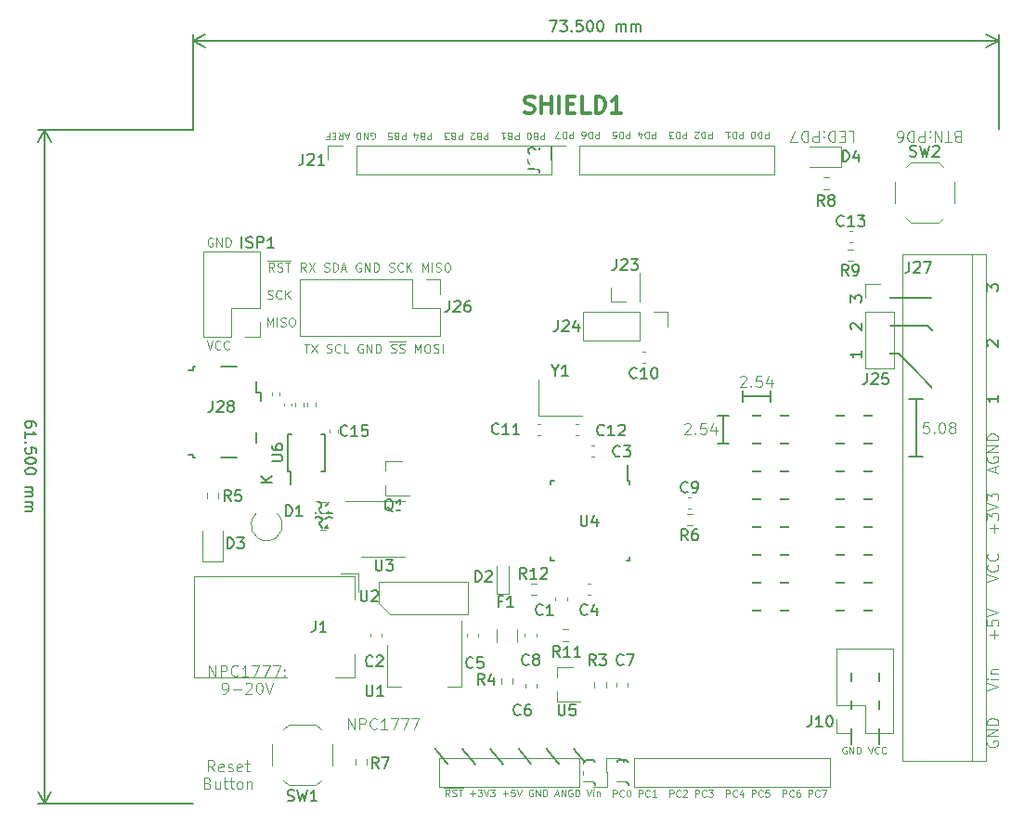
<source format=gbr>
%TF.GenerationSoftware,KiCad,Pcbnew,(5.1.7)-1*%
%TF.CreationDate,2020-10-28T17:30:21+01:00*%
%TF.ProjectId,Atmega_328_breakout,41746d65-6761-45f3-9332-385f62726561,rev?*%
%TF.SameCoordinates,Original*%
%TF.FileFunction,Legend,Top*%
%TF.FilePolarity,Positive*%
%FSLAX46Y46*%
G04 Gerber Fmt 4.6, Leading zero omitted, Abs format (unit mm)*
G04 Created by KiCad (PCBNEW (5.1.7)-1) date 2020-10-28 17:30:21*
%MOMM*%
%LPD*%
G01*
G04 APERTURE LIST*
%ADD10C,0.150000*%
%ADD11C,0.100000*%
%ADD12C,0.050000*%
%ADD13C,0.200000*%
%ADD14C,0.120000*%
%ADD15C,0.304800*%
%ADD16C,3.937000*%
%ADD17O,1.524000X2.540000*%
%ADD18O,0.800000X0.800000*%
%ADD19O,1.800000X1.150000*%
%ADD20O,2.000000X1.450000*%
%ADD21R,1.300000X0.450000*%
%ADD22R,0.300000X1.400000*%
%ADD23R,0.900000X0.800000*%
%ADD24R,1.500000X2.000000*%
%ADD25R,4.000000X2.000000*%
%ADD26R,0.600000X1.100000*%
%ADD27O,1.700000X1.700000*%
%ADD28R,1.700000X1.700000*%
%ADD29R,1.400000X1.200000*%
%ADD30R,1.700000X1.000000*%
%ADD31R,1.800000X4.400000*%
%ADD32O,1.800000X4.000000*%
%ADD33O,4.000000X1.800000*%
%ADD34C,3.000000*%
%ADD35R,3.000000X3.000000*%
%ADD36O,1.300000X2.000000*%
%ADD37R,1.300000X2.000000*%
%ADD38R,1.600000X0.550000*%
%ADD39R,0.550000X1.600000*%
%ADD40O,1.800000X1.800000*%
%ADD41R,1.800000X1.800000*%
G04 APERTURE END LIST*
D10*
X82806140Y-44541273D02*
X83472807Y-44541046D01*
X83044576Y-45541192D01*
X83758521Y-44540949D02*
X84377569Y-44540738D01*
X84044365Y-44921804D01*
X84187222Y-44921755D01*
X84282476Y-44969342D01*
X84330112Y-45016945D01*
X84377763Y-45112167D01*
X84377844Y-45350262D01*
X84330257Y-45445516D01*
X84282655Y-45493152D01*
X84187433Y-45540803D01*
X83901718Y-45540900D01*
X83806464Y-45493314D01*
X83758829Y-45445711D01*
X84806448Y-45445354D02*
X84854083Y-45492957D01*
X84806480Y-45540592D01*
X84758845Y-45492990D01*
X84806448Y-45445354D01*
X84806480Y-45540592D01*
X85758521Y-44540269D02*
X85282331Y-44540431D01*
X85234874Y-45016637D01*
X85282476Y-44969002D01*
X85377698Y-44921351D01*
X85615794Y-44921270D01*
X85711048Y-44968856D01*
X85758683Y-45016459D01*
X85806334Y-45111681D01*
X85806415Y-45349776D01*
X85758829Y-45445030D01*
X85711226Y-45492666D01*
X85616004Y-45540317D01*
X85377909Y-45540398D01*
X85282655Y-45492811D01*
X85235019Y-45445209D01*
X86425188Y-44540042D02*
X86520426Y-44540009D01*
X86615680Y-44587596D01*
X86663315Y-44635199D01*
X86710967Y-44730421D01*
X86758651Y-44920881D01*
X86758732Y-45158976D01*
X86711177Y-45349468D01*
X86663591Y-45444723D01*
X86615988Y-45492358D01*
X86520766Y-45540009D01*
X86425528Y-45540042D01*
X86330274Y-45492455D01*
X86282638Y-45444852D01*
X86234987Y-45349630D01*
X86187303Y-45159170D01*
X86187222Y-44921075D01*
X86234776Y-44730583D01*
X86282363Y-44635329D01*
X86329966Y-44587693D01*
X86425188Y-44540042D01*
X87377569Y-44539718D02*
X87472807Y-44539686D01*
X87568061Y-44587272D01*
X87615696Y-44634875D01*
X87663348Y-44730097D01*
X87711031Y-44920557D01*
X87711112Y-45158652D01*
X87663558Y-45349144D01*
X87615972Y-45444399D01*
X87568369Y-45492034D01*
X87473147Y-45539685D01*
X87377909Y-45539718D01*
X87282654Y-45492131D01*
X87235019Y-45444528D01*
X87187368Y-45349306D01*
X87139684Y-45158846D01*
X87139603Y-44920751D01*
X87187157Y-44730259D01*
X87234744Y-44635005D01*
X87282347Y-44587369D01*
X87377569Y-44539718D01*
X88901718Y-45539200D02*
X88901491Y-44872533D01*
X88901524Y-44967771D02*
X88949127Y-44920136D01*
X89044349Y-44872484D01*
X89187206Y-44872436D01*
X89282460Y-44920022D01*
X89330111Y-45015244D01*
X89330290Y-45539054D01*
X89330111Y-45015244D02*
X89377698Y-44919990D01*
X89472920Y-44872339D01*
X89615777Y-44872290D01*
X89711031Y-44919877D01*
X89758683Y-45015099D01*
X89758861Y-45538908D01*
X90235051Y-45538746D02*
X90234825Y-44872079D01*
X90234857Y-44967317D02*
X90282460Y-44919682D01*
X90377682Y-44872031D01*
X90520539Y-44871982D01*
X90615793Y-44919569D01*
X90663445Y-45014791D01*
X90663623Y-45538600D01*
X90663445Y-45014791D02*
X90711031Y-44919536D01*
X90806253Y-44871885D01*
X90949110Y-44871836D01*
X91044365Y-44919423D01*
X91092016Y-45014645D01*
X91092194Y-45538454D01*
X50247245Y-46399967D02*
X123747245Y-46374967D01*
X50250000Y-54500000D02*
X50247045Y-45813547D01*
X123750000Y-54475000D02*
X123747045Y-45788547D01*
X123747245Y-46374967D02*
X122620941Y-46961771D01*
X123747245Y-46374967D02*
X122620542Y-45788929D01*
X50247245Y-46399967D02*
X51373948Y-46986005D01*
X50247245Y-46399967D02*
X51373549Y-45813163D01*
X35972620Y-81583333D02*
X35972620Y-81392857D01*
X35925001Y-81297619D01*
X35877381Y-81250000D01*
X35734524Y-81154761D01*
X35544048Y-81107142D01*
X35163096Y-81107142D01*
X35067858Y-81154761D01*
X35020239Y-81202380D01*
X34972620Y-81297619D01*
X34972620Y-81488095D01*
X35020239Y-81583333D01*
X35067858Y-81630952D01*
X35163096Y-81678571D01*
X35401191Y-81678571D01*
X35496429Y-81630952D01*
X35544048Y-81583333D01*
X35591667Y-81488095D01*
X35591667Y-81297619D01*
X35544048Y-81202380D01*
X35496429Y-81154761D01*
X35401191Y-81107142D01*
X34972620Y-82630952D02*
X34972620Y-82059523D01*
X34972620Y-82345238D02*
X35972620Y-82345238D01*
X35829762Y-82250000D01*
X35734524Y-82154761D01*
X35686905Y-82059523D01*
X35067858Y-83059523D02*
X35020239Y-83107142D01*
X34972620Y-83059523D01*
X35020239Y-83011904D01*
X35067858Y-83059523D01*
X34972620Y-83059523D01*
X35972620Y-84011904D02*
X35972620Y-83535714D01*
X35496429Y-83488095D01*
X35544048Y-83535714D01*
X35591667Y-83630952D01*
X35591667Y-83869047D01*
X35544048Y-83964285D01*
X35496429Y-84011904D01*
X35401191Y-84059523D01*
X35163096Y-84059523D01*
X35067858Y-84011904D01*
X35020239Y-83964285D01*
X34972620Y-83869047D01*
X34972620Y-83630952D01*
X35020239Y-83535714D01*
X35067858Y-83488095D01*
X35972620Y-84678571D02*
X35972620Y-84773809D01*
X35925001Y-84869047D01*
X35877381Y-84916666D01*
X35782143Y-84964285D01*
X35591667Y-85011904D01*
X35353572Y-85011904D01*
X35163096Y-84964285D01*
X35067858Y-84916666D01*
X35020239Y-84869047D01*
X34972620Y-84773809D01*
X34972620Y-84678571D01*
X35020239Y-84583333D01*
X35067858Y-84535714D01*
X35163096Y-84488095D01*
X35353572Y-84440476D01*
X35591667Y-84440476D01*
X35782143Y-84488095D01*
X35877381Y-84535714D01*
X35925001Y-84583333D01*
X35972620Y-84678571D01*
X35972620Y-85630952D02*
X35972620Y-85726190D01*
X35925001Y-85821428D01*
X35877381Y-85869047D01*
X35782143Y-85916666D01*
X35591667Y-85964285D01*
X35353572Y-85964285D01*
X35163096Y-85916666D01*
X35067858Y-85869047D01*
X35020239Y-85821428D01*
X34972620Y-85726190D01*
X34972620Y-85630952D01*
X35020239Y-85535714D01*
X35067858Y-85488095D01*
X35163096Y-85440476D01*
X35353572Y-85392857D01*
X35591667Y-85392857D01*
X35782143Y-85440476D01*
X35877381Y-85488095D01*
X35925001Y-85535714D01*
X35972620Y-85630952D01*
X34972620Y-87154761D02*
X35639286Y-87154761D01*
X35544048Y-87154761D02*
X35591667Y-87202380D01*
X35639286Y-87297619D01*
X35639286Y-87440476D01*
X35591667Y-87535714D01*
X35496429Y-87583333D01*
X34972620Y-87583333D01*
X35496429Y-87583333D02*
X35591667Y-87630952D01*
X35639286Y-87726190D01*
X35639286Y-87869047D01*
X35591667Y-87964285D01*
X35496429Y-88011904D01*
X34972620Y-88011904D01*
X34972620Y-88488095D02*
X35639286Y-88488095D01*
X35544048Y-88488095D02*
X35591667Y-88535714D01*
X35639286Y-88630952D01*
X35639286Y-88773809D01*
X35591667Y-88869047D01*
X35496429Y-88916666D01*
X34972620Y-88916666D01*
X35496429Y-88916666D02*
X35591667Y-88964285D01*
X35639286Y-89059523D01*
X35639286Y-89202380D01*
X35591667Y-89297619D01*
X35496429Y-89345238D01*
X34972620Y-89345238D01*
X36725001Y-54500000D02*
X36725001Y-116000000D01*
X50250000Y-54500000D02*
X36138580Y-54500000D01*
X50250000Y-116000000D02*
X36138580Y-116000000D01*
X36725001Y-116000000D02*
X36138580Y-114873496D01*
X36725001Y-116000000D02*
X37311422Y-114873496D01*
X36725001Y-54500000D02*
X36138580Y-55626504D01*
X36725001Y-54500000D02*
X37311422Y-55626504D01*
X84925000Y-110900000D02*
X86775000Y-113100000D01*
X82350000Y-110875000D02*
X84200000Y-113125000D01*
X79900000Y-110950000D02*
X81650000Y-113075000D01*
X77325000Y-110900000D02*
X79175000Y-113150000D01*
X74725000Y-110900000D02*
X76600000Y-113150000D01*
X72325000Y-110925000D02*
X74050000Y-113125000D01*
D11*
X117377619Y-81202380D02*
X116901428Y-81202380D01*
X116853809Y-81678571D01*
X116901428Y-81630952D01*
X116996666Y-81583333D01*
X117234761Y-81583333D01*
X117330000Y-81630952D01*
X117377619Y-81678571D01*
X117425238Y-81773809D01*
X117425238Y-82011904D01*
X117377619Y-82107142D01*
X117330000Y-82154761D01*
X117234761Y-82202380D01*
X116996666Y-82202380D01*
X116901428Y-82154761D01*
X116853809Y-82107142D01*
X117853809Y-82107142D02*
X117901428Y-82154761D01*
X117853809Y-82202380D01*
X117806190Y-82154761D01*
X117853809Y-82107142D01*
X117853809Y-82202380D01*
X118520476Y-81202380D02*
X118615714Y-81202380D01*
X118710952Y-81250000D01*
X118758571Y-81297619D01*
X118806190Y-81392857D01*
X118853809Y-81583333D01*
X118853809Y-81821428D01*
X118806190Y-82011904D01*
X118758571Y-82107142D01*
X118710952Y-82154761D01*
X118615714Y-82202380D01*
X118520476Y-82202380D01*
X118425238Y-82154761D01*
X118377619Y-82107142D01*
X118330000Y-82011904D01*
X118282380Y-81821428D01*
X118282380Y-81583333D01*
X118330000Y-81392857D01*
X118377619Y-81297619D01*
X118425238Y-81250000D01*
X118520476Y-81202380D01*
X119425238Y-81630952D02*
X119330000Y-81583333D01*
X119282380Y-81535714D01*
X119234761Y-81440476D01*
X119234761Y-81392857D01*
X119282380Y-81297619D01*
X119330000Y-81250000D01*
X119425238Y-81202380D01*
X119615714Y-81202380D01*
X119710952Y-81250000D01*
X119758571Y-81297619D01*
X119806190Y-81392857D01*
X119806190Y-81440476D01*
X119758571Y-81535714D01*
X119710952Y-81583333D01*
X119615714Y-81630952D01*
X119425238Y-81630952D01*
X119330000Y-81678571D01*
X119282380Y-81726190D01*
X119234761Y-81821428D01*
X119234761Y-82011904D01*
X119282380Y-82107142D01*
X119330000Y-82154761D01*
X119425238Y-82202380D01*
X119615714Y-82202380D01*
X119710952Y-82154761D01*
X119758571Y-82107142D01*
X119806190Y-82011904D01*
X119806190Y-81821428D01*
X119758571Y-81726190D01*
X119710952Y-81678571D01*
X119615714Y-81630952D01*
D10*
X116800000Y-84300000D02*
X115600000Y-84300000D01*
X116600000Y-84300000D02*
X116800000Y-84300000D01*
X115800000Y-84300000D02*
X116600000Y-84300000D01*
X116200000Y-84300000D02*
X115800000Y-84300000D01*
X116200000Y-79100000D02*
X116200000Y-84300000D01*
X115600000Y-79100000D02*
X116200000Y-79100000D01*
X116800000Y-79100000D02*
X115600000Y-79100000D01*
D11*
X95079809Y-81397619D02*
X95127428Y-81350000D01*
X95222666Y-81302380D01*
X95460761Y-81302380D01*
X95556000Y-81350000D01*
X95603619Y-81397619D01*
X95651238Y-81492857D01*
X95651238Y-81588095D01*
X95603619Y-81730952D01*
X95032190Y-82302380D01*
X95651238Y-82302380D01*
X96079809Y-82207142D02*
X96127428Y-82254761D01*
X96079809Y-82302380D01*
X96032190Y-82254761D01*
X96079809Y-82207142D01*
X96079809Y-82302380D01*
X97032190Y-81302380D02*
X96556000Y-81302380D01*
X96508380Y-81778571D01*
X96556000Y-81730952D01*
X96651238Y-81683333D01*
X96889333Y-81683333D01*
X96984571Y-81730952D01*
X97032190Y-81778571D01*
X97079809Y-81873809D01*
X97079809Y-82111904D01*
X97032190Y-82207142D01*
X96984571Y-82254761D01*
X96889333Y-82302380D01*
X96651238Y-82302380D01*
X96556000Y-82254761D01*
X96508380Y-82207142D01*
X97936952Y-81635714D02*
X97936952Y-82302380D01*
X97698857Y-81254761D02*
X97460761Y-81969047D01*
X98079809Y-81969047D01*
X100159809Y-77079619D02*
X100207428Y-77032000D01*
X100302666Y-76984380D01*
X100540761Y-76984380D01*
X100636000Y-77032000D01*
X100683619Y-77079619D01*
X100731238Y-77174857D01*
X100731238Y-77270095D01*
X100683619Y-77412952D01*
X100112190Y-77984380D01*
X100731238Y-77984380D01*
X101159809Y-77889142D02*
X101207428Y-77936761D01*
X101159809Y-77984380D01*
X101112190Y-77936761D01*
X101159809Y-77889142D01*
X101159809Y-77984380D01*
X102112190Y-76984380D02*
X101636000Y-76984380D01*
X101588380Y-77460571D01*
X101636000Y-77412952D01*
X101731238Y-77365333D01*
X101969333Y-77365333D01*
X102064571Y-77412952D01*
X102112190Y-77460571D01*
X102159809Y-77555809D01*
X102159809Y-77793904D01*
X102112190Y-77889142D01*
X102064571Y-77936761D01*
X101969333Y-77984380D01*
X101731238Y-77984380D01*
X101636000Y-77936761D01*
X101588380Y-77889142D01*
X103016952Y-77317714D02*
X103016952Y-77984380D01*
X102778857Y-76936761D02*
X102540761Y-77651047D01*
X103159809Y-77651047D01*
D10*
X102906000Y-79310000D02*
X102906000Y-78294000D01*
X102906000Y-78802000D02*
X102906000Y-79310000D01*
X100366000Y-78802000D02*
X102906000Y-78802000D01*
X100366000Y-78294000D02*
X100366000Y-78802000D01*
X100366000Y-79310000D02*
X100366000Y-78294000D01*
X99096000Y-83120000D02*
X98080000Y-83120000D01*
X98588000Y-83120000D02*
X99096000Y-83120000D01*
X98588000Y-80580000D02*
X98588000Y-83120000D01*
X98080000Y-80580000D02*
X98588000Y-80580000D01*
X99096000Y-80580000D02*
X98080000Y-80580000D01*
D11*
X64409523Y-109226380D02*
X64409523Y-108226380D01*
X64980952Y-109226380D01*
X64980952Y-108226380D01*
X65457142Y-109226380D02*
X65457142Y-108226380D01*
X65838095Y-108226380D01*
X65933333Y-108274000D01*
X65980952Y-108321619D01*
X66028571Y-108416857D01*
X66028571Y-108559714D01*
X65980952Y-108654952D01*
X65933333Y-108702571D01*
X65838095Y-108750190D01*
X65457142Y-108750190D01*
X67028571Y-109131142D02*
X66980952Y-109178761D01*
X66838095Y-109226380D01*
X66742857Y-109226380D01*
X66600000Y-109178761D01*
X66504761Y-109083523D01*
X66457142Y-108988285D01*
X66409523Y-108797809D01*
X66409523Y-108654952D01*
X66457142Y-108464476D01*
X66504761Y-108369238D01*
X66600000Y-108274000D01*
X66742857Y-108226380D01*
X66838095Y-108226380D01*
X66980952Y-108274000D01*
X67028571Y-108321619D01*
X67980952Y-109226380D02*
X67409523Y-109226380D01*
X67695238Y-109226380D02*
X67695238Y-108226380D01*
X67600000Y-108369238D01*
X67504761Y-108464476D01*
X67409523Y-108512095D01*
X68314285Y-108226380D02*
X68980952Y-108226380D01*
X68552380Y-109226380D01*
X69266666Y-108226380D02*
X69933333Y-108226380D01*
X69504761Y-109226380D01*
X70219047Y-108226380D02*
X70885714Y-108226380D01*
X70457142Y-109226380D01*
D12*
X51520690Y-73773904D02*
X51787357Y-74573904D01*
X52054023Y-73773904D01*
X52777833Y-74497714D02*
X52739738Y-74535809D01*
X52625452Y-74573904D01*
X52549261Y-74573904D01*
X52434976Y-74535809D01*
X52358785Y-74459619D01*
X52320690Y-74383428D01*
X52282595Y-74231047D01*
X52282595Y-74116761D01*
X52320690Y-73964380D01*
X52358785Y-73888190D01*
X52434976Y-73812000D01*
X52549261Y-73773904D01*
X52625452Y-73773904D01*
X52739738Y-73812000D01*
X52777833Y-73850095D01*
X53577833Y-74497714D02*
X53539738Y-74535809D01*
X53425452Y-74573904D01*
X53349261Y-74573904D01*
X53234976Y-74535809D01*
X53158785Y-74459619D01*
X53120690Y-74383428D01*
X53082595Y-74231047D01*
X53082595Y-74116761D01*
X53120690Y-73964380D01*
X53158785Y-73888190D01*
X53234976Y-73812000D01*
X53349261Y-73773904D01*
X53425452Y-73773904D01*
X53539738Y-73812000D01*
X53577833Y-73850095D01*
X52054023Y-64414000D02*
X51977833Y-64375904D01*
X51863547Y-64375904D01*
X51749261Y-64414000D01*
X51673071Y-64490190D01*
X51634976Y-64566380D01*
X51596880Y-64718761D01*
X51596880Y-64833047D01*
X51634976Y-64985428D01*
X51673071Y-65061619D01*
X51749261Y-65137809D01*
X51863547Y-65175904D01*
X51939738Y-65175904D01*
X52054023Y-65137809D01*
X52092119Y-65099714D01*
X52092119Y-64833047D01*
X51939738Y-64833047D01*
X52434976Y-65175904D02*
X52434976Y-64375904D01*
X52892119Y-65175904D01*
X52892119Y-64375904D01*
X53273071Y-65175904D02*
X53273071Y-64375904D01*
X53463547Y-64375904D01*
X53577833Y-64414000D01*
X53654023Y-64490190D01*
X53692119Y-64566380D01*
X53730214Y-64718761D01*
X53730214Y-64833047D01*
X53692119Y-64985428D01*
X53654023Y-65061619D01*
X53577833Y-65137809D01*
X53463547Y-65175904D01*
X53273071Y-65175904D01*
D10*
X110327619Y-72737714D02*
X110280000Y-72690095D01*
X110232380Y-72594857D01*
X110232380Y-72356761D01*
X110280000Y-72261523D01*
X110327619Y-72213904D01*
X110422857Y-72166285D01*
X110518095Y-72166285D01*
X110660952Y-72213904D01*
X111232380Y-72785333D01*
X111232380Y-72166285D01*
X110232380Y-70245333D02*
X110232380Y-69626285D01*
X110613333Y-69959619D01*
X110613333Y-69816761D01*
X110660952Y-69721523D01*
X110708571Y-69673904D01*
X110803809Y-69626285D01*
X111041904Y-69626285D01*
X111137142Y-69673904D01*
X111184761Y-69721523D01*
X111232380Y-69816761D01*
X111232380Y-70102476D01*
X111184761Y-70197714D01*
X111137142Y-70245333D01*
X122678380Y-69229333D02*
X122678380Y-68610285D01*
X123059333Y-68943619D01*
X123059333Y-68800761D01*
X123106952Y-68705523D01*
X123154571Y-68657904D01*
X123249809Y-68610285D01*
X123487904Y-68610285D01*
X123583142Y-68657904D01*
X123630761Y-68705523D01*
X123678380Y-68800761D01*
X123678380Y-69086476D01*
X123630761Y-69181714D01*
X123583142Y-69229333D01*
X122773619Y-74261714D02*
X122726000Y-74214095D01*
X122678380Y-74118857D01*
X122678380Y-73880761D01*
X122726000Y-73785523D01*
X122773619Y-73737904D01*
X122868857Y-73690285D01*
X122964095Y-73690285D01*
X123106952Y-73737904D01*
X123678380Y-74309333D01*
X123678380Y-73690285D01*
X111232380Y-74706285D02*
X111232380Y-75277714D01*
X111232380Y-74992000D02*
X110232380Y-74992000D01*
X110375238Y-75087238D01*
X110470476Y-75182476D01*
X110518095Y-75277714D01*
X123678380Y-78770285D02*
X123678380Y-79341714D01*
X123678380Y-79056000D02*
X122678380Y-79056000D01*
X122821238Y-79151238D01*
X122916476Y-79246476D01*
X122964095Y-79341714D01*
X112812000Y-110552000D02*
X112812000Y-108012000D01*
X110272000Y-103186000D02*
X110272000Y-110552000D01*
X112812000Y-103186000D02*
X112812000Y-108266000D01*
X100366000Y-88200000D02*
X105446000Y-88200000D01*
X105446000Y-90740000D02*
X100366000Y-90740000D01*
X105446000Y-93280000D02*
X100112000Y-93280000D01*
X105446000Y-95820000D02*
X100366000Y-95820000D01*
X105446000Y-98360000D02*
X100366000Y-98360000D01*
X113066000Y-98360000D02*
X107986000Y-98360000D01*
X113066000Y-95820000D02*
X107986000Y-95820000D01*
X113066000Y-93280000D02*
X107986000Y-93280000D01*
X113066000Y-90740000D02*
X107986000Y-90740000D01*
X105446000Y-85660000D02*
X100366000Y-85660000D01*
X105700000Y-83120000D02*
X100366000Y-83120000D01*
X113066000Y-88200000D02*
X107986000Y-88200000D01*
X113066000Y-85660000D02*
X107986000Y-85660000D01*
X113066000Y-83120000D02*
X107986000Y-83120000D01*
X107986000Y-80580000D02*
X113066000Y-80580000D01*
X100366000Y-80580000D02*
X105446000Y-80580000D01*
D11*
X110032142Y-54622619D02*
X110508333Y-54622619D01*
X110508333Y-55622619D01*
X109698809Y-55146428D02*
X109365476Y-55146428D01*
X109222619Y-54622619D02*
X109698809Y-54622619D01*
X109698809Y-55622619D01*
X109222619Y-55622619D01*
X108794047Y-54622619D02*
X108794047Y-55622619D01*
X108555952Y-55622619D01*
X108413095Y-55575000D01*
X108317857Y-55479761D01*
X108270238Y-55384523D01*
X108222619Y-55194047D01*
X108222619Y-55051190D01*
X108270238Y-54860714D01*
X108317857Y-54765476D01*
X108413095Y-54670238D01*
X108555952Y-54622619D01*
X108794047Y-54622619D01*
X107794047Y-54717857D02*
X107746428Y-54670238D01*
X107794047Y-54622619D01*
X107841666Y-54670238D01*
X107794047Y-54717857D01*
X107794047Y-54622619D01*
X107794047Y-55241666D02*
X107746428Y-55194047D01*
X107794047Y-55146428D01*
X107841666Y-55194047D01*
X107794047Y-55241666D01*
X107794047Y-55146428D01*
X107317857Y-54622619D02*
X107317857Y-55622619D01*
X106936904Y-55622619D01*
X106841666Y-55575000D01*
X106794047Y-55527380D01*
X106746428Y-55432142D01*
X106746428Y-55289285D01*
X106794047Y-55194047D01*
X106841666Y-55146428D01*
X106936904Y-55098809D01*
X107317857Y-55098809D01*
X106317857Y-54622619D02*
X106317857Y-55622619D01*
X106079761Y-55622619D01*
X105936904Y-55575000D01*
X105841666Y-55479761D01*
X105794047Y-55384523D01*
X105746428Y-55194047D01*
X105746428Y-55051190D01*
X105794047Y-54860714D01*
X105841666Y-54765476D01*
X105936904Y-54670238D01*
X106079761Y-54622619D01*
X106317857Y-54622619D01*
X105413095Y-55622619D02*
X104746428Y-55622619D01*
X105175000Y-54622619D01*
X119947619Y-55146428D02*
X119804761Y-55098809D01*
X119757142Y-55051190D01*
X119709523Y-54955952D01*
X119709523Y-54813095D01*
X119757142Y-54717857D01*
X119804761Y-54670238D01*
X119900000Y-54622619D01*
X120280952Y-54622619D01*
X120280952Y-55622619D01*
X119947619Y-55622619D01*
X119852380Y-55575000D01*
X119804761Y-55527380D01*
X119757142Y-55432142D01*
X119757142Y-55336904D01*
X119804761Y-55241666D01*
X119852380Y-55194047D01*
X119947619Y-55146428D01*
X120280952Y-55146428D01*
X119423809Y-55622619D02*
X118852380Y-55622619D01*
X119138095Y-54622619D02*
X119138095Y-55622619D01*
X118519047Y-54622619D02*
X118519047Y-55622619D01*
X117947619Y-54622619D01*
X117947619Y-55622619D01*
X117471428Y-54717857D02*
X117423809Y-54670238D01*
X117471428Y-54622619D01*
X117519047Y-54670238D01*
X117471428Y-54717857D01*
X117471428Y-54622619D01*
X117471428Y-55241666D02*
X117423809Y-55194047D01*
X117471428Y-55146428D01*
X117519047Y-55194047D01*
X117471428Y-55241666D01*
X117471428Y-55146428D01*
X116995238Y-54622619D02*
X116995238Y-55622619D01*
X116614285Y-55622619D01*
X116519047Y-55575000D01*
X116471428Y-55527380D01*
X116423809Y-55432142D01*
X116423809Y-55289285D01*
X116471428Y-55194047D01*
X116519047Y-55146428D01*
X116614285Y-55098809D01*
X116995238Y-55098809D01*
X115995238Y-54622619D02*
X115995238Y-55622619D01*
X115757142Y-55622619D01*
X115614285Y-55575000D01*
X115519047Y-55479761D01*
X115471428Y-55384523D01*
X115423809Y-55194047D01*
X115423809Y-55051190D01*
X115471428Y-54860714D01*
X115519047Y-54765476D01*
X115614285Y-54670238D01*
X115757142Y-54622619D01*
X115995238Y-54622619D01*
X114566666Y-55622619D02*
X114757142Y-55622619D01*
X114852380Y-55575000D01*
X114900000Y-55527380D01*
X114995238Y-55384523D01*
X115042857Y-55194047D01*
X115042857Y-54813095D01*
X114995238Y-54717857D01*
X114947619Y-54670238D01*
X114852380Y-54622619D01*
X114661904Y-54622619D01*
X114566666Y-54670238D01*
X114519047Y-54717857D01*
X114471428Y-54813095D01*
X114471428Y-55051190D01*
X114519047Y-55146428D01*
X114566666Y-55194047D01*
X114661904Y-55241666D01*
X114852380Y-55241666D01*
X114947619Y-55194047D01*
X114995238Y-55146428D01*
X115042857Y-55051190D01*
X51746428Y-104377380D02*
X51746428Y-103377380D01*
X52317857Y-104377380D01*
X52317857Y-103377380D01*
X52794047Y-104377380D02*
X52794047Y-103377380D01*
X53175000Y-103377380D01*
X53270238Y-103425000D01*
X53317857Y-103472619D01*
X53365476Y-103567857D01*
X53365476Y-103710714D01*
X53317857Y-103805952D01*
X53270238Y-103853571D01*
X53175000Y-103901190D01*
X52794047Y-103901190D01*
X54365476Y-104282142D02*
X54317857Y-104329761D01*
X54175000Y-104377380D01*
X54079761Y-104377380D01*
X53936904Y-104329761D01*
X53841666Y-104234523D01*
X53794047Y-104139285D01*
X53746428Y-103948809D01*
X53746428Y-103805952D01*
X53794047Y-103615476D01*
X53841666Y-103520238D01*
X53936904Y-103425000D01*
X54079761Y-103377380D01*
X54175000Y-103377380D01*
X54317857Y-103425000D01*
X54365476Y-103472619D01*
X55317857Y-104377380D02*
X54746428Y-104377380D01*
X55032142Y-104377380D02*
X55032142Y-103377380D01*
X54936904Y-103520238D01*
X54841666Y-103615476D01*
X54746428Y-103663095D01*
X55651190Y-103377380D02*
X56317857Y-103377380D01*
X55889285Y-104377380D01*
X56603571Y-103377380D02*
X57270238Y-103377380D01*
X56841666Y-104377380D01*
X57555952Y-103377380D02*
X58222619Y-103377380D01*
X57794047Y-104377380D01*
X58603571Y-104282142D02*
X58651190Y-104329761D01*
X58603571Y-104377380D01*
X58555952Y-104329761D01*
X58603571Y-104282142D01*
X58603571Y-104377380D01*
X58603571Y-103758333D02*
X58651190Y-103805952D01*
X58603571Y-103853571D01*
X58555952Y-103805952D01*
X58603571Y-103758333D01*
X58603571Y-103853571D01*
X52984523Y-105977380D02*
X53175000Y-105977380D01*
X53270238Y-105929761D01*
X53317857Y-105882142D01*
X53413095Y-105739285D01*
X53460714Y-105548809D01*
X53460714Y-105167857D01*
X53413095Y-105072619D01*
X53365476Y-105025000D01*
X53270238Y-104977380D01*
X53079761Y-104977380D01*
X52984523Y-105025000D01*
X52936904Y-105072619D01*
X52889285Y-105167857D01*
X52889285Y-105405952D01*
X52936904Y-105501190D01*
X52984523Y-105548809D01*
X53079761Y-105596428D01*
X53270238Y-105596428D01*
X53365476Y-105548809D01*
X53413095Y-105501190D01*
X53460714Y-105405952D01*
X53889285Y-105596428D02*
X54651190Y-105596428D01*
X55079761Y-105072619D02*
X55127380Y-105025000D01*
X55222619Y-104977380D01*
X55460714Y-104977380D01*
X55555952Y-105025000D01*
X55603571Y-105072619D01*
X55651190Y-105167857D01*
X55651190Y-105263095D01*
X55603571Y-105405952D01*
X55032142Y-105977380D01*
X55651190Y-105977380D01*
X56270238Y-104977380D02*
X56365476Y-104977380D01*
X56460714Y-105025000D01*
X56508333Y-105072619D01*
X56555952Y-105167857D01*
X56603571Y-105358333D01*
X56603571Y-105596428D01*
X56555952Y-105786904D01*
X56508333Y-105882142D01*
X56460714Y-105929761D01*
X56365476Y-105977380D01*
X56270238Y-105977380D01*
X56175000Y-105929761D01*
X56127380Y-105882142D01*
X56079761Y-105786904D01*
X56032142Y-105596428D01*
X56032142Y-105358333D01*
X56079761Y-105167857D01*
X56127380Y-105072619D01*
X56175000Y-105025000D01*
X56270238Y-104977380D01*
X56889285Y-104977380D02*
X57222619Y-105977380D01*
X57555952Y-104977380D01*
D13*
X113750000Y-69900000D02*
X117700000Y-69900000D01*
X117250000Y-72400000D02*
X117850000Y-73000000D01*
X113850000Y-72400000D02*
X117250000Y-72400000D01*
X114600000Y-74950000D02*
X118800000Y-79150000D01*
X112950000Y-74950000D02*
X114600000Y-74950000D01*
D12*
X122750000Y-110305595D02*
X122702380Y-110400833D01*
X122702380Y-110543690D01*
X122750000Y-110686547D01*
X122845238Y-110781785D01*
X122940476Y-110829404D01*
X123130952Y-110877023D01*
X123273809Y-110877023D01*
X123464285Y-110829404D01*
X123559523Y-110781785D01*
X123654761Y-110686547D01*
X123702380Y-110543690D01*
X123702380Y-110448452D01*
X123654761Y-110305595D01*
X123607142Y-110257976D01*
X123273809Y-110257976D01*
X123273809Y-110448452D01*
X123702380Y-109829404D02*
X122702380Y-109829404D01*
X123702380Y-109257976D01*
X122702380Y-109257976D01*
X123702380Y-108781785D02*
X122702380Y-108781785D01*
X122702380Y-108543690D01*
X122750000Y-108400833D01*
X122845238Y-108305595D01*
X122940476Y-108257976D01*
X123130952Y-108210357D01*
X123273809Y-108210357D01*
X123464285Y-108257976D01*
X123559523Y-108305595D01*
X123654761Y-108400833D01*
X123702380Y-108543690D01*
X123702380Y-108781785D01*
X122702380Y-105638928D02*
X123702380Y-105305595D01*
X122702380Y-104972261D01*
X123702380Y-104638928D02*
X123035714Y-104638928D01*
X122702380Y-104638928D02*
X122750000Y-104686547D01*
X122797619Y-104638928D01*
X122750000Y-104591309D01*
X122702380Y-104638928D01*
X122797619Y-104638928D01*
X123035714Y-104162738D02*
X123702380Y-104162738D01*
X123130952Y-104162738D02*
X123083333Y-104115119D01*
X123035714Y-104019880D01*
X123035714Y-103877023D01*
X123083333Y-103781785D01*
X123178571Y-103734166D01*
X123702380Y-103734166D01*
X123321428Y-100972261D02*
X123321428Y-100210357D01*
X123702380Y-100591309D02*
X122940476Y-100591309D01*
X122702380Y-99257976D02*
X122702380Y-99734166D01*
X123178571Y-99781785D01*
X123130952Y-99734166D01*
X123083333Y-99638928D01*
X123083333Y-99400833D01*
X123130952Y-99305595D01*
X123178571Y-99257976D01*
X123273809Y-99210357D01*
X123511904Y-99210357D01*
X123607142Y-99257976D01*
X123654761Y-99305595D01*
X123702380Y-99400833D01*
X123702380Y-99638928D01*
X123654761Y-99734166D01*
X123607142Y-99781785D01*
X122702380Y-98924642D02*
X123702380Y-98591309D01*
X122702380Y-98257976D01*
X122702380Y-95781785D02*
X123702380Y-95448452D01*
X122702380Y-95115119D01*
X123607142Y-94210357D02*
X123654761Y-94257976D01*
X123702380Y-94400833D01*
X123702380Y-94496071D01*
X123654761Y-94638928D01*
X123559523Y-94734166D01*
X123464285Y-94781785D01*
X123273809Y-94829404D01*
X123130952Y-94829404D01*
X122940476Y-94781785D01*
X122845238Y-94734166D01*
X122750000Y-94638928D01*
X122702380Y-94496071D01*
X122702380Y-94400833D01*
X122750000Y-94257976D01*
X122797619Y-94210357D01*
X123607142Y-93210357D02*
X123654761Y-93257976D01*
X123702380Y-93400833D01*
X123702380Y-93496071D01*
X123654761Y-93638928D01*
X123559523Y-93734166D01*
X123464285Y-93781785D01*
X123273809Y-93829404D01*
X123130952Y-93829404D01*
X122940476Y-93781785D01*
X122845238Y-93734166D01*
X122750000Y-93638928D01*
X122702380Y-93496071D01*
X122702380Y-93400833D01*
X122750000Y-93257976D01*
X122797619Y-93210357D01*
X123321428Y-91257976D02*
X123321428Y-90496071D01*
X123702380Y-90877023D02*
X122940476Y-90877023D01*
X122702380Y-90115119D02*
X122702380Y-89496071D01*
X123083333Y-89829404D01*
X123083333Y-89686547D01*
X123130952Y-89591309D01*
X123178571Y-89543690D01*
X123273809Y-89496071D01*
X123511904Y-89496071D01*
X123607142Y-89543690D01*
X123654761Y-89591309D01*
X123702380Y-89686547D01*
X123702380Y-89972261D01*
X123654761Y-90067500D01*
X123607142Y-90115119D01*
X122702380Y-89210357D02*
X123702380Y-88877023D01*
X122702380Y-88543690D01*
X122702380Y-88305595D02*
X122702380Y-87686547D01*
X123083333Y-88019880D01*
X123083333Y-87877023D01*
X123130952Y-87781785D01*
X123178571Y-87734166D01*
X123273809Y-87686547D01*
X123511904Y-87686547D01*
X123607142Y-87734166D01*
X123654761Y-87781785D01*
X123702380Y-87877023D01*
X123702380Y-88162738D01*
X123654761Y-88257976D01*
X123607142Y-88305595D01*
X123416666Y-85781785D02*
X123416666Y-85305595D01*
X123702380Y-85877023D02*
X122702380Y-85543690D01*
X123702380Y-85210357D01*
X122750000Y-84353214D02*
X122702380Y-84448452D01*
X122702380Y-84591309D01*
X122750000Y-84734166D01*
X122845238Y-84829404D01*
X122940476Y-84877023D01*
X123130952Y-84924642D01*
X123273809Y-84924642D01*
X123464285Y-84877023D01*
X123559523Y-84829404D01*
X123654761Y-84734166D01*
X123702380Y-84591309D01*
X123702380Y-84496071D01*
X123654761Y-84353214D01*
X123607142Y-84305595D01*
X123273809Y-84305595D01*
X123273809Y-84496071D01*
X123702380Y-83877023D02*
X122702380Y-83877023D01*
X123702380Y-83305595D01*
X122702380Y-83305595D01*
X123702380Y-82829404D02*
X122702380Y-82829404D01*
X122702380Y-82591309D01*
X122750000Y-82448452D01*
X122845238Y-82353214D01*
X122940476Y-82305595D01*
X123130952Y-82257976D01*
X123273809Y-82257976D01*
X123464285Y-82305595D01*
X123559523Y-82353214D01*
X123654761Y-82448452D01*
X123702380Y-82591309D01*
X123702380Y-82829404D01*
X109862500Y-110835000D02*
X109802500Y-110805000D01*
X109712500Y-110805000D01*
X109622500Y-110835000D01*
X109562500Y-110895000D01*
X109532500Y-110955000D01*
X109502500Y-111075000D01*
X109502500Y-111165000D01*
X109532500Y-111285000D01*
X109562500Y-111345000D01*
X109622500Y-111405000D01*
X109712500Y-111435000D01*
X109772500Y-111435000D01*
X109862500Y-111405000D01*
X109892500Y-111375000D01*
X109892500Y-111165000D01*
X109772500Y-111165000D01*
X110162500Y-111435000D02*
X110162500Y-110805000D01*
X110522500Y-111435000D01*
X110522500Y-110805000D01*
X110822500Y-111435000D02*
X110822500Y-110805000D01*
X110972500Y-110805000D01*
X111062500Y-110835000D01*
X111122500Y-110895000D01*
X111152500Y-110955000D01*
X111182500Y-111075000D01*
X111182500Y-111165000D01*
X111152500Y-111285000D01*
X111122500Y-111345000D01*
X111062500Y-111405000D01*
X110972500Y-111435000D01*
X110822500Y-111435000D01*
X111842500Y-110805000D02*
X112052500Y-111435000D01*
X112262500Y-110805000D01*
X112832500Y-111375000D02*
X112802500Y-111405000D01*
X112712500Y-111435000D01*
X112652500Y-111435000D01*
X112562500Y-111405000D01*
X112502500Y-111345000D01*
X112472500Y-111285000D01*
X112442500Y-111165000D01*
X112442500Y-111075000D01*
X112472500Y-110955000D01*
X112502500Y-110895000D01*
X112562500Y-110835000D01*
X112652500Y-110805000D01*
X112712500Y-110805000D01*
X112802500Y-110835000D01*
X112832500Y-110865000D01*
X113462500Y-111375000D02*
X113432500Y-111405000D01*
X113342500Y-111435000D01*
X113282500Y-111435000D01*
X113192500Y-111405000D01*
X113132500Y-111345000D01*
X113102500Y-111285000D01*
X113072500Y-111165000D01*
X113072500Y-111075000D01*
X113102500Y-110955000D01*
X113132500Y-110895000D01*
X113192500Y-110835000D01*
X113282500Y-110805000D01*
X113342500Y-110805000D01*
X113432500Y-110835000D01*
X113462500Y-110865000D01*
X82317500Y-54765000D02*
X82317500Y-55395000D01*
X82077500Y-55395000D01*
X82017500Y-55365000D01*
X81987500Y-55335000D01*
X81957500Y-55275000D01*
X81957500Y-55185000D01*
X81987500Y-55125000D01*
X82017500Y-55095000D01*
X82077500Y-55065000D01*
X82317500Y-55065000D01*
X81477500Y-55095000D02*
X81387500Y-55065000D01*
X81357500Y-55035000D01*
X81327500Y-54975000D01*
X81327500Y-54885000D01*
X81357500Y-54825000D01*
X81387500Y-54795000D01*
X81447500Y-54765000D01*
X81687500Y-54765000D01*
X81687500Y-55395000D01*
X81477500Y-55395000D01*
X81417500Y-55365000D01*
X81387500Y-55335000D01*
X81357500Y-55275000D01*
X81357500Y-55215000D01*
X81387500Y-55155000D01*
X81417500Y-55125000D01*
X81477500Y-55095000D01*
X81687500Y-55095000D01*
X80937500Y-55395000D02*
X80877500Y-55395000D01*
X80817500Y-55365000D01*
X80787500Y-55335000D01*
X80757500Y-55275000D01*
X80727500Y-55155000D01*
X80727500Y-55005000D01*
X80757500Y-54885000D01*
X80787500Y-54825000D01*
X80817500Y-54795000D01*
X80877500Y-54765000D01*
X80937500Y-54765000D01*
X80997500Y-54795000D01*
X81027500Y-54825000D01*
X81057500Y-54885000D01*
X81087500Y-55005000D01*
X81087500Y-55155000D01*
X81057500Y-55275000D01*
X81027500Y-55335000D01*
X80997500Y-55365000D01*
X80937500Y-55395000D01*
X79977500Y-54765000D02*
X79977500Y-55395000D01*
X79737500Y-55395000D01*
X79677500Y-55365000D01*
X79647500Y-55335000D01*
X79617500Y-55275000D01*
X79617500Y-55185000D01*
X79647500Y-55125000D01*
X79677500Y-55095000D01*
X79737500Y-55065000D01*
X79977500Y-55065000D01*
X79137500Y-55095000D02*
X79047500Y-55065000D01*
X79017500Y-55035000D01*
X78987500Y-54975000D01*
X78987500Y-54885000D01*
X79017500Y-54825000D01*
X79047500Y-54795000D01*
X79107500Y-54765000D01*
X79347500Y-54765000D01*
X79347500Y-55395000D01*
X79137500Y-55395000D01*
X79077500Y-55365000D01*
X79047500Y-55335000D01*
X79017500Y-55275000D01*
X79017500Y-55215000D01*
X79047500Y-55155000D01*
X79077500Y-55125000D01*
X79137500Y-55095000D01*
X79347500Y-55095000D01*
X78387500Y-54765000D02*
X78747500Y-54765000D01*
X78567500Y-54765000D02*
X78567500Y-55395000D01*
X78627500Y-55305000D01*
X78687500Y-55245000D01*
X78747500Y-55215000D01*
X77157500Y-54765000D02*
X77157500Y-55395000D01*
X76917500Y-55395000D01*
X76857500Y-55365000D01*
X76827500Y-55335000D01*
X76797500Y-55275000D01*
X76797500Y-55185000D01*
X76827500Y-55125000D01*
X76857500Y-55095000D01*
X76917500Y-55065000D01*
X77157500Y-55065000D01*
X76317500Y-55095000D02*
X76227500Y-55065000D01*
X76197500Y-55035000D01*
X76167500Y-54975000D01*
X76167500Y-54885000D01*
X76197500Y-54825000D01*
X76227500Y-54795000D01*
X76287500Y-54765000D01*
X76527500Y-54765000D01*
X76527500Y-55395000D01*
X76317500Y-55395000D01*
X76257500Y-55365000D01*
X76227500Y-55335000D01*
X76197500Y-55275000D01*
X76197500Y-55215000D01*
X76227500Y-55155000D01*
X76257500Y-55125000D01*
X76317500Y-55095000D01*
X76527500Y-55095000D01*
X75927500Y-55335000D02*
X75897500Y-55365000D01*
X75837500Y-55395000D01*
X75687500Y-55395000D01*
X75627500Y-55365000D01*
X75597500Y-55335000D01*
X75567500Y-55275000D01*
X75567500Y-55215000D01*
X75597500Y-55125000D01*
X75957500Y-54765000D01*
X75567500Y-54765000D01*
X74817500Y-54765000D02*
X74817500Y-55395000D01*
X74577500Y-55395000D01*
X74517500Y-55365000D01*
X74487500Y-55335000D01*
X74457500Y-55275000D01*
X74457500Y-55185000D01*
X74487500Y-55125000D01*
X74517500Y-55095000D01*
X74577500Y-55065000D01*
X74817500Y-55065000D01*
X73977500Y-55095000D02*
X73887500Y-55065000D01*
X73857500Y-55035000D01*
X73827500Y-54975000D01*
X73827500Y-54885000D01*
X73857500Y-54825000D01*
X73887500Y-54795000D01*
X73947500Y-54765000D01*
X74187500Y-54765000D01*
X74187500Y-55395000D01*
X73977500Y-55395000D01*
X73917500Y-55365000D01*
X73887500Y-55335000D01*
X73857500Y-55275000D01*
X73857500Y-55215000D01*
X73887500Y-55155000D01*
X73917500Y-55125000D01*
X73977500Y-55095000D01*
X74187500Y-55095000D01*
X73617500Y-55395000D02*
X73227500Y-55395000D01*
X73437500Y-55155000D01*
X73347500Y-55155000D01*
X73287500Y-55125000D01*
X73257500Y-55095000D01*
X73227500Y-55035000D01*
X73227500Y-54885000D01*
X73257500Y-54825000D01*
X73287500Y-54795000D01*
X73347500Y-54765000D01*
X73527500Y-54765000D01*
X73587500Y-54795000D01*
X73617500Y-54825000D01*
X71997500Y-54765000D02*
X71997500Y-55395000D01*
X71757500Y-55395000D01*
X71697500Y-55365000D01*
X71667500Y-55335000D01*
X71637500Y-55275000D01*
X71637500Y-55185000D01*
X71667500Y-55125000D01*
X71697500Y-55095000D01*
X71757500Y-55065000D01*
X71997500Y-55065000D01*
X71157500Y-55095000D02*
X71067500Y-55065000D01*
X71037500Y-55035000D01*
X71007500Y-54975000D01*
X71007500Y-54885000D01*
X71037500Y-54825000D01*
X71067500Y-54795000D01*
X71127500Y-54765000D01*
X71367500Y-54765000D01*
X71367500Y-55395000D01*
X71157500Y-55395000D01*
X71097500Y-55365000D01*
X71067500Y-55335000D01*
X71037500Y-55275000D01*
X71037500Y-55215000D01*
X71067500Y-55155000D01*
X71097500Y-55125000D01*
X71157500Y-55095000D01*
X71367500Y-55095000D01*
X70467500Y-55185000D02*
X70467500Y-54765000D01*
X70617500Y-55425000D02*
X70767500Y-54975000D01*
X70377500Y-54975000D01*
X69657500Y-54765000D02*
X69657500Y-55395000D01*
X69417500Y-55395000D01*
X69357500Y-55365000D01*
X69327500Y-55335000D01*
X69297500Y-55275000D01*
X69297500Y-55185000D01*
X69327500Y-55125000D01*
X69357500Y-55095000D01*
X69417500Y-55065000D01*
X69657500Y-55065000D01*
X68817500Y-55095000D02*
X68727500Y-55065000D01*
X68697500Y-55035000D01*
X68667500Y-54975000D01*
X68667500Y-54885000D01*
X68697500Y-54825000D01*
X68727500Y-54795000D01*
X68787500Y-54765000D01*
X69027500Y-54765000D01*
X69027500Y-55395000D01*
X68817500Y-55395000D01*
X68757500Y-55365000D01*
X68727500Y-55335000D01*
X68697500Y-55275000D01*
X68697500Y-55215000D01*
X68727500Y-55155000D01*
X68757500Y-55125000D01*
X68817500Y-55095000D01*
X69027500Y-55095000D01*
X68097500Y-55395000D02*
X68397500Y-55395000D01*
X68427500Y-55095000D01*
X68397500Y-55125000D01*
X68337500Y-55155000D01*
X68187500Y-55155000D01*
X68127500Y-55125000D01*
X68097500Y-55095000D01*
X68067500Y-55035000D01*
X68067500Y-54885000D01*
X68097500Y-54825000D01*
X68127500Y-54795000D01*
X68187500Y-54765000D01*
X68337500Y-54765000D01*
X68397500Y-54795000D01*
X68427500Y-54825000D01*
X66507500Y-55365000D02*
X66567500Y-55395000D01*
X66657500Y-55395000D01*
X66747500Y-55365000D01*
X66807500Y-55305000D01*
X66837500Y-55245000D01*
X66867500Y-55125000D01*
X66867500Y-55035000D01*
X66837500Y-54915000D01*
X66807500Y-54855000D01*
X66747500Y-54795000D01*
X66657500Y-54765000D01*
X66597500Y-54765000D01*
X66507500Y-54795000D01*
X66477500Y-54825000D01*
X66477500Y-55035000D01*
X66597500Y-55035000D01*
X66207500Y-54765000D02*
X66207500Y-55395000D01*
X65847500Y-54765000D01*
X65847500Y-55395000D01*
X65547500Y-54765000D02*
X65547500Y-55395000D01*
X65397500Y-55395000D01*
X65307500Y-55365000D01*
X65247500Y-55305000D01*
X65217500Y-55245000D01*
X65187500Y-55125000D01*
X65187500Y-55035000D01*
X65217500Y-54915000D01*
X65247500Y-54855000D01*
X65307500Y-54795000D01*
X65397500Y-54765000D01*
X65547500Y-54765000D01*
X64467500Y-54945000D02*
X64167500Y-54945000D01*
X64527500Y-54765000D02*
X64317500Y-55395000D01*
X64107500Y-54765000D01*
X63537500Y-54765000D02*
X63747500Y-55065000D01*
X63897500Y-54765000D02*
X63897500Y-55395000D01*
X63657500Y-55395000D01*
X63597500Y-55365000D01*
X63567500Y-55335000D01*
X63537500Y-55275000D01*
X63537500Y-55185000D01*
X63567500Y-55125000D01*
X63597500Y-55095000D01*
X63657500Y-55065000D01*
X63897500Y-55065000D01*
X63267500Y-55095000D02*
X63057500Y-55095000D01*
X62967500Y-54765000D02*
X63267500Y-54765000D01*
X63267500Y-55395000D01*
X62967500Y-55395000D01*
X62487500Y-55095000D02*
X62697500Y-55095000D01*
X62697500Y-54765000D02*
X62697500Y-55395000D01*
X62397500Y-55395000D01*
X102767500Y-54665000D02*
X102767500Y-55295000D01*
X102527500Y-55295000D01*
X102467500Y-55265000D01*
X102437500Y-55235000D01*
X102407500Y-55175000D01*
X102407500Y-55085000D01*
X102437500Y-55025000D01*
X102467500Y-54995000D01*
X102527500Y-54965000D01*
X102767500Y-54965000D01*
X102137500Y-54665000D02*
X102137500Y-55295000D01*
X101987500Y-55295000D01*
X101897500Y-55265000D01*
X101837500Y-55205000D01*
X101807500Y-55145000D01*
X101777500Y-55025000D01*
X101777500Y-54935000D01*
X101807500Y-54815000D01*
X101837500Y-54755000D01*
X101897500Y-54695000D01*
X101987500Y-54665000D01*
X102137500Y-54665000D01*
X101387500Y-55295000D02*
X101327500Y-55295000D01*
X101267500Y-55265000D01*
X101237500Y-55235000D01*
X101207500Y-55175000D01*
X101177500Y-55055000D01*
X101177500Y-54905000D01*
X101207500Y-54785000D01*
X101237500Y-54725000D01*
X101267500Y-54695000D01*
X101327500Y-54665000D01*
X101387500Y-54665000D01*
X101447500Y-54695000D01*
X101477500Y-54725000D01*
X101507500Y-54785000D01*
X101537500Y-54905000D01*
X101537500Y-55055000D01*
X101507500Y-55175000D01*
X101477500Y-55235000D01*
X101447500Y-55265000D01*
X101387500Y-55295000D01*
X100427500Y-54665000D02*
X100427500Y-55295000D01*
X100187500Y-55295000D01*
X100127500Y-55265000D01*
X100097500Y-55235000D01*
X100067500Y-55175000D01*
X100067500Y-55085000D01*
X100097500Y-55025000D01*
X100127500Y-54995000D01*
X100187500Y-54965000D01*
X100427500Y-54965000D01*
X99797500Y-54665000D02*
X99797500Y-55295000D01*
X99647500Y-55295000D01*
X99557500Y-55265000D01*
X99497500Y-55205000D01*
X99467500Y-55145000D01*
X99437500Y-55025000D01*
X99437500Y-54935000D01*
X99467500Y-54815000D01*
X99497500Y-54755000D01*
X99557500Y-54695000D01*
X99647500Y-54665000D01*
X99797500Y-54665000D01*
X98837500Y-54665000D02*
X99197500Y-54665000D01*
X99017500Y-54665000D02*
X99017500Y-55295000D01*
X99077500Y-55205000D01*
X99137500Y-55145000D01*
X99197500Y-55115000D01*
X97607500Y-54665000D02*
X97607500Y-55295000D01*
X97367500Y-55295000D01*
X97307500Y-55265000D01*
X97277500Y-55235000D01*
X97247500Y-55175000D01*
X97247500Y-55085000D01*
X97277500Y-55025000D01*
X97307500Y-54995000D01*
X97367500Y-54965000D01*
X97607500Y-54965000D01*
X96977500Y-54665000D02*
X96977500Y-55295000D01*
X96827500Y-55295000D01*
X96737500Y-55265000D01*
X96677500Y-55205000D01*
X96647500Y-55145000D01*
X96617500Y-55025000D01*
X96617500Y-54935000D01*
X96647500Y-54815000D01*
X96677500Y-54755000D01*
X96737500Y-54695000D01*
X96827500Y-54665000D01*
X96977500Y-54665000D01*
X96377500Y-55235000D02*
X96347500Y-55265000D01*
X96287500Y-55295000D01*
X96137500Y-55295000D01*
X96077500Y-55265000D01*
X96047500Y-55235000D01*
X96017500Y-55175000D01*
X96017500Y-55115000D01*
X96047500Y-55025000D01*
X96407500Y-54665000D01*
X96017500Y-54665000D01*
X95267500Y-54665000D02*
X95267500Y-55295000D01*
X95027500Y-55295000D01*
X94967500Y-55265000D01*
X94937500Y-55235000D01*
X94907500Y-55175000D01*
X94907500Y-55085000D01*
X94937500Y-55025000D01*
X94967500Y-54995000D01*
X95027500Y-54965000D01*
X95267500Y-54965000D01*
X94637500Y-54665000D02*
X94637500Y-55295000D01*
X94487500Y-55295000D01*
X94397500Y-55265000D01*
X94337500Y-55205000D01*
X94307500Y-55145000D01*
X94277500Y-55025000D01*
X94277500Y-54935000D01*
X94307500Y-54815000D01*
X94337500Y-54755000D01*
X94397500Y-54695000D01*
X94487500Y-54665000D01*
X94637500Y-54665000D01*
X94067500Y-55295000D02*
X93677500Y-55295000D01*
X93887500Y-55055000D01*
X93797500Y-55055000D01*
X93737500Y-55025000D01*
X93707500Y-54995000D01*
X93677500Y-54935000D01*
X93677500Y-54785000D01*
X93707500Y-54725000D01*
X93737500Y-54695000D01*
X93797500Y-54665000D01*
X93977500Y-54665000D01*
X94037500Y-54695000D01*
X94067500Y-54725000D01*
X92447500Y-54665000D02*
X92447500Y-55295000D01*
X92207500Y-55295000D01*
X92147500Y-55265000D01*
X92117500Y-55235000D01*
X92087500Y-55175000D01*
X92087500Y-55085000D01*
X92117500Y-55025000D01*
X92147500Y-54995000D01*
X92207500Y-54965000D01*
X92447500Y-54965000D01*
X91817500Y-54665000D02*
X91817500Y-55295000D01*
X91667500Y-55295000D01*
X91577500Y-55265000D01*
X91517500Y-55205000D01*
X91487500Y-55145000D01*
X91457500Y-55025000D01*
X91457500Y-54935000D01*
X91487500Y-54815000D01*
X91517500Y-54755000D01*
X91577500Y-54695000D01*
X91667500Y-54665000D01*
X91817500Y-54665000D01*
X90917500Y-55085000D02*
X90917500Y-54665000D01*
X91067500Y-55325000D02*
X91217500Y-54875000D01*
X90827500Y-54875000D01*
X90107500Y-54665000D02*
X90107500Y-55295000D01*
X89867500Y-55295000D01*
X89807500Y-55265000D01*
X89777500Y-55235000D01*
X89747500Y-55175000D01*
X89747500Y-55085000D01*
X89777500Y-55025000D01*
X89807500Y-54995000D01*
X89867500Y-54965000D01*
X90107500Y-54965000D01*
X89477500Y-54665000D02*
X89477500Y-55295000D01*
X89327500Y-55295000D01*
X89237500Y-55265000D01*
X89177500Y-55205000D01*
X89147500Y-55145000D01*
X89117500Y-55025000D01*
X89117500Y-54935000D01*
X89147500Y-54815000D01*
X89177500Y-54755000D01*
X89237500Y-54695000D01*
X89327500Y-54665000D01*
X89477500Y-54665000D01*
X88547500Y-55295000D02*
X88847500Y-55295000D01*
X88877500Y-54995000D01*
X88847500Y-55025000D01*
X88787500Y-55055000D01*
X88637500Y-55055000D01*
X88577500Y-55025000D01*
X88547500Y-54995000D01*
X88517500Y-54935000D01*
X88517500Y-54785000D01*
X88547500Y-54725000D01*
X88577500Y-54695000D01*
X88637500Y-54665000D01*
X88787500Y-54665000D01*
X88847500Y-54695000D01*
X88877500Y-54725000D01*
X87287500Y-54665000D02*
X87287500Y-55295000D01*
X87047500Y-55295000D01*
X86987500Y-55265000D01*
X86957500Y-55235000D01*
X86927500Y-55175000D01*
X86927500Y-55085000D01*
X86957500Y-55025000D01*
X86987500Y-54995000D01*
X87047500Y-54965000D01*
X87287500Y-54965000D01*
X86657500Y-54665000D02*
X86657500Y-55295000D01*
X86507500Y-55295000D01*
X86417500Y-55265000D01*
X86357500Y-55205000D01*
X86327500Y-55145000D01*
X86297500Y-55025000D01*
X86297500Y-54935000D01*
X86327500Y-54815000D01*
X86357500Y-54755000D01*
X86417500Y-54695000D01*
X86507500Y-54665000D01*
X86657500Y-54665000D01*
X85757500Y-55295000D02*
X85877500Y-55295000D01*
X85937500Y-55265000D01*
X85967500Y-55235000D01*
X86027500Y-55145000D01*
X86057500Y-55025000D01*
X86057500Y-54785000D01*
X86027500Y-54725000D01*
X85997500Y-54695000D01*
X85937500Y-54665000D01*
X85817500Y-54665000D01*
X85757500Y-54695000D01*
X85727500Y-54725000D01*
X85697500Y-54785000D01*
X85697500Y-54935000D01*
X85727500Y-54995000D01*
X85757500Y-55025000D01*
X85817500Y-55055000D01*
X85937500Y-55055000D01*
X85997500Y-55025000D01*
X86027500Y-54995000D01*
X86057500Y-54935000D01*
X84947500Y-54665000D02*
X84947500Y-55295000D01*
X84707500Y-55295000D01*
X84647500Y-55265000D01*
X84617500Y-55235000D01*
X84587500Y-55175000D01*
X84587500Y-55085000D01*
X84617500Y-55025000D01*
X84647500Y-54995000D01*
X84707500Y-54965000D01*
X84947500Y-54965000D01*
X84317500Y-54665000D02*
X84317500Y-55295000D01*
X84167500Y-55295000D01*
X84077500Y-55265000D01*
X84017500Y-55205000D01*
X83987500Y-55145000D01*
X83957500Y-55025000D01*
X83957500Y-54935000D01*
X83987500Y-54815000D01*
X84017500Y-54755000D01*
X84077500Y-54695000D01*
X84167500Y-54665000D01*
X84317500Y-54665000D01*
X83747500Y-55295000D02*
X83327500Y-55295000D01*
X83597500Y-54665000D01*
X88582500Y-115385000D02*
X88582500Y-114755000D01*
X88822500Y-114755000D01*
X88882500Y-114785000D01*
X88912500Y-114815000D01*
X88942500Y-114875000D01*
X88942500Y-114965000D01*
X88912500Y-115025000D01*
X88882500Y-115055000D01*
X88822500Y-115085000D01*
X88582500Y-115085000D01*
X89572500Y-115325000D02*
X89542500Y-115355000D01*
X89452500Y-115385000D01*
X89392500Y-115385000D01*
X89302500Y-115355000D01*
X89242500Y-115295000D01*
X89212500Y-115235000D01*
X89182500Y-115115000D01*
X89182500Y-115025000D01*
X89212500Y-114905000D01*
X89242500Y-114845000D01*
X89302500Y-114785000D01*
X89392500Y-114755000D01*
X89452500Y-114755000D01*
X89542500Y-114785000D01*
X89572500Y-114815000D01*
X89962500Y-114755000D02*
X90022500Y-114755000D01*
X90082500Y-114785000D01*
X90112500Y-114815000D01*
X90142500Y-114875000D01*
X90172500Y-114995000D01*
X90172500Y-115145000D01*
X90142500Y-115265000D01*
X90112500Y-115325000D01*
X90082500Y-115355000D01*
X90022500Y-115385000D01*
X89962500Y-115385000D01*
X89902500Y-115355000D01*
X89872500Y-115325000D01*
X89842500Y-115265000D01*
X89812500Y-115145000D01*
X89812500Y-114995000D01*
X89842500Y-114875000D01*
X89872500Y-114815000D01*
X89902500Y-114785000D01*
X89962500Y-114755000D01*
X90922500Y-115385000D02*
X90922500Y-114755000D01*
X91162500Y-114755000D01*
X91222500Y-114785000D01*
X91252500Y-114815000D01*
X91282500Y-114875000D01*
X91282500Y-114965000D01*
X91252500Y-115025000D01*
X91222500Y-115055000D01*
X91162500Y-115085000D01*
X90922500Y-115085000D01*
X91912500Y-115325000D02*
X91882500Y-115355000D01*
X91792500Y-115385000D01*
X91732500Y-115385000D01*
X91642500Y-115355000D01*
X91582500Y-115295000D01*
X91552500Y-115235000D01*
X91522500Y-115115000D01*
X91522500Y-115025000D01*
X91552500Y-114905000D01*
X91582500Y-114845000D01*
X91642500Y-114785000D01*
X91732500Y-114755000D01*
X91792500Y-114755000D01*
X91882500Y-114785000D01*
X91912500Y-114815000D01*
X92512500Y-115385000D02*
X92152500Y-115385000D01*
X92332500Y-115385000D02*
X92332500Y-114755000D01*
X92272500Y-114845000D01*
X92212500Y-114905000D01*
X92152500Y-114935000D01*
X93742500Y-115385000D02*
X93742500Y-114755000D01*
X93982500Y-114755000D01*
X94042500Y-114785000D01*
X94072500Y-114815000D01*
X94102500Y-114875000D01*
X94102500Y-114965000D01*
X94072500Y-115025000D01*
X94042500Y-115055000D01*
X93982500Y-115085000D01*
X93742500Y-115085000D01*
X94732500Y-115325000D02*
X94702500Y-115355000D01*
X94612500Y-115385000D01*
X94552500Y-115385000D01*
X94462500Y-115355000D01*
X94402500Y-115295000D01*
X94372500Y-115235000D01*
X94342500Y-115115000D01*
X94342500Y-115025000D01*
X94372500Y-114905000D01*
X94402500Y-114845000D01*
X94462500Y-114785000D01*
X94552500Y-114755000D01*
X94612500Y-114755000D01*
X94702500Y-114785000D01*
X94732500Y-114815000D01*
X94972500Y-114815000D02*
X95002500Y-114785000D01*
X95062500Y-114755000D01*
X95212500Y-114755000D01*
X95272500Y-114785000D01*
X95302500Y-114815000D01*
X95332500Y-114875000D01*
X95332500Y-114935000D01*
X95302500Y-115025000D01*
X94942500Y-115385000D01*
X95332500Y-115385000D01*
X96082500Y-115385000D02*
X96082500Y-114755000D01*
X96322500Y-114755000D01*
X96382500Y-114785000D01*
X96412500Y-114815000D01*
X96442500Y-114875000D01*
X96442500Y-114965000D01*
X96412500Y-115025000D01*
X96382500Y-115055000D01*
X96322500Y-115085000D01*
X96082500Y-115085000D01*
X97072500Y-115325000D02*
X97042500Y-115355000D01*
X96952500Y-115385000D01*
X96892500Y-115385000D01*
X96802500Y-115355000D01*
X96742500Y-115295000D01*
X96712500Y-115235000D01*
X96682500Y-115115000D01*
X96682500Y-115025000D01*
X96712500Y-114905000D01*
X96742500Y-114845000D01*
X96802500Y-114785000D01*
X96892500Y-114755000D01*
X96952500Y-114755000D01*
X97042500Y-114785000D01*
X97072500Y-114815000D01*
X97282500Y-114755000D02*
X97672500Y-114755000D01*
X97462500Y-114995000D01*
X97552500Y-114995000D01*
X97612500Y-115025000D01*
X97642500Y-115055000D01*
X97672500Y-115115000D01*
X97672500Y-115265000D01*
X97642500Y-115325000D01*
X97612500Y-115355000D01*
X97552500Y-115385000D01*
X97372500Y-115385000D01*
X97312500Y-115355000D01*
X97282500Y-115325000D01*
X98902500Y-115385000D02*
X98902500Y-114755000D01*
X99142500Y-114755000D01*
X99202500Y-114785000D01*
X99232500Y-114815000D01*
X99262500Y-114875000D01*
X99262500Y-114965000D01*
X99232500Y-115025000D01*
X99202500Y-115055000D01*
X99142500Y-115085000D01*
X98902500Y-115085000D01*
X99892500Y-115325000D02*
X99862500Y-115355000D01*
X99772500Y-115385000D01*
X99712500Y-115385000D01*
X99622500Y-115355000D01*
X99562500Y-115295000D01*
X99532500Y-115235000D01*
X99502500Y-115115000D01*
X99502500Y-115025000D01*
X99532500Y-114905000D01*
X99562500Y-114845000D01*
X99622500Y-114785000D01*
X99712500Y-114755000D01*
X99772500Y-114755000D01*
X99862500Y-114785000D01*
X99892500Y-114815000D01*
X100432500Y-114965000D02*
X100432500Y-115385000D01*
X100282500Y-114725000D02*
X100132500Y-115175000D01*
X100522500Y-115175000D01*
X101242500Y-115385000D02*
X101242500Y-114755000D01*
X101482500Y-114755000D01*
X101542500Y-114785000D01*
X101572500Y-114815000D01*
X101602500Y-114875000D01*
X101602500Y-114965000D01*
X101572500Y-115025000D01*
X101542500Y-115055000D01*
X101482500Y-115085000D01*
X101242500Y-115085000D01*
X102232500Y-115325000D02*
X102202500Y-115355000D01*
X102112500Y-115385000D01*
X102052500Y-115385000D01*
X101962500Y-115355000D01*
X101902500Y-115295000D01*
X101872500Y-115235000D01*
X101842500Y-115115000D01*
X101842500Y-115025000D01*
X101872500Y-114905000D01*
X101902500Y-114845000D01*
X101962500Y-114785000D01*
X102052500Y-114755000D01*
X102112500Y-114755000D01*
X102202500Y-114785000D01*
X102232500Y-114815000D01*
X102802500Y-114755000D02*
X102502500Y-114755000D01*
X102472500Y-115055000D01*
X102502500Y-115025000D01*
X102562500Y-114995000D01*
X102712500Y-114995000D01*
X102772500Y-115025000D01*
X102802500Y-115055000D01*
X102832500Y-115115000D01*
X102832500Y-115265000D01*
X102802500Y-115325000D01*
X102772500Y-115355000D01*
X102712500Y-115385000D01*
X102562500Y-115385000D01*
X102502500Y-115355000D01*
X102472500Y-115325000D01*
X104062500Y-115385000D02*
X104062500Y-114755000D01*
X104302500Y-114755000D01*
X104362500Y-114785000D01*
X104392500Y-114815000D01*
X104422500Y-114875000D01*
X104422500Y-114965000D01*
X104392500Y-115025000D01*
X104362500Y-115055000D01*
X104302500Y-115085000D01*
X104062500Y-115085000D01*
X105052500Y-115325000D02*
X105022500Y-115355000D01*
X104932500Y-115385000D01*
X104872500Y-115385000D01*
X104782500Y-115355000D01*
X104722500Y-115295000D01*
X104692500Y-115235000D01*
X104662500Y-115115000D01*
X104662500Y-115025000D01*
X104692500Y-114905000D01*
X104722500Y-114845000D01*
X104782500Y-114785000D01*
X104872500Y-114755000D01*
X104932500Y-114755000D01*
X105022500Y-114785000D01*
X105052500Y-114815000D01*
X105592500Y-114755000D02*
X105472500Y-114755000D01*
X105412500Y-114785000D01*
X105382500Y-114815000D01*
X105322500Y-114905000D01*
X105292500Y-115025000D01*
X105292500Y-115265000D01*
X105322500Y-115325000D01*
X105352500Y-115355000D01*
X105412500Y-115385000D01*
X105532500Y-115385000D01*
X105592500Y-115355000D01*
X105622500Y-115325000D01*
X105652500Y-115265000D01*
X105652500Y-115115000D01*
X105622500Y-115055000D01*
X105592500Y-115025000D01*
X105532500Y-114995000D01*
X105412500Y-114995000D01*
X105352500Y-115025000D01*
X105322500Y-115055000D01*
X105292500Y-115115000D01*
X106402500Y-115385000D02*
X106402500Y-114755000D01*
X106642500Y-114755000D01*
X106702500Y-114785000D01*
X106732500Y-114815000D01*
X106762500Y-114875000D01*
X106762500Y-114965000D01*
X106732500Y-115025000D01*
X106702500Y-115055000D01*
X106642500Y-115085000D01*
X106402500Y-115085000D01*
X107392500Y-115325000D02*
X107362500Y-115355000D01*
X107272500Y-115385000D01*
X107212500Y-115385000D01*
X107122500Y-115355000D01*
X107062500Y-115295000D01*
X107032500Y-115235000D01*
X107002500Y-115115000D01*
X107002500Y-115025000D01*
X107032500Y-114905000D01*
X107062500Y-114845000D01*
X107122500Y-114785000D01*
X107212500Y-114755000D01*
X107272500Y-114755000D01*
X107362500Y-114785000D01*
X107392500Y-114815000D01*
X107602500Y-114755000D02*
X108022500Y-114755000D01*
X107752500Y-115385000D01*
X73182500Y-114531400D02*
X73812500Y-114531400D01*
X73692500Y-115335000D02*
X73482500Y-115035000D01*
X73332500Y-115335000D02*
X73332500Y-114705000D01*
X73572500Y-114705000D01*
X73632500Y-114735000D01*
X73662500Y-114765000D01*
X73692500Y-114825000D01*
X73692500Y-114915000D01*
X73662500Y-114975000D01*
X73632500Y-115005000D01*
X73572500Y-115035000D01*
X73332500Y-115035000D01*
X73812500Y-114531400D02*
X74412500Y-114531400D01*
X73932500Y-115305000D02*
X74022500Y-115335000D01*
X74172500Y-115335000D01*
X74232500Y-115305000D01*
X74262500Y-115275000D01*
X74292500Y-115215000D01*
X74292500Y-115155000D01*
X74262500Y-115095000D01*
X74232500Y-115065000D01*
X74172500Y-115035000D01*
X74052500Y-115005000D01*
X73992500Y-114975000D01*
X73962500Y-114945000D01*
X73932500Y-114885000D01*
X73932500Y-114825000D01*
X73962500Y-114765000D01*
X73992500Y-114735000D01*
X74052500Y-114705000D01*
X74202500Y-114705000D01*
X74292500Y-114735000D01*
X74412500Y-114531400D02*
X74892500Y-114531400D01*
X74472500Y-114705000D02*
X74832500Y-114705000D01*
X74652500Y-115335000D02*
X74652500Y-114705000D01*
X75522500Y-115095000D02*
X76002500Y-115095000D01*
X75762500Y-115335000D02*
X75762500Y-114855000D01*
X76242500Y-114705000D02*
X76632500Y-114705000D01*
X76422500Y-114945000D01*
X76512500Y-114945000D01*
X76572500Y-114975000D01*
X76602500Y-115005000D01*
X76632500Y-115065000D01*
X76632500Y-115215000D01*
X76602500Y-115275000D01*
X76572500Y-115305000D01*
X76512500Y-115335000D01*
X76332500Y-115335000D01*
X76272500Y-115305000D01*
X76242500Y-115275000D01*
X76812500Y-114705000D02*
X77022500Y-115335000D01*
X77232500Y-114705000D01*
X77382500Y-114705000D02*
X77772500Y-114705000D01*
X77562500Y-114945000D01*
X77652500Y-114945000D01*
X77712500Y-114975000D01*
X77742500Y-115005000D01*
X77772500Y-115065000D01*
X77772500Y-115215000D01*
X77742500Y-115275000D01*
X77712500Y-115305000D01*
X77652500Y-115335000D01*
X77472500Y-115335000D01*
X77412500Y-115305000D01*
X77382500Y-115275000D01*
X78522500Y-115095000D02*
X79002500Y-115095000D01*
X78762500Y-115335000D02*
X78762500Y-114855000D01*
X79602500Y-114705000D02*
X79302500Y-114705000D01*
X79272500Y-115005000D01*
X79302500Y-114975000D01*
X79362500Y-114945000D01*
X79512500Y-114945000D01*
X79572500Y-114975000D01*
X79602500Y-115005000D01*
X79632500Y-115065000D01*
X79632500Y-115215000D01*
X79602500Y-115275000D01*
X79572500Y-115305000D01*
X79512500Y-115335000D01*
X79362500Y-115335000D01*
X79302500Y-115305000D01*
X79272500Y-115275000D01*
X79812500Y-114705000D02*
X80022500Y-115335000D01*
X80232500Y-114705000D01*
X81252500Y-114735000D02*
X81192500Y-114705000D01*
X81102500Y-114705000D01*
X81012500Y-114735000D01*
X80952500Y-114795000D01*
X80922500Y-114855000D01*
X80892500Y-114975000D01*
X80892500Y-115065000D01*
X80922500Y-115185000D01*
X80952500Y-115245000D01*
X81012500Y-115305000D01*
X81102500Y-115335000D01*
X81162500Y-115335000D01*
X81252500Y-115305000D01*
X81282500Y-115275000D01*
X81282500Y-115065000D01*
X81162500Y-115065000D01*
X81552500Y-115335000D02*
X81552500Y-114705000D01*
X81912500Y-115335000D01*
X81912500Y-114705000D01*
X82212500Y-115335000D02*
X82212500Y-114705000D01*
X82362500Y-114705000D01*
X82452500Y-114735000D01*
X82512500Y-114795000D01*
X82542500Y-114855000D01*
X82572500Y-114975000D01*
X82572500Y-115065000D01*
X82542500Y-115185000D01*
X82512500Y-115245000D01*
X82452500Y-115305000D01*
X82362500Y-115335000D01*
X82212500Y-115335000D01*
X83292500Y-115155000D02*
X83592500Y-115155000D01*
X83232500Y-115335000D02*
X83442500Y-114705000D01*
X83652500Y-115335000D01*
X83862500Y-115335000D02*
X83862500Y-114705000D01*
X84222500Y-115335000D01*
X84222500Y-114705000D01*
X84852500Y-114735000D02*
X84792500Y-114705000D01*
X84702500Y-114705000D01*
X84612500Y-114735000D01*
X84552500Y-114795000D01*
X84522500Y-114855000D01*
X84492500Y-114975000D01*
X84492500Y-115065000D01*
X84522500Y-115185000D01*
X84552500Y-115245000D01*
X84612500Y-115305000D01*
X84702500Y-115335000D01*
X84762500Y-115335000D01*
X84852500Y-115305000D01*
X84882500Y-115275000D01*
X84882500Y-115065000D01*
X84762500Y-115065000D01*
X85152500Y-115335000D02*
X85152500Y-114705000D01*
X85302500Y-114705000D01*
X85392500Y-114735000D01*
X85452500Y-114795000D01*
X85482500Y-114855000D01*
X85512500Y-114975000D01*
X85512500Y-115065000D01*
X85482500Y-115185000D01*
X85452500Y-115245000D01*
X85392500Y-115305000D01*
X85302500Y-115335000D01*
X85152500Y-115335000D01*
X86172500Y-114705000D02*
X86382500Y-115335000D01*
X86592500Y-114705000D01*
X86802500Y-115335000D02*
X86802500Y-114915000D01*
X86802500Y-114705000D02*
X86772500Y-114735000D01*
X86802500Y-114765000D01*
X86832500Y-114735000D01*
X86802500Y-114705000D01*
X86802500Y-114765000D01*
X87102500Y-114915000D02*
X87102500Y-115335000D01*
X87102500Y-114975000D02*
X87132500Y-114945000D01*
X87192500Y-114915000D01*
X87282500Y-114915000D01*
X87342500Y-114945000D01*
X87372500Y-115005000D01*
X87372500Y-115335000D01*
X57022976Y-72461904D02*
X57022976Y-71661904D01*
X57289642Y-72233333D01*
X57556309Y-71661904D01*
X57556309Y-72461904D01*
X57937261Y-72461904D02*
X57937261Y-71661904D01*
X58280119Y-72423809D02*
X58394404Y-72461904D01*
X58584880Y-72461904D01*
X58661071Y-72423809D01*
X58699166Y-72385714D01*
X58737261Y-72309523D01*
X58737261Y-72233333D01*
X58699166Y-72157142D01*
X58661071Y-72119047D01*
X58584880Y-72080952D01*
X58432500Y-72042857D01*
X58356309Y-72004761D01*
X58318214Y-71966666D01*
X58280119Y-71890476D01*
X58280119Y-71814285D01*
X58318214Y-71738095D01*
X58356309Y-71700000D01*
X58432500Y-71661904D01*
X58622976Y-71661904D01*
X58737261Y-71700000D01*
X59232500Y-71661904D02*
X59384880Y-71661904D01*
X59461071Y-71700000D01*
X59537261Y-71776190D01*
X59575357Y-71928571D01*
X59575357Y-72195238D01*
X59537261Y-72347619D01*
X59461071Y-72423809D01*
X59384880Y-72461904D01*
X59232500Y-72461904D01*
X59156309Y-72423809D01*
X59080119Y-72347619D01*
X59042023Y-72195238D01*
X59042023Y-71928571D01*
X59080119Y-71776190D01*
X59156309Y-71700000D01*
X59232500Y-71661904D01*
X57084880Y-69923809D02*
X57199166Y-69961904D01*
X57389642Y-69961904D01*
X57465833Y-69923809D01*
X57503928Y-69885714D01*
X57542023Y-69809523D01*
X57542023Y-69733333D01*
X57503928Y-69657142D01*
X57465833Y-69619047D01*
X57389642Y-69580952D01*
X57237261Y-69542857D01*
X57161071Y-69504761D01*
X57122976Y-69466666D01*
X57084880Y-69390476D01*
X57084880Y-69314285D01*
X57122976Y-69238095D01*
X57161071Y-69200000D01*
X57237261Y-69161904D01*
X57427738Y-69161904D01*
X57542023Y-69200000D01*
X58342023Y-69885714D02*
X58303928Y-69923809D01*
X58189642Y-69961904D01*
X58113452Y-69961904D01*
X57999166Y-69923809D01*
X57922976Y-69847619D01*
X57884880Y-69771428D01*
X57846785Y-69619047D01*
X57846785Y-69504761D01*
X57884880Y-69352380D01*
X57922976Y-69276190D01*
X57999166Y-69200000D01*
X58113452Y-69161904D01*
X58189642Y-69161904D01*
X58303928Y-69200000D01*
X58342023Y-69238095D01*
X58684880Y-69961904D02*
X58684880Y-69161904D01*
X59142023Y-69961904D02*
X58799166Y-69504761D01*
X59142023Y-69161904D02*
X58684880Y-69619047D01*
X57032500Y-66459000D02*
X57832500Y-66459000D01*
X57680119Y-67461904D02*
X57413452Y-67080952D01*
X57222976Y-67461904D02*
X57222976Y-66661904D01*
X57527738Y-66661904D01*
X57603928Y-66700000D01*
X57642023Y-66738095D01*
X57680119Y-66814285D01*
X57680119Y-66928571D01*
X57642023Y-67004761D01*
X57603928Y-67042857D01*
X57527738Y-67080952D01*
X57222976Y-67080952D01*
X57832500Y-66459000D02*
X58594404Y-66459000D01*
X57984880Y-67423809D02*
X58099166Y-67461904D01*
X58289642Y-67461904D01*
X58365833Y-67423809D01*
X58403928Y-67385714D01*
X58442023Y-67309523D01*
X58442023Y-67233333D01*
X58403928Y-67157142D01*
X58365833Y-67119047D01*
X58289642Y-67080952D01*
X58137261Y-67042857D01*
X58061071Y-67004761D01*
X58022976Y-66966666D01*
X57984880Y-66890476D01*
X57984880Y-66814285D01*
X58022976Y-66738095D01*
X58061071Y-66700000D01*
X58137261Y-66661904D01*
X58327738Y-66661904D01*
X58442023Y-66700000D01*
X58594404Y-66459000D02*
X59203928Y-66459000D01*
X58670595Y-66661904D02*
X59127738Y-66661904D01*
X58899166Y-67461904D02*
X58899166Y-66661904D01*
X60408690Y-74061904D02*
X60865833Y-74061904D01*
X60637261Y-74861904D02*
X60637261Y-74061904D01*
X61056309Y-74061904D02*
X61589642Y-74861904D01*
X61589642Y-74061904D02*
X61056309Y-74861904D01*
X62465833Y-74823809D02*
X62580119Y-74861904D01*
X62770595Y-74861904D01*
X62846785Y-74823809D01*
X62884880Y-74785714D01*
X62922976Y-74709523D01*
X62922976Y-74633333D01*
X62884880Y-74557142D01*
X62846785Y-74519047D01*
X62770595Y-74480952D01*
X62618214Y-74442857D01*
X62542023Y-74404761D01*
X62503928Y-74366666D01*
X62465833Y-74290476D01*
X62465833Y-74214285D01*
X62503928Y-74138095D01*
X62542023Y-74100000D01*
X62618214Y-74061904D01*
X62808690Y-74061904D01*
X62922976Y-74100000D01*
X63722976Y-74785714D02*
X63684880Y-74823809D01*
X63570595Y-74861904D01*
X63494404Y-74861904D01*
X63380119Y-74823809D01*
X63303928Y-74747619D01*
X63265833Y-74671428D01*
X63227738Y-74519047D01*
X63227738Y-74404761D01*
X63265833Y-74252380D01*
X63303928Y-74176190D01*
X63380119Y-74100000D01*
X63494404Y-74061904D01*
X63570595Y-74061904D01*
X63684880Y-74100000D01*
X63722976Y-74138095D01*
X64446785Y-74861904D02*
X64065833Y-74861904D01*
X64065833Y-74061904D01*
X65742023Y-74100000D02*
X65665833Y-74061904D01*
X65551547Y-74061904D01*
X65437261Y-74100000D01*
X65361071Y-74176190D01*
X65322976Y-74252380D01*
X65284880Y-74404761D01*
X65284880Y-74519047D01*
X65322976Y-74671428D01*
X65361071Y-74747619D01*
X65437261Y-74823809D01*
X65551547Y-74861904D01*
X65627738Y-74861904D01*
X65742023Y-74823809D01*
X65780119Y-74785714D01*
X65780119Y-74519047D01*
X65627738Y-74519047D01*
X66122976Y-74861904D02*
X66122976Y-74061904D01*
X66580119Y-74861904D01*
X66580119Y-74061904D01*
X66961071Y-74861904D02*
X66961071Y-74061904D01*
X67151547Y-74061904D01*
X67265833Y-74100000D01*
X67342023Y-74176190D01*
X67380119Y-74252380D01*
X67418214Y-74404761D01*
X67418214Y-74519047D01*
X67380119Y-74671428D01*
X67342023Y-74747619D01*
X67265833Y-74823809D01*
X67151547Y-74861904D01*
X66961071Y-74861904D01*
X68180119Y-73859000D02*
X68942023Y-73859000D01*
X68332500Y-74823809D02*
X68446785Y-74861904D01*
X68637261Y-74861904D01*
X68713452Y-74823809D01*
X68751547Y-74785714D01*
X68789642Y-74709523D01*
X68789642Y-74633333D01*
X68751547Y-74557142D01*
X68713452Y-74519047D01*
X68637261Y-74480952D01*
X68484880Y-74442857D01*
X68408690Y-74404761D01*
X68370595Y-74366666D01*
X68332500Y-74290476D01*
X68332500Y-74214285D01*
X68370595Y-74138095D01*
X68408690Y-74100000D01*
X68484880Y-74061904D01*
X68675357Y-74061904D01*
X68789642Y-74100000D01*
X68942023Y-73859000D02*
X69703928Y-73859000D01*
X69094404Y-74823809D02*
X69208690Y-74861904D01*
X69399166Y-74861904D01*
X69475357Y-74823809D01*
X69513452Y-74785714D01*
X69551547Y-74709523D01*
X69551547Y-74633333D01*
X69513452Y-74557142D01*
X69475357Y-74519047D01*
X69399166Y-74480952D01*
X69246785Y-74442857D01*
X69170595Y-74404761D01*
X69132500Y-74366666D01*
X69094404Y-74290476D01*
X69094404Y-74214285D01*
X69132500Y-74138095D01*
X69170595Y-74100000D01*
X69246785Y-74061904D01*
X69437261Y-74061904D01*
X69551547Y-74100000D01*
X70503928Y-74861904D02*
X70503928Y-74061904D01*
X70770595Y-74633333D01*
X71037261Y-74061904D01*
X71037261Y-74861904D01*
X71570595Y-74061904D02*
X71722976Y-74061904D01*
X71799166Y-74100000D01*
X71875357Y-74176190D01*
X71913452Y-74328571D01*
X71913452Y-74595238D01*
X71875357Y-74747619D01*
X71799166Y-74823809D01*
X71722976Y-74861904D01*
X71570595Y-74861904D01*
X71494404Y-74823809D01*
X71418214Y-74747619D01*
X71380119Y-74595238D01*
X71380119Y-74328571D01*
X71418214Y-74176190D01*
X71494404Y-74100000D01*
X71570595Y-74061904D01*
X72218214Y-74823809D02*
X72332500Y-74861904D01*
X72522976Y-74861904D01*
X72599166Y-74823809D01*
X72637261Y-74785714D01*
X72675357Y-74709523D01*
X72675357Y-74633333D01*
X72637261Y-74557142D01*
X72599166Y-74519047D01*
X72522976Y-74480952D01*
X72370595Y-74442857D01*
X72294404Y-74404761D01*
X72256309Y-74366666D01*
X72218214Y-74290476D01*
X72218214Y-74214285D01*
X72256309Y-74138095D01*
X72294404Y-74100000D01*
X72370595Y-74061904D01*
X72561071Y-74061904D01*
X72675357Y-74100000D01*
X73018214Y-74861904D02*
X73018214Y-74061904D01*
X60580119Y-67461904D02*
X60313452Y-67080952D01*
X60122976Y-67461904D02*
X60122976Y-66661904D01*
X60427738Y-66661904D01*
X60503928Y-66700000D01*
X60542023Y-66738095D01*
X60580119Y-66814285D01*
X60580119Y-66928571D01*
X60542023Y-67004761D01*
X60503928Y-67042857D01*
X60427738Y-67080952D01*
X60122976Y-67080952D01*
X60846785Y-66661904D02*
X61380119Y-67461904D01*
X61380119Y-66661904D02*
X60846785Y-67461904D01*
X62256309Y-67423809D02*
X62370595Y-67461904D01*
X62561071Y-67461904D01*
X62637261Y-67423809D01*
X62675357Y-67385714D01*
X62713452Y-67309523D01*
X62713452Y-67233333D01*
X62675357Y-67157142D01*
X62637261Y-67119047D01*
X62561071Y-67080952D01*
X62408690Y-67042857D01*
X62332500Y-67004761D01*
X62294404Y-66966666D01*
X62256309Y-66890476D01*
X62256309Y-66814285D01*
X62294404Y-66738095D01*
X62332500Y-66700000D01*
X62408690Y-66661904D01*
X62599166Y-66661904D01*
X62713452Y-66700000D01*
X63056309Y-67461904D02*
X63056309Y-66661904D01*
X63246785Y-66661904D01*
X63361071Y-66700000D01*
X63437261Y-66776190D01*
X63475357Y-66852380D01*
X63513452Y-67004761D01*
X63513452Y-67119047D01*
X63475357Y-67271428D01*
X63437261Y-67347619D01*
X63361071Y-67423809D01*
X63246785Y-67461904D01*
X63056309Y-67461904D01*
X63818214Y-67233333D02*
X64199166Y-67233333D01*
X63742023Y-67461904D02*
X64008690Y-66661904D01*
X64275357Y-67461904D01*
X65570595Y-66700000D02*
X65494404Y-66661904D01*
X65380119Y-66661904D01*
X65265833Y-66700000D01*
X65189642Y-66776190D01*
X65151547Y-66852380D01*
X65113452Y-67004761D01*
X65113452Y-67119047D01*
X65151547Y-67271428D01*
X65189642Y-67347619D01*
X65265833Y-67423809D01*
X65380119Y-67461904D01*
X65456309Y-67461904D01*
X65570595Y-67423809D01*
X65608690Y-67385714D01*
X65608690Y-67119047D01*
X65456309Y-67119047D01*
X65951547Y-67461904D02*
X65951547Y-66661904D01*
X66408690Y-67461904D01*
X66408690Y-66661904D01*
X66789642Y-67461904D02*
X66789642Y-66661904D01*
X66980119Y-66661904D01*
X67094404Y-66700000D01*
X67170595Y-66776190D01*
X67208690Y-66852380D01*
X67246785Y-67004761D01*
X67246785Y-67119047D01*
X67208690Y-67271428D01*
X67170595Y-67347619D01*
X67094404Y-67423809D01*
X66980119Y-67461904D01*
X66789642Y-67461904D01*
X68161071Y-67423809D02*
X68275357Y-67461904D01*
X68465833Y-67461904D01*
X68542023Y-67423809D01*
X68580119Y-67385714D01*
X68618214Y-67309523D01*
X68618214Y-67233333D01*
X68580119Y-67157142D01*
X68542023Y-67119047D01*
X68465833Y-67080952D01*
X68313452Y-67042857D01*
X68237261Y-67004761D01*
X68199166Y-66966666D01*
X68161071Y-66890476D01*
X68161071Y-66814285D01*
X68199166Y-66738095D01*
X68237261Y-66700000D01*
X68313452Y-66661904D01*
X68503928Y-66661904D01*
X68618214Y-66700000D01*
X69418214Y-67385714D02*
X69380119Y-67423809D01*
X69265833Y-67461904D01*
X69189642Y-67461904D01*
X69075357Y-67423809D01*
X68999166Y-67347619D01*
X68961071Y-67271428D01*
X68922976Y-67119047D01*
X68922976Y-67004761D01*
X68961071Y-66852380D01*
X68999166Y-66776190D01*
X69075357Y-66700000D01*
X69189642Y-66661904D01*
X69265833Y-66661904D01*
X69380119Y-66700000D01*
X69418214Y-66738095D01*
X69761071Y-67461904D02*
X69761071Y-66661904D01*
X70218214Y-67461904D02*
X69875357Y-67004761D01*
X70218214Y-66661904D02*
X69761071Y-67119047D01*
X71170595Y-67461904D02*
X71170595Y-66661904D01*
X71437261Y-67233333D01*
X71703928Y-66661904D01*
X71703928Y-67461904D01*
X72084880Y-67461904D02*
X72084880Y-66661904D01*
X72427738Y-67423809D02*
X72542023Y-67461904D01*
X72732500Y-67461904D01*
X72808690Y-67423809D01*
X72846785Y-67385714D01*
X72884880Y-67309523D01*
X72884880Y-67233333D01*
X72846785Y-67157142D01*
X72808690Y-67119047D01*
X72732500Y-67080952D01*
X72580119Y-67042857D01*
X72503928Y-67004761D01*
X72465833Y-66966666D01*
X72427738Y-66890476D01*
X72427738Y-66814285D01*
X72465833Y-66738095D01*
X72503928Y-66700000D01*
X72580119Y-66661904D01*
X72770595Y-66661904D01*
X72884880Y-66700000D01*
X73380119Y-66661904D02*
X73532500Y-66661904D01*
X73608690Y-66700000D01*
X73684880Y-66776190D01*
X73722976Y-66928571D01*
X73722976Y-67195238D01*
X73684880Y-67347619D01*
X73608690Y-67423809D01*
X73532500Y-67461904D01*
X73380119Y-67461904D01*
X73303928Y-67423809D01*
X73227738Y-67347619D01*
X73189642Y-67195238D01*
X73189642Y-66928571D01*
X73227738Y-66776190D01*
X73303928Y-66700000D01*
X73380119Y-66661904D01*
D11*
X52228904Y-113063380D02*
X51895571Y-112587190D01*
X51657476Y-113063380D02*
X51657476Y-112063380D01*
X52038428Y-112063380D01*
X52133666Y-112111000D01*
X52181285Y-112158619D01*
X52228904Y-112253857D01*
X52228904Y-112396714D01*
X52181285Y-112491952D01*
X52133666Y-112539571D01*
X52038428Y-112587190D01*
X51657476Y-112587190D01*
X53038428Y-113015761D02*
X52943190Y-113063380D01*
X52752714Y-113063380D01*
X52657476Y-113015761D01*
X52609857Y-112920523D01*
X52609857Y-112539571D01*
X52657476Y-112444333D01*
X52752714Y-112396714D01*
X52943190Y-112396714D01*
X53038428Y-112444333D01*
X53086047Y-112539571D01*
X53086047Y-112634809D01*
X52609857Y-112730047D01*
X53467000Y-113015761D02*
X53562238Y-113063380D01*
X53752714Y-113063380D01*
X53847952Y-113015761D01*
X53895571Y-112920523D01*
X53895571Y-112872904D01*
X53847952Y-112777666D01*
X53752714Y-112730047D01*
X53609857Y-112730047D01*
X53514619Y-112682428D01*
X53467000Y-112587190D01*
X53467000Y-112539571D01*
X53514619Y-112444333D01*
X53609857Y-112396714D01*
X53752714Y-112396714D01*
X53847952Y-112444333D01*
X54705095Y-113015761D02*
X54609857Y-113063380D01*
X54419380Y-113063380D01*
X54324142Y-113015761D01*
X54276523Y-112920523D01*
X54276523Y-112539571D01*
X54324142Y-112444333D01*
X54419380Y-112396714D01*
X54609857Y-112396714D01*
X54705095Y-112444333D01*
X54752714Y-112539571D01*
X54752714Y-112634809D01*
X54276523Y-112730047D01*
X55038428Y-112396714D02*
X55419380Y-112396714D01*
X55181285Y-112063380D02*
X55181285Y-112920523D01*
X55228904Y-113015761D01*
X55324142Y-113063380D01*
X55419380Y-113063380D01*
X51609857Y-114139571D02*
X51752714Y-114187190D01*
X51800333Y-114234809D01*
X51847952Y-114330047D01*
X51847952Y-114472904D01*
X51800333Y-114568142D01*
X51752714Y-114615761D01*
X51657476Y-114663380D01*
X51276523Y-114663380D01*
X51276523Y-113663380D01*
X51609857Y-113663380D01*
X51705095Y-113711000D01*
X51752714Y-113758619D01*
X51800333Y-113853857D01*
X51800333Y-113949095D01*
X51752714Y-114044333D01*
X51705095Y-114091952D01*
X51609857Y-114139571D01*
X51276523Y-114139571D01*
X52705095Y-113996714D02*
X52705095Y-114663380D01*
X52276523Y-113996714D02*
X52276523Y-114520523D01*
X52324142Y-114615761D01*
X52419380Y-114663380D01*
X52562238Y-114663380D01*
X52657476Y-114615761D01*
X52705095Y-114568142D01*
X53038428Y-113996714D02*
X53419380Y-113996714D01*
X53181285Y-113663380D02*
X53181285Y-114520523D01*
X53228904Y-114615761D01*
X53324142Y-114663380D01*
X53419380Y-114663380D01*
X53609857Y-113996714D02*
X53990809Y-113996714D01*
X53752714Y-113663380D02*
X53752714Y-114520523D01*
X53800333Y-114615761D01*
X53895571Y-114663380D01*
X53990809Y-114663380D01*
X54467000Y-114663380D02*
X54371761Y-114615761D01*
X54324142Y-114568142D01*
X54276523Y-114472904D01*
X54276523Y-114187190D01*
X54324142Y-114091952D01*
X54371761Y-114044333D01*
X54467000Y-113996714D01*
X54609857Y-113996714D01*
X54705095Y-114044333D01*
X54752714Y-114091952D01*
X54800333Y-114187190D01*
X54800333Y-114472904D01*
X54752714Y-114568142D01*
X54705095Y-114615761D01*
X54609857Y-114663380D01*
X54467000Y-114663380D01*
X55228904Y-113996714D02*
X55228904Y-114663380D01*
X55228904Y-114091952D02*
X55276523Y-114044333D01*
X55371761Y-113996714D01*
X55514619Y-113996714D01*
X55609857Y-114044333D01*
X55657476Y-114139571D01*
X55657476Y-114663380D01*
D10*
%TO.C,J28*%
X56000000Y-82100000D02*
X56000000Y-83100000D01*
X56000000Y-78500000D02*
X56000000Y-77500000D01*
X56425000Y-78500000D02*
X56000000Y-78500000D01*
X56425000Y-79225000D02*
X56425000Y-78500000D01*
X52850000Y-84450000D02*
X54250000Y-84450000D01*
X50300000Y-84450000D02*
X50450000Y-84450000D01*
X50300000Y-84150000D02*
X50300000Y-84450000D01*
X49850000Y-84150000D02*
X50300000Y-84150000D01*
X50300000Y-76450000D02*
X49850000Y-76450000D01*
X50300000Y-76150000D02*
X50300000Y-76450000D01*
X50450000Y-76150000D02*
X50300000Y-76150000D01*
X54250000Y-76150000D02*
X52850000Y-76150000D01*
D14*
%TO.C,C14*%
X57440000Y-78492164D02*
X57440000Y-78707836D01*
X58160000Y-78492164D02*
X58160000Y-78707836D01*
D10*
%TO.C,U6*%
X58925000Y-85675000D02*
X59150000Y-85675000D01*
X58925000Y-82325000D02*
X59225000Y-82325000D01*
X62275000Y-82325000D02*
X61975000Y-82325000D01*
X62275000Y-85675000D02*
X61975000Y-85675000D01*
X58925000Y-85675000D02*
X58925000Y-82325000D01*
X62275000Y-85675000D02*
X62275000Y-82325000D01*
X59150000Y-85675000D02*
X59150000Y-86900000D01*
D14*
%TO.C,R13*%
X59620000Y-79753641D02*
X59620000Y-79446359D01*
X60380000Y-79753641D02*
X60380000Y-79446359D01*
%TO.C,R10*%
X60720000Y-79753641D02*
X60720000Y-79446359D01*
X61480000Y-79753641D02*
X61480000Y-79446359D01*
%TO.C,C16*%
X59260000Y-79492164D02*
X59260000Y-79707836D01*
X58540000Y-79492164D02*
X58540000Y-79707836D01*
%TO.C,C15*%
X63460000Y-81892164D02*
X63460000Y-82107836D01*
X62740000Y-81892164D02*
X62740000Y-82107836D01*
%TO.C,Q1*%
X67840000Y-84720000D02*
X67840000Y-85650000D01*
X67840000Y-87880000D02*
X67840000Y-86950000D01*
X67840000Y-87880000D02*
X70000000Y-87880000D01*
X67840000Y-84720000D02*
X69300000Y-84720000D01*
%TO.C,U3*%
X67600000Y-88370000D02*
X64150000Y-88370000D01*
X67600000Y-88370000D02*
X69550000Y-88370000D01*
X67600000Y-93490000D02*
X65650000Y-93490000D01*
X67600000Y-93490000D02*
X69550000Y-93490000D01*
%TO.C,U1*%
X67965000Y-105310000D02*
X69225000Y-105310000D01*
X74785000Y-105310000D02*
X73525000Y-105310000D01*
X67965000Y-101550000D02*
X67965000Y-105310000D01*
X74785000Y-99300000D02*
X74785000Y-105310000D01*
%TO.C,D2*%
X77972000Y-96858000D02*
X79072000Y-96858000D01*
X77972000Y-96858000D02*
X77972000Y-94358000D01*
X79072000Y-96858000D02*
X79072000Y-94358000D01*
%TO.C,J20*%
X87920000Y-113150000D02*
X87920000Y-111820000D01*
X87920000Y-111820000D02*
X89250000Y-111820000D01*
X90520000Y-111820000D02*
X108360000Y-111820000D01*
X108360000Y-114480000D02*
X108360000Y-111820000D01*
X90520000Y-114480000D02*
X108360000Y-114480000D01*
X90520000Y-114480000D02*
X90520000Y-111820000D01*
%TO.C,J10*%
X110272000Y-109596000D02*
X108942000Y-109596000D01*
X108942000Y-109596000D02*
X108942000Y-108266000D01*
X111542000Y-109596000D02*
X111542000Y-106996000D01*
X111542000Y-106996000D02*
X108942000Y-106996000D01*
X108942000Y-106996000D02*
X108942000Y-101856000D01*
X114142000Y-101856000D02*
X108942000Y-101856000D01*
X114142000Y-109596000D02*
X114142000Y-101856000D01*
X114142000Y-109596000D02*
X111542000Y-109596000D01*
%TO.C,J22*%
X82871000Y-57277000D02*
X82871000Y-55947000D01*
X82871000Y-55947000D02*
X84201000Y-55947000D01*
X85471000Y-55947000D02*
X103311000Y-55947000D01*
X103311000Y-58607000D02*
X103311000Y-55947000D01*
X85471000Y-58607000D02*
X103311000Y-58607000D01*
X85471000Y-58607000D02*
X85471000Y-55947000D01*
%TO.C,J21*%
X62551000Y-57277000D02*
X62551000Y-55947000D01*
X62551000Y-55947000D02*
X63881000Y-55947000D01*
X65151000Y-55947000D02*
X82991000Y-55947000D01*
X82991000Y-58607000D02*
X82991000Y-55947000D01*
X65151000Y-58607000D02*
X82991000Y-58607000D01*
X65151000Y-58607000D02*
X65151000Y-55947000D01*
%TO.C,J19*%
X88071000Y-113157000D02*
X88071000Y-114487000D01*
X88071000Y-114487000D02*
X86741000Y-114487000D01*
X85471000Y-114487000D02*
X72711000Y-114487000D01*
X72711000Y-111827000D02*
X72711000Y-114487000D01*
X85471000Y-111827000D02*
X72711000Y-111827000D01*
X85471000Y-111827000D02*
X85471000Y-114487000D01*
%TO.C,Y1*%
X81772000Y-80618000D02*
X85772000Y-80618000D01*
X81772000Y-77318000D02*
X81772000Y-80618000D01*
%TO.C,SW2*%
X115303000Y-62560000D02*
X115753000Y-63010000D01*
X118703000Y-62560000D02*
X118253000Y-63010000D01*
X118703000Y-57960000D02*
X118253000Y-57510000D01*
X115303000Y-57960000D02*
X115753000Y-57510000D01*
X119753000Y-59260000D02*
X119753000Y-61260000D01*
X115753000Y-63010000D02*
X118253000Y-63010000D01*
X114253000Y-59260000D02*
X114253000Y-61260000D01*
X115753000Y-57510000D02*
X118253000Y-57510000D01*
%TO.C,SW1*%
X61934000Y-109268000D02*
X61484000Y-108818000D01*
X58534000Y-109268000D02*
X58984000Y-108818000D01*
X58534000Y-113868000D02*
X58984000Y-114318000D01*
X61934000Y-113868000D02*
X61484000Y-114318000D01*
X57484000Y-112568000D02*
X57484000Y-110568000D01*
X61484000Y-108818000D02*
X58984000Y-108818000D01*
X62984000Y-112568000D02*
X62984000Y-110568000D01*
X61484000Y-114318000D02*
X58984000Y-114318000D01*
%TO.C,R12*%
X81061276Y-95932500D02*
X81570724Y-95932500D01*
X81061276Y-96977500D02*
X81570724Y-96977500D01*
%TO.C,R11*%
X83982276Y-100123500D02*
X84491724Y-100123500D01*
X83982276Y-101168500D02*
X84491724Y-101168500D01*
%TO.C,J1*%
X58844000Y-104484000D02*
X50344000Y-104484000D01*
X50344000Y-104484000D02*
X50344000Y-95284000D01*
X50344000Y-95284000D02*
X65044000Y-95284000D01*
X65044000Y-102384000D02*
X65044000Y-104484000D01*
X65044000Y-104484000D02*
X63244000Y-104484000D01*
X65344000Y-96684000D02*
X65344000Y-94984000D01*
X65344000Y-94984000D02*
X63744000Y-94984000D01*
X65044000Y-95284000D02*
X65044000Y-97384000D01*
%TO.C,F1*%
X77993000Y-101248064D02*
X77993000Y-100043936D01*
X79813000Y-101248064D02*
X79813000Y-100043936D01*
%TO.C,J27*%
X122555000Y-112141000D02*
X122555000Y-65933000D01*
X114935000Y-112141000D02*
X114935000Y-65933000D01*
X121285000Y-112141000D02*
X121285000Y-65933000D01*
X122555000Y-65913000D02*
X114935000Y-65913000D01*
X114935000Y-112141000D02*
X122555000Y-112141000D01*
%TO.C,J23*%
X88368000Y-70226000D02*
X88368000Y-68896000D01*
X89698000Y-70226000D02*
X88368000Y-70226000D01*
X90968000Y-70226000D02*
X90968000Y-67566000D01*
X90968000Y-67566000D02*
X91028000Y-67566000D01*
X90968000Y-70226000D02*
X91028000Y-70226000D01*
X91028000Y-70226000D02*
X91028000Y-67566000D01*
%TO.C,U2*%
X75350000Y-98750000D02*
X68250000Y-98750000D01*
X75350000Y-95750000D02*
X75350000Y-98750000D01*
X67250000Y-95750000D02*
X75350000Y-95750000D01*
X67250000Y-97750000D02*
X67250000Y-95750000D01*
X68250000Y-98750000D02*
X67250000Y-97750000D01*
%TO.C,U5*%
X83440000Y-103570000D02*
X84900000Y-103570000D01*
X83440000Y-106730000D02*
X85600000Y-106730000D01*
X83440000Y-106730000D02*
X83440000Y-105800000D01*
X83440000Y-103570000D02*
X83440000Y-104500000D01*
D10*
%TO.C,U4*%
X89887000Y-86545000D02*
X89887000Y-85120000D01*
X90112000Y-93795000D02*
X90112000Y-93470000D01*
X82862000Y-93795000D02*
X82862000Y-93470000D01*
X82862000Y-86545000D02*
X82862000Y-86870000D01*
X90112000Y-86545000D02*
X90112000Y-86870000D01*
X82862000Y-86545000D02*
X83187000Y-86545000D01*
X82862000Y-93795000D02*
X83187000Y-93795000D01*
X90112000Y-93795000D02*
X89787000Y-93795000D01*
X90112000Y-86545000D02*
X89887000Y-86545000D01*
D14*
%TO.C,J26*%
X72830000Y-68170000D02*
X72830000Y-69500000D01*
X71500000Y-68170000D02*
X72830000Y-68170000D01*
X72830000Y-70770000D02*
X72830000Y-73370000D01*
X70230000Y-70770000D02*
X72830000Y-70770000D01*
X70230000Y-68170000D02*
X70230000Y-70770000D01*
X72830000Y-73370000D02*
X60010000Y-73370000D01*
X70230000Y-68170000D02*
X60010000Y-68170000D01*
X60010000Y-68170000D02*
X60010000Y-73370000D01*
%TO.C,J25*%
X111570000Y-68570000D02*
X112900000Y-68570000D01*
X111570000Y-69900000D02*
X111570000Y-68570000D01*
X111570000Y-71170000D02*
X114230000Y-71170000D01*
X114230000Y-71170000D02*
X114230000Y-76310000D01*
X111570000Y-71170000D02*
X111570000Y-76310000D01*
X111570000Y-76310000D02*
X114230000Y-76310000D01*
%TO.C,J24*%
X93568000Y-71122000D02*
X93568000Y-72452000D01*
X92238000Y-71122000D02*
X93568000Y-71122000D01*
X90968000Y-71122000D02*
X90968000Y-73782000D01*
X90968000Y-73782000D02*
X85828000Y-73782000D01*
X90968000Y-71122000D02*
X85828000Y-71122000D01*
X85828000Y-71122000D02*
X85828000Y-73782000D01*
%TO.C,ISP1*%
X56380000Y-73380000D02*
X55050000Y-73380000D01*
X56380000Y-72050000D02*
X56380000Y-73380000D01*
X53780000Y-73380000D02*
X51180000Y-73380000D01*
X53780000Y-70780000D02*
X53780000Y-73380000D01*
X56380000Y-70780000D02*
X53780000Y-70780000D01*
X51180000Y-73380000D02*
X51180000Y-65640000D01*
X56380000Y-70780000D02*
X56380000Y-65640000D01*
X56380000Y-65640000D02*
X51180000Y-65640000D01*
%TO.C,D4*%
X109360000Y-56040000D02*
X106500000Y-56040000D01*
X109360000Y-57960000D02*
X109360000Y-56040000D01*
X106500000Y-57960000D02*
X109360000Y-57960000D01*
%TO.C,D3*%
X53030000Y-93935000D02*
X53030000Y-91075000D01*
X51110000Y-93935000D02*
X53030000Y-93935000D01*
X51110000Y-91075000D02*
X51110000Y-93935000D01*
%TO.C,D1*%
X56031134Y-89546150D02*
G75*
G03*
X57900000Y-89486761I968866J-1053850D01*
G01*
%TO.C,C13*%
X110103733Y-64810000D02*
X110396267Y-64810000D01*
X110103733Y-63790000D02*
X110396267Y-63790000D01*
%TO.C,C12*%
X85425767Y-81340000D02*
X85133233Y-81340000D01*
X85425767Y-82360000D02*
X85133233Y-82360000D01*
%TO.C,C11*%
X81677733Y-82360000D02*
X81970267Y-82360000D01*
X81677733Y-81340000D02*
X81970267Y-81340000D01*
%TO.C,C10*%
X91229233Y-75756000D02*
X91521767Y-75756000D01*
X91229233Y-74736000D02*
X91521767Y-74736000D01*
%TO.C,C9*%
X95403733Y-89110000D02*
X95696267Y-89110000D01*
X95403733Y-88090000D02*
X95696267Y-88090000D01*
%TO.C,C8*%
X80552000Y-100499733D02*
X80552000Y-100792267D01*
X81572000Y-100499733D02*
X81572000Y-100792267D01*
%TO.C,C7*%
X88890000Y-105003733D02*
X88890000Y-105296267D01*
X89910000Y-105003733D02*
X89910000Y-105296267D01*
%TO.C,C6*%
X81610000Y-105396267D02*
X81610000Y-105103733D01*
X80590000Y-105396267D02*
X80590000Y-105103733D01*
%TO.C,C5*%
X76285000Y-100792267D02*
X76285000Y-100499733D01*
X75265000Y-100792267D02*
X75265000Y-100499733D01*
%TO.C,C4*%
X86542267Y-95945000D02*
X86249733Y-95945000D01*
X86542267Y-96965000D02*
X86249733Y-96965000D01*
%TO.C,C3*%
X86894267Y-83316000D02*
X86601733Y-83316000D01*
X86894267Y-84336000D02*
X86601733Y-84336000D01*
%TO.C,C2*%
X67510000Y-100792267D02*
X67510000Y-100499733D01*
X66490000Y-100792267D02*
X66490000Y-100499733D01*
%TO.C,C1*%
X84366000Y-97490267D02*
X84366000Y-97197733D01*
X83346000Y-97490267D02*
X83346000Y-97197733D01*
%TO.C,R1*%
X61905276Y-91022500D02*
X62414724Y-91022500D01*
X61905276Y-89977500D02*
X62414724Y-89977500D01*
%TO.C,R2*%
X62432224Y-88447500D02*
X61922776Y-88447500D01*
X62432224Y-89492500D02*
X61922776Y-89492500D01*
%TO.C,R3*%
X86877500Y-105404724D02*
X86877500Y-104895276D01*
X87922500Y-105404724D02*
X87922500Y-104895276D01*
%TO.C,R4*%
X79425500Y-105091724D02*
X79425500Y-104582276D01*
X78380500Y-105091724D02*
X78380500Y-104582276D01*
%TO.C,R5*%
X51547500Y-87629276D02*
X51547500Y-88138724D01*
X52592500Y-87629276D02*
X52592500Y-88138724D01*
%TO.C,R6*%
X95804724Y-90622500D02*
X95295276Y-90622500D01*
X95804724Y-89577500D02*
X95295276Y-89577500D01*
%TO.C,R7*%
X66122500Y-111945276D02*
X66122500Y-112454724D01*
X65077500Y-111945276D02*
X65077500Y-112454724D01*
%TO.C,R8*%
X107795276Y-58877500D02*
X108304724Y-58877500D01*
X107795276Y-59922500D02*
X108304724Y-59922500D01*
%TO.C,R9*%
X110454724Y-65427500D02*
X109945276Y-65427500D01*
X110454724Y-66472500D02*
X109945276Y-66472500D01*
%TO.C,SHIELD1*%
D15*
X80529428Y-52912857D02*
X80747142Y-52985428D01*
X81110000Y-52985428D01*
X81255142Y-52912857D01*
X81327714Y-52840285D01*
X81400285Y-52695142D01*
X81400285Y-52550000D01*
X81327714Y-52404857D01*
X81255142Y-52332285D01*
X81110000Y-52259714D01*
X80819714Y-52187142D01*
X80674571Y-52114571D01*
X80602000Y-52042000D01*
X80529428Y-51896857D01*
X80529428Y-51751714D01*
X80602000Y-51606571D01*
X80674571Y-51534000D01*
X80819714Y-51461428D01*
X81182571Y-51461428D01*
X81400285Y-51534000D01*
X82053428Y-52985428D02*
X82053428Y-51461428D01*
X82053428Y-52187142D02*
X82924285Y-52187142D01*
X82924285Y-52985428D02*
X82924285Y-51461428D01*
X83650000Y-52985428D02*
X83650000Y-51461428D01*
X84375714Y-52187142D02*
X84883714Y-52187142D01*
X85101428Y-52985428D02*
X84375714Y-52985428D01*
X84375714Y-51461428D01*
X85101428Y-51461428D01*
X86480285Y-52985428D02*
X85754571Y-52985428D01*
X85754571Y-51461428D01*
X86988285Y-52985428D02*
X86988285Y-51461428D01*
X87351142Y-51461428D01*
X87568857Y-51534000D01*
X87714000Y-51679142D01*
X87786571Y-51824285D01*
X87859142Y-52114571D01*
X87859142Y-52332285D01*
X87786571Y-52622571D01*
X87714000Y-52767714D01*
X87568857Y-52912857D01*
X87351142Y-52985428D01*
X86988285Y-52985428D01*
X89310571Y-52985428D02*
X88439714Y-52985428D01*
X88875142Y-52985428D02*
X88875142Y-51461428D01*
X88730000Y-51679142D01*
X88584857Y-51824285D01*
X88439714Y-51896857D01*
%TO.C,J28*%
D10*
X52058476Y-79270380D02*
X52058476Y-79984666D01*
X52010857Y-80127523D01*
X51915619Y-80222761D01*
X51772761Y-80270380D01*
X51677523Y-80270380D01*
X52487047Y-79365619D02*
X52534666Y-79318000D01*
X52629904Y-79270380D01*
X52868000Y-79270380D01*
X52963238Y-79318000D01*
X53010857Y-79365619D01*
X53058476Y-79460857D01*
X53058476Y-79556095D01*
X53010857Y-79698952D01*
X52439428Y-80270380D01*
X53058476Y-80270380D01*
X53629904Y-79698952D02*
X53534666Y-79651333D01*
X53487047Y-79603714D01*
X53439428Y-79508476D01*
X53439428Y-79460857D01*
X53487047Y-79365619D01*
X53534666Y-79318000D01*
X53629904Y-79270380D01*
X53820380Y-79270380D01*
X53915619Y-79318000D01*
X53963238Y-79365619D01*
X54010857Y-79460857D01*
X54010857Y-79508476D01*
X53963238Y-79603714D01*
X53915619Y-79651333D01*
X53820380Y-79698952D01*
X53629904Y-79698952D01*
X53534666Y-79746571D01*
X53487047Y-79794190D01*
X53439428Y-79889428D01*
X53439428Y-80079904D01*
X53487047Y-80175142D01*
X53534666Y-80222761D01*
X53629904Y-80270380D01*
X53820380Y-80270380D01*
X53915619Y-80222761D01*
X53963238Y-80175142D01*
X54010857Y-80079904D01*
X54010857Y-79889428D01*
X53963238Y-79794190D01*
X53915619Y-79746571D01*
X53820380Y-79698952D01*
%TO.C,U6*%
X57452380Y-84761904D02*
X58261904Y-84761904D01*
X58357142Y-84714285D01*
X58404761Y-84666666D01*
X58452380Y-84571428D01*
X58452380Y-84380952D01*
X58404761Y-84285714D01*
X58357142Y-84238095D01*
X58261904Y-84190476D01*
X57452380Y-84190476D01*
X57452380Y-83285714D02*
X57452380Y-83476190D01*
X57500000Y-83571428D01*
X57547619Y-83619047D01*
X57690476Y-83714285D01*
X57880952Y-83761904D01*
X58261904Y-83761904D01*
X58357142Y-83714285D01*
X58404761Y-83666666D01*
X58452380Y-83571428D01*
X58452380Y-83380952D01*
X58404761Y-83285714D01*
X58357142Y-83238095D01*
X58261904Y-83190476D01*
X58023809Y-83190476D01*
X57928571Y-83238095D01*
X57880952Y-83285714D01*
X57833333Y-83380952D01*
X57833333Y-83571428D01*
X57880952Y-83666666D01*
X57928571Y-83714285D01*
X58023809Y-83761904D01*
%TO.C,C15*%
X64332142Y-82382142D02*
X64284523Y-82429761D01*
X64141666Y-82477380D01*
X64046428Y-82477380D01*
X63903571Y-82429761D01*
X63808333Y-82334523D01*
X63760714Y-82239285D01*
X63713095Y-82048809D01*
X63713095Y-81905952D01*
X63760714Y-81715476D01*
X63808333Y-81620238D01*
X63903571Y-81525000D01*
X64046428Y-81477380D01*
X64141666Y-81477380D01*
X64284523Y-81525000D01*
X64332142Y-81572619D01*
X65284523Y-82477380D02*
X64713095Y-82477380D01*
X64998809Y-82477380D02*
X64998809Y-81477380D01*
X64903571Y-81620238D01*
X64808333Y-81715476D01*
X64713095Y-81763095D01*
X66189285Y-81477380D02*
X65713095Y-81477380D01*
X65665476Y-81953571D01*
X65713095Y-81905952D01*
X65808333Y-81858333D01*
X66046428Y-81858333D01*
X66141666Y-81905952D01*
X66189285Y-81953571D01*
X66236904Y-82048809D01*
X66236904Y-82286904D01*
X66189285Y-82382142D01*
X66141666Y-82429761D01*
X66046428Y-82477380D01*
X65808333Y-82477380D01*
X65713095Y-82429761D01*
X65665476Y-82382142D01*
%TO.C,Q1*%
X68504761Y-89347619D02*
X68409523Y-89300000D01*
X68314285Y-89204761D01*
X68171428Y-89061904D01*
X68076190Y-89014285D01*
X67980952Y-89014285D01*
X68028571Y-89252380D02*
X67933333Y-89204761D01*
X67838095Y-89109523D01*
X67790476Y-88919047D01*
X67790476Y-88585714D01*
X67838095Y-88395238D01*
X67933333Y-88300000D01*
X68028571Y-88252380D01*
X68219047Y-88252380D01*
X68314285Y-88300000D01*
X68409523Y-88395238D01*
X68457142Y-88585714D01*
X68457142Y-88919047D01*
X68409523Y-89109523D01*
X68314285Y-89204761D01*
X68219047Y-89252380D01*
X68028571Y-89252380D01*
X69409523Y-89252380D02*
X68838095Y-89252380D01*
X69123809Y-89252380D02*
X69123809Y-88252380D01*
X69028571Y-88395238D01*
X68933333Y-88490476D01*
X68838095Y-88538095D01*
%TO.C,U3*%
X66938095Y-93752380D02*
X66938095Y-94561904D01*
X66985714Y-94657142D01*
X67033333Y-94704761D01*
X67128571Y-94752380D01*
X67319047Y-94752380D01*
X67414285Y-94704761D01*
X67461904Y-94657142D01*
X67509523Y-94561904D01*
X67509523Y-93752380D01*
X67890476Y-93752380D02*
X68509523Y-93752380D01*
X68176190Y-94133333D01*
X68319047Y-94133333D01*
X68414285Y-94180952D01*
X68461904Y-94228571D01*
X68509523Y-94323809D01*
X68509523Y-94561904D01*
X68461904Y-94657142D01*
X68414285Y-94704761D01*
X68319047Y-94752380D01*
X68033333Y-94752380D01*
X67938095Y-94704761D01*
X67890476Y-94657142D01*
%TO.C,U1*%
X66088095Y-105192380D02*
X66088095Y-106001904D01*
X66135714Y-106097142D01*
X66183333Y-106144761D01*
X66278571Y-106192380D01*
X66469047Y-106192380D01*
X66564285Y-106144761D01*
X66611904Y-106097142D01*
X66659523Y-106001904D01*
X66659523Y-105192380D01*
X67659523Y-106192380D02*
X67088095Y-106192380D01*
X67373809Y-106192380D02*
X67373809Y-105192380D01*
X67278571Y-105335238D01*
X67183333Y-105430476D01*
X67088095Y-105478095D01*
%TO.C,D2*%
X76005904Y-95764380D02*
X76005904Y-94764380D01*
X76244000Y-94764380D01*
X76386857Y-94812000D01*
X76482095Y-94907238D01*
X76529714Y-95002476D01*
X76577333Y-95192952D01*
X76577333Y-95335809D01*
X76529714Y-95526285D01*
X76482095Y-95621523D01*
X76386857Y-95716761D01*
X76244000Y-95764380D01*
X76005904Y-95764380D01*
X76958285Y-94859619D02*
X77005904Y-94812000D01*
X77101142Y-94764380D01*
X77339238Y-94764380D01*
X77434476Y-94812000D01*
X77482095Y-94859619D01*
X77529714Y-94954857D01*
X77529714Y-95050095D01*
X77482095Y-95192952D01*
X76910666Y-95764380D01*
X77529714Y-95764380D01*
%TO.C,J20*%
X85932380Y-113959523D02*
X86646666Y-113959523D01*
X86789523Y-114007142D01*
X86884761Y-114102380D01*
X86932380Y-114245238D01*
X86932380Y-114340476D01*
X86027619Y-113530952D02*
X85980000Y-113483333D01*
X85932380Y-113388095D01*
X85932380Y-113150000D01*
X85980000Y-113054761D01*
X86027619Y-113007142D01*
X86122857Y-112959523D01*
X86218095Y-112959523D01*
X86360952Y-113007142D01*
X86932380Y-113578571D01*
X86932380Y-112959523D01*
X85932380Y-112340476D02*
X85932380Y-112245238D01*
X85980000Y-112150000D01*
X86027619Y-112102380D01*
X86122857Y-112054761D01*
X86313333Y-112007142D01*
X86551428Y-112007142D01*
X86741904Y-112054761D01*
X86837142Y-112102380D01*
X86884761Y-112150000D01*
X86932380Y-112245238D01*
X86932380Y-112340476D01*
X86884761Y-112435714D01*
X86837142Y-112483333D01*
X86741904Y-112530952D01*
X86551428Y-112578571D01*
X86313333Y-112578571D01*
X86122857Y-112530952D01*
X86027619Y-112483333D01*
X85980000Y-112435714D01*
X85932380Y-112340476D01*
%TO.C,J10*%
X106668476Y-107972380D02*
X106668476Y-108686666D01*
X106620857Y-108829523D01*
X106525619Y-108924761D01*
X106382761Y-108972380D01*
X106287523Y-108972380D01*
X107668476Y-108972380D02*
X107097047Y-108972380D01*
X107382761Y-108972380D02*
X107382761Y-107972380D01*
X107287523Y-108115238D01*
X107192285Y-108210476D01*
X107097047Y-108258095D01*
X108287523Y-107972380D02*
X108382761Y-107972380D01*
X108478000Y-108020000D01*
X108525619Y-108067619D01*
X108573238Y-108162857D01*
X108620857Y-108353333D01*
X108620857Y-108591428D01*
X108573238Y-108781904D01*
X108525619Y-108877142D01*
X108478000Y-108924761D01*
X108382761Y-108972380D01*
X108287523Y-108972380D01*
X108192285Y-108924761D01*
X108144666Y-108877142D01*
X108097047Y-108781904D01*
X108049428Y-108591428D01*
X108049428Y-108353333D01*
X108097047Y-108162857D01*
X108144666Y-108067619D01*
X108192285Y-108020000D01*
X108287523Y-107972380D01*
%TO.C,J22*%
X80883380Y-58086523D02*
X81597666Y-58086523D01*
X81740523Y-58134142D01*
X81835761Y-58229380D01*
X81883380Y-58372238D01*
X81883380Y-58467476D01*
X80978619Y-57657952D02*
X80931000Y-57610333D01*
X80883380Y-57515095D01*
X80883380Y-57277000D01*
X80931000Y-57181761D01*
X80978619Y-57134142D01*
X81073857Y-57086523D01*
X81169095Y-57086523D01*
X81311952Y-57134142D01*
X81883380Y-57705571D01*
X81883380Y-57086523D01*
X80978619Y-56705571D02*
X80931000Y-56657952D01*
X80883380Y-56562714D01*
X80883380Y-56324619D01*
X80931000Y-56229380D01*
X80978619Y-56181761D01*
X81073857Y-56134142D01*
X81169095Y-56134142D01*
X81311952Y-56181761D01*
X81883380Y-56753190D01*
X81883380Y-56134142D01*
%TO.C,J21*%
X60301476Y-56729380D02*
X60301476Y-57443666D01*
X60253857Y-57586523D01*
X60158619Y-57681761D01*
X60015761Y-57729380D01*
X59920523Y-57729380D01*
X60730047Y-56824619D02*
X60777666Y-56777000D01*
X60872904Y-56729380D01*
X61111000Y-56729380D01*
X61206238Y-56777000D01*
X61253857Y-56824619D01*
X61301476Y-56919857D01*
X61301476Y-57015095D01*
X61253857Y-57157952D01*
X60682428Y-57729380D01*
X61301476Y-57729380D01*
X62253857Y-57729380D02*
X61682428Y-57729380D01*
X61968142Y-57729380D02*
X61968142Y-56729380D01*
X61872904Y-56872238D01*
X61777666Y-56967476D01*
X61682428Y-57015095D01*
%TO.C,J19*%
X88963380Y-113966523D02*
X89677666Y-113966523D01*
X89820523Y-114014142D01*
X89915761Y-114109380D01*
X89963380Y-114252238D01*
X89963380Y-114347476D01*
X89963380Y-112966523D02*
X89963380Y-113537952D01*
X89963380Y-113252238D02*
X88963380Y-113252238D01*
X89106238Y-113347476D01*
X89201476Y-113442714D01*
X89249095Y-113537952D01*
X89963380Y-112490333D02*
X89963380Y-112299857D01*
X89915761Y-112204619D01*
X89868142Y-112157000D01*
X89725285Y-112061761D01*
X89534809Y-112014142D01*
X89153857Y-112014142D01*
X89058619Y-112061761D01*
X89011000Y-112109380D01*
X88963380Y-112204619D01*
X88963380Y-112395095D01*
X89011000Y-112490333D01*
X89058619Y-112537952D01*
X89153857Y-112585571D01*
X89391952Y-112585571D01*
X89487190Y-112537952D01*
X89534809Y-112490333D01*
X89582428Y-112395095D01*
X89582428Y-112204619D01*
X89534809Y-112109380D01*
X89487190Y-112061761D01*
X89391952Y-112014142D01*
%TO.C,Y1*%
X83295809Y-76494190D02*
X83295809Y-76970380D01*
X82962476Y-75970380D02*
X83295809Y-76494190D01*
X83629142Y-75970380D01*
X84486285Y-76970380D02*
X83914857Y-76970380D01*
X84200571Y-76970380D02*
X84200571Y-75970380D01*
X84105333Y-76113238D01*
X84010095Y-76208476D01*
X83914857Y-76256095D01*
%TO.C,SW2*%
X115669666Y-56914761D02*
X115812523Y-56962380D01*
X116050619Y-56962380D01*
X116145857Y-56914761D01*
X116193476Y-56867142D01*
X116241095Y-56771904D01*
X116241095Y-56676666D01*
X116193476Y-56581428D01*
X116145857Y-56533809D01*
X116050619Y-56486190D01*
X115860142Y-56438571D01*
X115764904Y-56390952D01*
X115717285Y-56343333D01*
X115669666Y-56248095D01*
X115669666Y-56152857D01*
X115717285Y-56057619D01*
X115764904Y-56010000D01*
X115860142Y-55962380D01*
X116098238Y-55962380D01*
X116241095Y-56010000D01*
X116574428Y-55962380D02*
X116812523Y-56962380D01*
X117003000Y-56248095D01*
X117193476Y-56962380D01*
X117431571Y-55962380D01*
X117764904Y-56057619D02*
X117812523Y-56010000D01*
X117907761Y-55962380D01*
X118145857Y-55962380D01*
X118241095Y-56010000D01*
X118288714Y-56057619D01*
X118336333Y-56152857D01*
X118336333Y-56248095D01*
X118288714Y-56390952D01*
X117717285Y-56962380D01*
X118336333Y-56962380D01*
%TO.C,SW1*%
X58900666Y-115722761D02*
X59043523Y-115770380D01*
X59281619Y-115770380D01*
X59376857Y-115722761D01*
X59424476Y-115675142D01*
X59472095Y-115579904D01*
X59472095Y-115484666D01*
X59424476Y-115389428D01*
X59376857Y-115341809D01*
X59281619Y-115294190D01*
X59091142Y-115246571D01*
X58995904Y-115198952D01*
X58948285Y-115151333D01*
X58900666Y-115056095D01*
X58900666Y-114960857D01*
X58948285Y-114865619D01*
X58995904Y-114818000D01*
X59091142Y-114770380D01*
X59329238Y-114770380D01*
X59472095Y-114818000D01*
X59805428Y-114770380D02*
X60043523Y-115770380D01*
X60234000Y-115056095D01*
X60424476Y-115770380D01*
X60662571Y-114770380D01*
X61567333Y-115770380D02*
X60995904Y-115770380D01*
X61281619Y-115770380D02*
X61281619Y-114770380D01*
X61186380Y-114913238D01*
X61091142Y-115008476D01*
X60995904Y-115056095D01*
%TO.C,R12*%
X80673142Y-95477380D02*
X80339809Y-95001190D01*
X80101714Y-95477380D02*
X80101714Y-94477380D01*
X80482666Y-94477380D01*
X80577904Y-94525000D01*
X80625523Y-94572619D01*
X80673142Y-94667857D01*
X80673142Y-94810714D01*
X80625523Y-94905952D01*
X80577904Y-94953571D01*
X80482666Y-95001190D01*
X80101714Y-95001190D01*
X81625523Y-95477380D02*
X81054095Y-95477380D01*
X81339809Y-95477380D02*
X81339809Y-94477380D01*
X81244571Y-94620238D01*
X81149333Y-94715476D01*
X81054095Y-94763095D01*
X82006476Y-94572619D02*
X82054095Y-94525000D01*
X82149333Y-94477380D01*
X82387428Y-94477380D01*
X82482666Y-94525000D01*
X82530285Y-94572619D01*
X82577904Y-94667857D01*
X82577904Y-94763095D01*
X82530285Y-94905952D01*
X81958857Y-95477380D01*
X82577904Y-95477380D01*
%TO.C,R11*%
X83721142Y-102622380D02*
X83387809Y-102146190D01*
X83149714Y-102622380D02*
X83149714Y-101622380D01*
X83530666Y-101622380D01*
X83625904Y-101670000D01*
X83673523Y-101717619D01*
X83721142Y-101812857D01*
X83721142Y-101955714D01*
X83673523Y-102050952D01*
X83625904Y-102098571D01*
X83530666Y-102146190D01*
X83149714Y-102146190D01*
X84673523Y-102622380D02*
X84102095Y-102622380D01*
X84387809Y-102622380D02*
X84387809Y-101622380D01*
X84292571Y-101765238D01*
X84197333Y-101860476D01*
X84102095Y-101908095D01*
X85625904Y-102622380D02*
X85054476Y-102622380D01*
X85340190Y-102622380D02*
X85340190Y-101622380D01*
X85244952Y-101765238D01*
X85149714Y-101860476D01*
X85054476Y-101908095D01*
%TO.C,J1*%
X61424666Y-99336380D02*
X61424666Y-100050666D01*
X61377047Y-100193523D01*
X61281809Y-100288761D01*
X61138952Y-100336380D01*
X61043714Y-100336380D01*
X62424666Y-100336380D02*
X61853238Y-100336380D01*
X62138952Y-100336380D02*
X62138952Y-99336380D01*
X62043714Y-99479238D01*
X61948476Y-99574476D01*
X61853238Y-99622095D01*
%TO.C,F1*%
X78442666Y-97526571D02*
X78109333Y-97526571D01*
X78109333Y-98050380D02*
X78109333Y-97050380D01*
X78585523Y-97050380D01*
X79490285Y-98050380D02*
X78918857Y-98050380D01*
X79204571Y-98050380D02*
X79204571Y-97050380D01*
X79109333Y-97193238D01*
X79014095Y-97288476D01*
X78918857Y-97336095D01*
%TO.C,J27*%
X115590476Y-66552380D02*
X115590476Y-67266666D01*
X115542857Y-67409523D01*
X115447619Y-67504761D01*
X115304761Y-67552380D01*
X115209523Y-67552380D01*
X116019047Y-66647619D02*
X116066666Y-66600000D01*
X116161904Y-66552380D01*
X116400000Y-66552380D01*
X116495238Y-66600000D01*
X116542857Y-66647619D01*
X116590476Y-66742857D01*
X116590476Y-66838095D01*
X116542857Y-66980952D01*
X115971428Y-67552380D01*
X116590476Y-67552380D01*
X116923809Y-66552380D02*
X117590476Y-66552380D01*
X117161904Y-67552380D01*
%TO.C,J23*%
X88888476Y-66316380D02*
X88888476Y-67030666D01*
X88840857Y-67173523D01*
X88745619Y-67268761D01*
X88602761Y-67316380D01*
X88507523Y-67316380D01*
X89317047Y-66411619D02*
X89364666Y-66364000D01*
X89459904Y-66316380D01*
X89698000Y-66316380D01*
X89793238Y-66364000D01*
X89840857Y-66411619D01*
X89888476Y-66506857D01*
X89888476Y-66602095D01*
X89840857Y-66744952D01*
X89269428Y-67316380D01*
X89888476Y-67316380D01*
X90221809Y-66316380D02*
X90840857Y-66316380D01*
X90507523Y-66697333D01*
X90650380Y-66697333D01*
X90745619Y-66744952D01*
X90793238Y-66792571D01*
X90840857Y-66887809D01*
X90840857Y-67125904D01*
X90793238Y-67221142D01*
X90745619Y-67268761D01*
X90650380Y-67316380D01*
X90364666Y-67316380D01*
X90269428Y-67268761D01*
X90221809Y-67221142D01*
%TO.C,U2*%
X65568095Y-96542380D02*
X65568095Y-97351904D01*
X65615714Y-97447142D01*
X65663333Y-97494761D01*
X65758571Y-97542380D01*
X65949047Y-97542380D01*
X66044285Y-97494761D01*
X66091904Y-97447142D01*
X66139523Y-97351904D01*
X66139523Y-96542380D01*
X66568095Y-96637619D02*
X66615714Y-96590000D01*
X66710952Y-96542380D01*
X66949047Y-96542380D01*
X67044285Y-96590000D01*
X67091904Y-96637619D01*
X67139523Y-96732857D01*
X67139523Y-96828095D01*
X67091904Y-96970952D01*
X66520476Y-97542380D01*
X67139523Y-97542380D01*
%TO.C,U5*%
X83602095Y-106956380D02*
X83602095Y-107765904D01*
X83649714Y-107861142D01*
X83697333Y-107908761D01*
X83792571Y-107956380D01*
X83983047Y-107956380D01*
X84078285Y-107908761D01*
X84125904Y-107861142D01*
X84173523Y-107765904D01*
X84173523Y-106956380D01*
X85125904Y-106956380D02*
X84649714Y-106956380D01*
X84602095Y-107432571D01*
X84649714Y-107384952D01*
X84744952Y-107337333D01*
X84983047Y-107337333D01*
X85078285Y-107384952D01*
X85125904Y-107432571D01*
X85173523Y-107527809D01*
X85173523Y-107765904D01*
X85125904Y-107861142D01*
X85078285Y-107908761D01*
X84983047Y-107956380D01*
X84744952Y-107956380D01*
X84649714Y-107908761D01*
X84602095Y-107861142D01*
%TO.C,U4*%
X85634095Y-89684380D02*
X85634095Y-90493904D01*
X85681714Y-90589142D01*
X85729333Y-90636761D01*
X85824571Y-90684380D01*
X86015047Y-90684380D01*
X86110285Y-90636761D01*
X86157904Y-90589142D01*
X86205523Y-90493904D01*
X86205523Y-89684380D01*
X87110285Y-90017714D02*
X87110285Y-90684380D01*
X86872190Y-89636761D02*
X86634095Y-90351047D01*
X87253142Y-90351047D01*
%TO.C,J26*%
X73648476Y-70126380D02*
X73648476Y-70840666D01*
X73600857Y-70983523D01*
X73505619Y-71078761D01*
X73362761Y-71126380D01*
X73267523Y-71126380D01*
X74077047Y-70221619D02*
X74124666Y-70174000D01*
X74219904Y-70126380D01*
X74458000Y-70126380D01*
X74553238Y-70174000D01*
X74600857Y-70221619D01*
X74648476Y-70316857D01*
X74648476Y-70412095D01*
X74600857Y-70554952D01*
X74029428Y-71126380D01*
X74648476Y-71126380D01*
X75505619Y-70126380D02*
X75315142Y-70126380D01*
X75219904Y-70174000D01*
X75172285Y-70221619D01*
X75077047Y-70364476D01*
X75029428Y-70554952D01*
X75029428Y-70935904D01*
X75077047Y-71031142D01*
X75124666Y-71078761D01*
X75219904Y-71126380D01*
X75410380Y-71126380D01*
X75505619Y-71078761D01*
X75553238Y-71031142D01*
X75600857Y-70935904D01*
X75600857Y-70697809D01*
X75553238Y-70602571D01*
X75505619Y-70554952D01*
X75410380Y-70507333D01*
X75219904Y-70507333D01*
X75124666Y-70554952D01*
X75077047Y-70602571D01*
X75029428Y-70697809D01*
%TO.C,J25*%
X111748476Y-76730380D02*
X111748476Y-77444666D01*
X111700857Y-77587523D01*
X111605619Y-77682761D01*
X111462761Y-77730380D01*
X111367523Y-77730380D01*
X112177047Y-76825619D02*
X112224666Y-76778000D01*
X112319904Y-76730380D01*
X112558000Y-76730380D01*
X112653238Y-76778000D01*
X112700857Y-76825619D01*
X112748476Y-76920857D01*
X112748476Y-77016095D01*
X112700857Y-77158952D01*
X112129428Y-77730380D01*
X112748476Y-77730380D01*
X113653238Y-76730380D02*
X113177047Y-76730380D01*
X113129428Y-77206571D01*
X113177047Y-77158952D01*
X113272285Y-77111333D01*
X113510380Y-77111333D01*
X113605619Y-77158952D01*
X113653238Y-77206571D01*
X113700857Y-77301809D01*
X113700857Y-77539904D01*
X113653238Y-77635142D01*
X113605619Y-77682761D01*
X113510380Y-77730380D01*
X113272285Y-77730380D01*
X113177047Y-77682761D01*
X113129428Y-77635142D01*
%TO.C,J24*%
X83554476Y-71904380D02*
X83554476Y-72618666D01*
X83506857Y-72761523D01*
X83411619Y-72856761D01*
X83268761Y-72904380D01*
X83173523Y-72904380D01*
X83983047Y-71999619D02*
X84030666Y-71952000D01*
X84125904Y-71904380D01*
X84364000Y-71904380D01*
X84459238Y-71952000D01*
X84506857Y-71999619D01*
X84554476Y-72094857D01*
X84554476Y-72190095D01*
X84506857Y-72332952D01*
X83935428Y-72904380D01*
X84554476Y-72904380D01*
X85411619Y-72237714D02*
X85411619Y-72904380D01*
X85173523Y-71856761D02*
X84935428Y-72571047D01*
X85554476Y-72571047D01*
%TO.C,ISP1*%
X54717619Y-65284380D02*
X54717619Y-64284380D01*
X55146190Y-65236761D02*
X55289047Y-65284380D01*
X55527142Y-65284380D01*
X55622380Y-65236761D01*
X55670000Y-65189142D01*
X55717619Y-65093904D01*
X55717619Y-64998666D01*
X55670000Y-64903428D01*
X55622380Y-64855809D01*
X55527142Y-64808190D01*
X55336666Y-64760571D01*
X55241428Y-64712952D01*
X55193809Y-64665333D01*
X55146190Y-64570095D01*
X55146190Y-64474857D01*
X55193809Y-64379619D01*
X55241428Y-64332000D01*
X55336666Y-64284380D01*
X55574761Y-64284380D01*
X55717619Y-64332000D01*
X56146190Y-65284380D02*
X56146190Y-64284380D01*
X56527142Y-64284380D01*
X56622380Y-64332000D01*
X56670000Y-64379619D01*
X56717619Y-64474857D01*
X56717619Y-64617714D01*
X56670000Y-64712952D01*
X56622380Y-64760571D01*
X56527142Y-64808190D01*
X56146190Y-64808190D01*
X57670000Y-65284380D02*
X57098571Y-65284380D01*
X57384285Y-65284380D02*
X57384285Y-64284380D01*
X57289047Y-64427238D01*
X57193809Y-64522476D01*
X57098571Y-64570095D01*
%TO.C,D4*%
X109533904Y-57410380D02*
X109533904Y-56410380D01*
X109772000Y-56410380D01*
X109914857Y-56458000D01*
X110010095Y-56553238D01*
X110057714Y-56648476D01*
X110105333Y-56838952D01*
X110105333Y-56981809D01*
X110057714Y-57172285D01*
X110010095Y-57267523D01*
X109914857Y-57362761D01*
X109772000Y-57410380D01*
X109533904Y-57410380D01*
X110962476Y-56743714D02*
X110962476Y-57410380D01*
X110724380Y-56362761D02*
X110486285Y-57077047D01*
X111105333Y-57077047D01*
%TO.C,D3*%
X53399904Y-92716380D02*
X53399904Y-91716380D01*
X53638000Y-91716380D01*
X53780857Y-91764000D01*
X53876095Y-91859238D01*
X53923714Y-91954476D01*
X53971333Y-92144952D01*
X53971333Y-92287809D01*
X53923714Y-92478285D01*
X53876095Y-92573523D01*
X53780857Y-92668761D01*
X53638000Y-92716380D01*
X53399904Y-92716380D01*
X54304666Y-91716380D02*
X54923714Y-91716380D01*
X54590380Y-92097333D01*
X54733238Y-92097333D01*
X54828476Y-92144952D01*
X54876095Y-92192571D01*
X54923714Y-92287809D01*
X54923714Y-92525904D01*
X54876095Y-92621142D01*
X54828476Y-92668761D01*
X54733238Y-92716380D01*
X54447523Y-92716380D01*
X54352285Y-92668761D01*
X54304666Y-92621142D01*
%TO.C,D1*%
X58731904Y-89782380D02*
X58731904Y-88782380D01*
X58970000Y-88782380D01*
X59112857Y-88830000D01*
X59208095Y-88925238D01*
X59255714Y-89020476D01*
X59303333Y-89210952D01*
X59303333Y-89353809D01*
X59255714Y-89544285D01*
X59208095Y-89639523D01*
X59112857Y-89734761D01*
X58970000Y-89782380D01*
X58731904Y-89782380D01*
X60255714Y-89782380D02*
X59684285Y-89782380D01*
X59970000Y-89782380D02*
X59970000Y-88782380D01*
X59874761Y-88925238D01*
X59779523Y-89020476D01*
X59684285Y-89068095D01*
X57452380Y-86683904D02*
X56452380Y-86683904D01*
X57452380Y-86112476D02*
X56880952Y-86541047D01*
X56452380Y-86112476D02*
X57023809Y-86683904D01*
%TO.C,C13*%
X109607142Y-63227142D02*
X109559523Y-63274761D01*
X109416666Y-63322380D01*
X109321428Y-63322380D01*
X109178571Y-63274761D01*
X109083333Y-63179523D01*
X109035714Y-63084285D01*
X108988095Y-62893809D01*
X108988095Y-62750952D01*
X109035714Y-62560476D01*
X109083333Y-62465238D01*
X109178571Y-62370000D01*
X109321428Y-62322380D01*
X109416666Y-62322380D01*
X109559523Y-62370000D01*
X109607142Y-62417619D01*
X110559523Y-63322380D02*
X109988095Y-63322380D01*
X110273809Y-63322380D02*
X110273809Y-62322380D01*
X110178571Y-62465238D01*
X110083333Y-62560476D01*
X109988095Y-62608095D01*
X110892857Y-62322380D02*
X111511904Y-62322380D01*
X111178571Y-62703333D01*
X111321428Y-62703333D01*
X111416666Y-62750952D01*
X111464285Y-62798571D01*
X111511904Y-62893809D01*
X111511904Y-63131904D01*
X111464285Y-63227142D01*
X111416666Y-63274761D01*
X111321428Y-63322380D01*
X111035714Y-63322380D01*
X110940476Y-63274761D01*
X110892857Y-63227142D01*
%TO.C,C12*%
X87757142Y-82332142D02*
X87709523Y-82379761D01*
X87566666Y-82427380D01*
X87471428Y-82427380D01*
X87328571Y-82379761D01*
X87233333Y-82284523D01*
X87185714Y-82189285D01*
X87138095Y-81998809D01*
X87138095Y-81855952D01*
X87185714Y-81665476D01*
X87233333Y-81570238D01*
X87328571Y-81475000D01*
X87471428Y-81427380D01*
X87566666Y-81427380D01*
X87709523Y-81475000D01*
X87757142Y-81522619D01*
X88709523Y-82427380D02*
X88138095Y-82427380D01*
X88423809Y-82427380D02*
X88423809Y-81427380D01*
X88328571Y-81570238D01*
X88233333Y-81665476D01*
X88138095Y-81713095D01*
X89090476Y-81522619D02*
X89138095Y-81475000D01*
X89233333Y-81427380D01*
X89471428Y-81427380D01*
X89566666Y-81475000D01*
X89614285Y-81522619D01*
X89661904Y-81617857D01*
X89661904Y-81713095D01*
X89614285Y-81855952D01*
X89042857Y-82427380D01*
X89661904Y-82427380D01*
%TO.C,C11*%
X78133142Y-82207142D02*
X78085523Y-82254761D01*
X77942666Y-82302380D01*
X77847428Y-82302380D01*
X77704571Y-82254761D01*
X77609333Y-82159523D01*
X77561714Y-82064285D01*
X77514095Y-81873809D01*
X77514095Y-81730952D01*
X77561714Y-81540476D01*
X77609333Y-81445238D01*
X77704571Y-81350000D01*
X77847428Y-81302380D01*
X77942666Y-81302380D01*
X78085523Y-81350000D01*
X78133142Y-81397619D01*
X79085523Y-82302380D02*
X78514095Y-82302380D01*
X78799809Y-82302380D02*
X78799809Y-81302380D01*
X78704571Y-81445238D01*
X78609333Y-81540476D01*
X78514095Y-81588095D01*
X80037904Y-82302380D02*
X79466476Y-82302380D01*
X79752190Y-82302380D02*
X79752190Y-81302380D01*
X79656952Y-81445238D01*
X79561714Y-81540476D01*
X79466476Y-81588095D01*
%TO.C,C10*%
X90732642Y-77127142D02*
X90685023Y-77174761D01*
X90542166Y-77222380D01*
X90446928Y-77222380D01*
X90304071Y-77174761D01*
X90208833Y-77079523D01*
X90161214Y-76984285D01*
X90113595Y-76793809D01*
X90113595Y-76650952D01*
X90161214Y-76460476D01*
X90208833Y-76365238D01*
X90304071Y-76270000D01*
X90446928Y-76222380D01*
X90542166Y-76222380D01*
X90685023Y-76270000D01*
X90732642Y-76317619D01*
X91685023Y-77222380D02*
X91113595Y-77222380D01*
X91399309Y-77222380D02*
X91399309Y-76222380D01*
X91304071Y-76365238D01*
X91208833Y-76460476D01*
X91113595Y-76508095D01*
X92304071Y-76222380D02*
X92399309Y-76222380D01*
X92494547Y-76270000D01*
X92542166Y-76317619D01*
X92589785Y-76412857D01*
X92637404Y-76603333D01*
X92637404Y-76841428D01*
X92589785Y-77031904D01*
X92542166Y-77127142D01*
X92494547Y-77174761D01*
X92399309Y-77222380D01*
X92304071Y-77222380D01*
X92208833Y-77174761D01*
X92161214Y-77127142D01*
X92113595Y-77031904D01*
X92065976Y-76841428D01*
X92065976Y-76603333D01*
X92113595Y-76412857D01*
X92161214Y-76317619D01*
X92208833Y-76270000D01*
X92304071Y-76222380D01*
%TO.C,C9*%
X95383333Y-87527142D02*
X95335714Y-87574761D01*
X95192857Y-87622380D01*
X95097619Y-87622380D01*
X94954761Y-87574761D01*
X94859523Y-87479523D01*
X94811904Y-87384285D01*
X94764285Y-87193809D01*
X94764285Y-87050952D01*
X94811904Y-86860476D01*
X94859523Y-86765238D01*
X94954761Y-86670000D01*
X95097619Y-86622380D01*
X95192857Y-86622380D01*
X95335714Y-86670000D01*
X95383333Y-86717619D01*
X95859523Y-87622380D02*
X96050000Y-87622380D01*
X96145238Y-87574761D01*
X96192857Y-87527142D01*
X96288095Y-87384285D01*
X96335714Y-87193809D01*
X96335714Y-86812857D01*
X96288095Y-86717619D01*
X96240476Y-86670000D01*
X96145238Y-86622380D01*
X95954761Y-86622380D01*
X95859523Y-86670000D01*
X95811904Y-86717619D01*
X95764285Y-86812857D01*
X95764285Y-87050952D01*
X95811904Y-87146190D01*
X95859523Y-87193809D01*
X95954761Y-87241428D01*
X96145238Y-87241428D01*
X96240476Y-87193809D01*
X96288095Y-87146190D01*
X96335714Y-87050952D01*
%TO.C,C8*%
X80895333Y-103289142D02*
X80847714Y-103336761D01*
X80704857Y-103384380D01*
X80609619Y-103384380D01*
X80466761Y-103336761D01*
X80371523Y-103241523D01*
X80323904Y-103146285D01*
X80276285Y-102955809D01*
X80276285Y-102812952D01*
X80323904Y-102622476D01*
X80371523Y-102527238D01*
X80466761Y-102432000D01*
X80609619Y-102384380D01*
X80704857Y-102384380D01*
X80847714Y-102432000D01*
X80895333Y-102479619D01*
X81466761Y-102812952D02*
X81371523Y-102765333D01*
X81323904Y-102717714D01*
X81276285Y-102622476D01*
X81276285Y-102574857D01*
X81323904Y-102479619D01*
X81371523Y-102432000D01*
X81466761Y-102384380D01*
X81657238Y-102384380D01*
X81752476Y-102432000D01*
X81800095Y-102479619D01*
X81847714Y-102574857D01*
X81847714Y-102622476D01*
X81800095Y-102717714D01*
X81752476Y-102765333D01*
X81657238Y-102812952D01*
X81466761Y-102812952D01*
X81371523Y-102860571D01*
X81323904Y-102908190D01*
X81276285Y-103003428D01*
X81276285Y-103193904D01*
X81323904Y-103289142D01*
X81371523Y-103336761D01*
X81466761Y-103384380D01*
X81657238Y-103384380D01*
X81752476Y-103336761D01*
X81800095Y-103289142D01*
X81847714Y-103193904D01*
X81847714Y-103003428D01*
X81800095Y-102908190D01*
X81752476Y-102860571D01*
X81657238Y-102812952D01*
%TO.C,C7*%
X89531333Y-103289142D02*
X89483714Y-103336761D01*
X89340857Y-103384380D01*
X89245619Y-103384380D01*
X89102761Y-103336761D01*
X89007523Y-103241523D01*
X88959904Y-103146285D01*
X88912285Y-102955809D01*
X88912285Y-102812952D01*
X88959904Y-102622476D01*
X89007523Y-102527238D01*
X89102761Y-102432000D01*
X89245619Y-102384380D01*
X89340857Y-102384380D01*
X89483714Y-102432000D01*
X89531333Y-102479619D01*
X89864666Y-102384380D02*
X90531333Y-102384380D01*
X90102761Y-103384380D01*
%TO.C,C6*%
X80133333Y-107861142D02*
X80085714Y-107908761D01*
X79942857Y-107956380D01*
X79847619Y-107956380D01*
X79704761Y-107908761D01*
X79609523Y-107813523D01*
X79561904Y-107718285D01*
X79514285Y-107527809D01*
X79514285Y-107384952D01*
X79561904Y-107194476D01*
X79609523Y-107099238D01*
X79704761Y-107004000D01*
X79847619Y-106956380D01*
X79942857Y-106956380D01*
X80085714Y-107004000D01*
X80133333Y-107051619D01*
X80990476Y-106956380D02*
X80800000Y-106956380D01*
X80704761Y-107004000D01*
X80657142Y-107051619D01*
X80561904Y-107194476D01*
X80514285Y-107384952D01*
X80514285Y-107765904D01*
X80561904Y-107861142D01*
X80609523Y-107908761D01*
X80704761Y-107956380D01*
X80895238Y-107956380D01*
X80990476Y-107908761D01*
X81038095Y-107861142D01*
X81085714Y-107765904D01*
X81085714Y-107527809D01*
X81038095Y-107432571D01*
X80990476Y-107384952D01*
X80895238Y-107337333D01*
X80704761Y-107337333D01*
X80609523Y-107384952D01*
X80561904Y-107432571D01*
X80514285Y-107527809D01*
%TO.C,C5*%
X75803333Y-103537142D02*
X75755714Y-103584761D01*
X75612857Y-103632380D01*
X75517619Y-103632380D01*
X75374761Y-103584761D01*
X75279523Y-103489523D01*
X75231904Y-103394285D01*
X75184285Y-103203809D01*
X75184285Y-103060952D01*
X75231904Y-102870476D01*
X75279523Y-102775238D01*
X75374761Y-102680000D01*
X75517619Y-102632380D01*
X75612857Y-102632380D01*
X75755714Y-102680000D01*
X75803333Y-102727619D01*
X76708095Y-102632380D02*
X76231904Y-102632380D01*
X76184285Y-103108571D01*
X76231904Y-103060952D01*
X76327142Y-103013333D01*
X76565238Y-103013333D01*
X76660476Y-103060952D01*
X76708095Y-103108571D01*
X76755714Y-103203809D01*
X76755714Y-103441904D01*
X76708095Y-103537142D01*
X76660476Y-103584761D01*
X76565238Y-103632380D01*
X76327142Y-103632380D01*
X76231904Y-103584761D01*
X76184285Y-103537142D01*
%TO.C,C4*%
X86229333Y-98717142D02*
X86181714Y-98764761D01*
X86038857Y-98812380D01*
X85943619Y-98812380D01*
X85800761Y-98764761D01*
X85705523Y-98669523D01*
X85657904Y-98574285D01*
X85610285Y-98383809D01*
X85610285Y-98240952D01*
X85657904Y-98050476D01*
X85705523Y-97955238D01*
X85800761Y-97860000D01*
X85943619Y-97812380D01*
X86038857Y-97812380D01*
X86181714Y-97860000D01*
X86229333Y-97907619D01*
X87086476Y-98145714D02*
X87086476Y-98812380D01*
X86848380Y-97764761D02*
X86610285Y-98479047D01*
X87229333Y-98479047D01*
%TO.C,C3*%
X89208333Y-84257142D02*
X89160714Y-84304761D01*
X89017857Y-84352380D01*
X88922619Y-84352380D01*
X88779761Y-84304761D01*
X88684523Y-84209523D01*
X88636904Y-84114285D01*
X88589285Y-83923809D01*
X88589285Y-83780952D01*
X88636904Y-83590476D01*
X88684523Y-83495238D01*
X88779761Y-83400000D01*
X88922619Y-83352380D01*
X89017857Y-83352380D01*
X89160714Y-83400000D01*
X89208333Y-83447619D01*
X89541666Y-83352380D02*
X90160714Y-83352380D01*
X89827380Y-83733333D01*
X89970238Y-83733333D01*
X90065476Y-83780952D01*
X90113095Y-83828571D01*
X90160714Y-83923809D01*
X90160714Y-84161904D01*
X90113095Y-84257142D01*
X90065476Y-84304761D01*
X89970238Y-84352380D01*
X89684523Y-84352380D01*
X89589285Y-84304761D01*
X89541666Y-84257142D01*
%TO.C,C2*%
X66653333Y-103397142D02*
X66605714Y-103444761D01*
X66462857Y-103492380D01*
X66367619Y-103492380D01*
X66224761Y-103444761D01*
X66129523Y-103349523D01*
X66081904Y-103254285D01*
X66034285Y-103063809D01*
X66034285Y-102920952D01*
X66081904Y-102730476D01*
X66129523Y-102635238D01*
X66224761Y-102540000D01*
X66367619Y-102492380D01*
X66462857Y-102492380D01*
X66605714Y-102540000D01*
X66653333Y-102587619D01*
X67034285Y-102587619D02*
X67081904Y-102540000D01*
X67177142Y-102492380D01*
X67415238Y-102492380D01*
X67510476Y-102540000D01*
X67558095Y-102587619D01*
X67605714Y-102682857D01*
X67605714Y-102778095D01*
X67558095Y-102920952D01*
X66986666Y-103492380D01*
X67605714Y-103492380D01*
%TO.C,C1*%
X82165333Y-98717142D02*
X82117714Y-98764761D01*
X81974857Y-98812380D01*
X81879619Y-98812380D01*
X81736761Y-98764761D01*
X81641523Y-98669523D01*
X81593904Y-98574285D01*
X81546285Y-98383809D01*
X81546285Y-98240952D01*
X81593904Y-98050476D01*
X81641523Y-97955238D01*
X81736761Y-97860000D01*
X81879619Y-97812380D01*
X81974857Y-97812380D01*
X82117714Y-97860000D01*
X82165333Y-97907619D01*
X83117714Y-98812380D02*
X82546285Y-98812380D01*
X82832000Y-98812380D02*
X82832000Y-97812380D01*
X82736761Y-97955238D01*
X82641523Y-98050476D01*
X82546285Y-98098095D01*
%TO.C,R1*%
X61993333Y-89522380D02*
X61660000Y-89046190D01*
X61421904Y-89522380D02*
X61421904Y-88522380D01*
X61802857Y-88522380D01*
X61898095Y-88570000D01*
X61945714Y-88617619D01*
X61993333Y-88712857D01*
X61993333Y-88855714D01*
X61945714Y-88950952D01*
X61898095Y-88998571D01*
X61802857Y-89046190D01*
X61421904Y-89046190D01*
X62945714Y-89522380D02*
X62374285Y-89522380D01*
X62660000Y-89522380D02*
X62660000Y-88522380D01*
X62564761Y-88665238D01*
X62469523Y-88760476D01*
X62374285Y-88808095D01*
%TO.C,R2*%
X62010833Y-90852380D02*
X61677500Y-90376190D01*
X61439404Y-90852380D02*
X61439404Y-89852380D01*
X61820357Y-89852380D01*
X61915595Y-89900000D01*
X61963214Y-89947619D01*
X62010833Y-90042857D01*
X62010833Y-90185714D01*
X61963214Y-90280952D01*
X61915595Y-90328571D01*
X61820357Y-90376190D01*
X61439404Y-90376190D01*
X62391785Y-89947619D02*
X62439404Y-89900000D01*
X62534642Y-89852380D01*
X62772738Y-89852380D01*
X62867976Y-89900000D01*
X62915595Y-89947619D01*
X62963214Y-90042857D01*
X62963214Y-90138095D01*
X62915595Y-90280952D01*
X62344166Y-90852380D01*
X62963214Y-90852380D01*
%TO.C,R3*%
X86991333Y-103384380D02*
X86658000Y-102908190D01*
X86419904Y-103384380D02*
X86419904Y-102384380D01*
X86800857Y-102384380D01*
X86896095Y-102432000D01*
X86943714Y-102479619D01*
X86991333Y-102574857D01*
X86991333Y-102717714D01*
X86943714Y-102812952D01*
X86896095Y-102860571D01*
X86800857Y-102908190D01*
X86419904Y-102908190D01*
X87324666Y-102384380D02*
X87943714Y-102384380D01*
X87610380Y-102765333D01*
X87753238Y-102765333D01*
X87848476Y-102812952D01*
X87896095Y-102860571D01*
X87943714Y-102955809D01*
X87943714Y-103193904D01*
X87896095Y-103289142D01*
X87848476Y-103336761D01*
X87753238Y-103384380D01*
X87467523Y-103384380D01*
X87372285Y-103336761D01*
X87324666Y-103289142D01*
%TO.C,R4*%
X76831333Y-105162380D02*
X76498000Y-104686190D01*
X76259904Y-105162380D02*
X76259904Y-104162380D01*
X76640857Y-104162380D01*
X76736095Y-104210000D01*
X76783714Y-104257619D01*
X76831333Y-104352857D01*
X76831333Y-104495714D01*
X76783714Y-104590952D01*
X76736095Y-104638571D01*
X76640857Y-104686190D01*
X76259904Y-104686190D01*
X77688476Y-104495714D02*
X77688476Y-105162380D01*
X77450380Y-104114761D02*
X77212285Y-104829047D01*
X77831333Y-104829047D01*
%TO.C,R5*%
X53717333Y-88398380D02*
X53384000Y-87922190D01*
X53145904Y-88398380D02*
X53145904Y-87398380D01*
X53526857Y-87398380D01*
X53622095Y-87446000D01*
X53669714Y-87493619D01*
X53717333Y-87588857D01*
X53717333Y-87731714D01*
X53669714Y-87826952D01*
X53622095Y-87874571D01*
X53526857Y-87922190D01*
X53145904Y-87922190D01*
X54622095Y-87398380D02*
X54145904Y-87398380D01*
X54098285Y-87874571D01*
X54145904Y-87826952D01*
X54241142Y-87779333D01*
X54479238Y-87779333D01*
X54574476Y-87826952D01*
X54622095Y-87874571D01*
X54669714Y-87969809D01*
X54669714Y-88207904D01*
X54622095Y-88303142D01*
X54574476Y-88350761D01*
X54479238Y-88398380D01*
X54241142Y-88398380D01*
X54145904Y-88350761D01*
X54098285Y-88303142D01*
%TO.C,R6*%
X95383333Y-91982380D02*
X95050000Y-91506190D01*
X94811904Y-91982380D02*
X94811904Y-90982380D01*
X95192857Y-90982380D01*
X95288095Y-91030000D01*
X95335714Y-91077619D01*
X95383333Y-91172857D01*
X95383333Y-91315714D01*
X95335714Y-91410952D01*
X95288095Y-91458571D01*
X95192857Y-91506190D01*
X94811904Y-91506190D01*
X96240476Y-90982380D02*
X96050000Y-90982380D01*
X95954761Y-91030000D01*
X95907142Y-91077619D01*
X95811904Y-91220476D01*
X95764285Y-91410952D01*
X95764285Y-91791904D01*
X95811904Y-91887142D01*
X95859523Y-91934761D01*
X95954761Y-91982380D01*
X96145238Y-91982380D01*
X96240476Y-91934761D01*
X96288095Y-91887142D01*
X96335714Y-91791904D01*
X96335714Y-91553809D01*
X96288095Y-91458571D01*
X96240476Y-91410952D01*
X96145238Y-91363333D01*
X95954761Y-91363333D01*
X95859523Y-91410952D01*
X95811904Y-91458571D01*
X95764285Y-91553809D01*
%TO.C,R7*%
X67179333Y-112782380D02*
X66846000Y-112306190D01*
X66607904Y-112782380D02*
X66607904Y-111782380D01*
X66988857Y-111782380D01*
X67084095Y-111830000D01*
X67131714Y-111877619D01*
X67179333Y-111972857D01*
X67179333Y-112115714D01*
X67131714Y-112210952D01*
X67084095Y-112258571D01*
X66988857Y-112306190D01*
X66607904Y-112306190D01*
X67512666Y-111782380D02*
X68179333Y-111782380D01*
X67750761Y-112782380D01*
%TO.C,R8*%
X107819333Y-61474380D02*
X107486000Y-60998190D01*
X107247904Y-61474380D02*
X107247904Y-60474380D01*
X107628857Y-60474380D01*
X107724095Y-60522000D01*
X107771714Y-60569619D01*
X107819333Y-60664857D01*
X107819333Y-60807714D01*
X107771714Y-60902952D01*
X107724095Y-60950571D01*
X107628857Y-60998190D01*
X107247904Y-60998190D01*
X108390761Y-60902952D02*
X108295523Y-60855333D01*
X108247904Y-60807714D01*
X108200285Y-60712476D01*
X108200285Y-60664857D01*
X108247904Y-60569619D01*
X108295523Y-60522000D01*
X108390761Y-60474380D01*
X108581238Y-60474380D01*
X108676476Y-60522000D01*
X108724095Y-60569619D01*
X108771714Y-60664857D01*
X108771714Y-60712476D01*
X108724095Y-60807714D01*
X108676476Y-60855333D01*
X108581238Y-60902952D01*
X108390761Y-60902952D01*
X108295523Y-60950571D01*
X108247904Y-60998190D01*
X108200285Y-61093428D01*
X108200285Y-61283904D01*
X108247904Y-61379142D01*
X108295523Y-61426761D01*
X108390761Y-61474380D01*
X108581238Y-61474380D01*
X108676476Y-61426761D01*
X108724095Y-61379142D01*
X108771714Y-61283904D01*
X108771714Y-61093428D01*
X108724095Y-60998190D01*
X108676476Y-60950571D01*
X108581238Y-60902952D01*
%TO.C,R9*%
X110033333Y-67832380D02*
X109700000Y-67356190D01*
X109461904Y-67832380D02*
X109461904Y-66832380D01*
X109842857Y-66832380D01*
X109938095Y-66880000D01*
X109985714Y-66927619D01*
X110033333Y-67022857D01*
X110033333Y-67165714D01*
X109985714Y-67260952D01*
X109938095Y-67308571D01*
X109842857Y-67356190D01*
X109461904Y-67356190D01*
X110509523Y-67832380D02*
X110700000Y-67832380D01*
X110795238Y-67784761D01*
X110842857Y-67737142D01*
X110938095Y-67594285D01*
X110985714Y-67403809D01*
X110985714Y-67022857D01*
X110938095Y-66927619D01*
X110890476Y-66880000D01*
X110795238Y-66832380D01*
X110604761Y-66832380D01*
X110509523Y-66880000D01*
X110461904Y-66927619D01*
X110414285Y-67022857D01*
X110414285Y-67260952D01*
X110461904Y-67356190D01*
X110509523Y-67403809D01*
X110604761Y-67451428D01*
X110795238Y-67451428D01*
X110890476Y-67403809D01*
X110938095Y-67356190D01*
X110985714Y-67260952D01*
%TD*%
%LPC*%
D16*
%TO.C,SHIELD1*%
X53170000Y-109700000D03*
X54440000Y-61440000D03*
X105240000Y-76680000D03*
X105240000Y-104620000D03*
D17*
X77300000Y-109700000D03*
X63076000Y-61440000D03*
X65616000Y-61440000D03*
X68156000Y-61440000D03*
X70696000Y-61440000D03*
X73236000Y-61440000D03*
X75776000Y-61440000D03*
X78316000Y-61440000D03*
X80856000Y-61440000D03*
X84920000Y-61440000D03*
X87460000Y-61440000D03*
X90000000Y-61440000D03*
X92540000Y-61440000D03*
X95080000Y-61440000D03*
X97620000Y-61440000D03*
X100160000Y-61440000D03*
X102700000Y-61440000D03*
X72220000Y-109700000D03*
X74760000Y-109700000D03*
X79840000Y-109700000D03*
X82380000Y-109700000D03*
X84920000Y-109700000D03*
X95080000Y-109700000D03*
X92540000Y-109700000D03*
X90000000Y-109700000D03*
X97620000Y-109700000D03*
X100160000Y-109700000D03*
X102700000Y-109700000D03*
%TD*%
D18*
%TO.C,J28*%
X54400000Y-82800000D03*
X54400000Y-77800000D03*
D19*
X51650000Y-84175000D03*
X51650000Y-76425000D03*
D20*
X55450000Y-84025000D03*
X55450000Y-76575000D03*
D21*
X55500000Y-81600000D03*
X55500000Y-80950000D03*
X55500000Y-80300000D03*
X55500000Y-79650000D03*
X55500000Y-79000000D03*
%TD*%
%TO.C,C14*%
G36*
G01*
X57630000Y-78800000D02*
X57970000Y-78800000D01*
G75*
G02*
X58110000Y-78940000I0J-140000D01*
G01*
X58110000Y-79220000D01*
G75*
G02*
X57970000Y-79360000I-140000J0D01*
G01*
X57630000Y-79360000D01*
G75*
G02*
X57490000Y-79220000I0J140000D01*
G01*
X57490000Y-78940000D01*
G75*
G02*
X57630000Y-78800000I140000J0D01*
G01*
G37*
G36*
G01*
X57630000Y-77840000D02*
X57970000Y-77840000D01*
G75*
G02*
X58110000Y-77980000I0J-140000D01*
G01*
X58110000Y-78260000D01*
G75*
G02*
X57970000Y-78400000I-140000J0D01*
G01*
X57630000Y-78400000D01*
G75*
G02*
X57490000Y-78260000I0J140000D01*
G01*
X57490000Y-77980000D01*
G75*
G02*
X57630000Y-77840000I140000J0D01*
G01*
G37*
%TD*%
D22*
%TO.C,U6*%
X59600000Y-81800000D03*
X60100000Y-81800000D03*
X60600000Y-81800000D03*
X61100000Y-81800000D03*
X61600000Y-81800000D03*
X61600000Y-86200000D03*
X61100000Y-86200000D03*
X60600000Y-86200000D03*
X60100000Y-86200000D03*
X59600000Y-86200000D03*
%TD*%
%TO.C,R13*%
G36*
G01*
X60185000Y-79360000D02*
X59815000Y-79360000D01*
G75*
G02*
X59680000Y-79225000I0J135000D01*
G01*
X59680000Y-78955000D01*
G75*
G02*
X59815000Y-78820000I135000J0D01*
G01*
X60185000Y-78820000D01*
G75*
G02*
X60320000Y-78955000I0J-135000D01*
G01*
X60320000Y-79225000D01*
G75*
G02*
X60185000Y-79360000I-135000J0D01*
G01*
G37*
G36*
G01*
X60185000Y-80380000D02*
X59815000Y-80380000D01*
G75*
G02*
X59680000Y-80245000I0J135000D01*
G01*
X59680000Y-79975000D01*
G75*
G02*
X59815000Y-79840000I135000J0D01*
G01*
X60185000Y-79840000D01*
G75*
G02*
X60320000Y-79975000I0J-135000D01*
G01*
X60320000Y-80245000D01*
G75*
G02*
X60185000Y-80380000I-135000J0D01*
G01*
G37*
%TD*%
%TO.C,R10*%
G36*
G01*
X61285000Y-79360000D02*
X60915000Y-79360000D01*
G75*
G02*
X60780000Y-79225000I0J135000D01*
G01*
X60780000Y-78955000D01*
G75*
G02*
X60915000Y-78820000I135000J0D01*
G01*
X61285000Y-78820000D01*
G75*
G02*
X61420000Y-78955000I0J-135000D01*
G01*
X61420000Y-79225000D01*
G75*
G02*
X61285000Y-79360000I-135000J0D01*
G01*
G37*
G36*
G01*
X61285000Y-80380000D02*
X60915000Y-80380000D01*
G75*
G02*
X60780000Y-80245000I0J135000D01*
G01*
X60780000Y-79975000D01*
G75*
G02*
X60915000Y-79840000I135000J0D01*
G01*
X61285000Y-79840000D01*
G75*
G02*
X61420000Y-79975000I0J-135000D01*
G01*
X61420000Y-80245000D01*
G75*
G02*
X61285000Y-80380000I-135000J0D01*
G01*
G37*
%TD*%
%TO.C,C16*%
G36*
G01*
X58730000Y-79800000D02*
X59070000Y-79800000D01*
G75*
G02*
X59210000Y-79940000I0J-140000D01*
G01*
X59210000Y-80220000D01*
G75*
G02*
X59070000Y-80360000I-140000J0D01*
G01*
X58730000Y-80360000D01*
G75*
G02*
X58590000Y-80220000I0J140000D01*
G01*
X58590000Y-79940000D01*
G75*
G02*
X58730000Y-79800000I140000J0D01*
G01*
G37*
G36*
G01*
X58730000Y-78840000D02*
X59070000Y-78840000D01*
G75*
G02*
X59210000Y-78980000I0J-140000D01*
G01*
X59210000Y-79260000D01*
G75*
G02*
X59070000Y-79400000I-140000J0D01*
G01*
X58730000Y-79400000D01*
G75*
G02*
X58590000Y-79260000I0J140000D01*
G01*
X58590000Y-78980000D01*
G75*
G02*
X58730000Y-78840000I140000J0D01*
G01*
G37*
%TD*%
%TO.C,C15*%
G36*
G01*
X62930000Y-82200000D02*
X63270000Y-82200000D01*
G75*
G02*
X63410000Y-82340000I0J-140000D01*
G01*
X63410000Y-82620000D01*
G75*
G02*
X63270000Y-82760000I-140000J0D01*
G01*
X62930000Y-82760000D01*
G75*
G02*
X62790000Y-82620000I0J140000D01*
G01*
X62790000Y-82340000D01*
G75*
G02*
X62930000Y-82200000I140000J0D01*
G01*
G37*
G36*
G01*
X62930000Y-81240000D02*
X63270000Y-81240000D01*
G75*
G02*
X63410000Y-81380000I0J-140000D01*
G01*
X63410000Y-81660000D01*
G75*
G02*
X63270000Y-81800000I-140000J0D01*
G01*
X62930000Y-81800000D01*
G75*
G02*
X62790000Y-81660000I0J140000D01*
G01*
X62790000Y-81380000D01*
G75*
G02*
X62930000Y-81240000I140000J0D01*
G01*
G37*
%TD*%
D23*
%TO.C,Q1*%
X67600000Y-86300000D03*
X69600000Y-85350000D03*
X69600000Y-87250000D03*
%TD*%
%TO.C,U3*%
G36*
G01*
X69100000Y-89175000D02*
X69100000Y-88875000D01*
G75*
G02*
X69250000Y-88725000I150000J0D01*
G01*
X70900000Y-88725000D01*
G75*
G02*
X71050000Y-88875000I0J-150000D01*
G01*
X71050000Y-89175000D01*
G75*
G02*
X70900000Y-89325000I-150000J0D01*
G01*
X69250000Y-89325000D01*
G75*
G02*
X69100000Y-89175000I0J150000D01*
G01*
G37*
G36*
G01*
X69100000Y-90445000D02*
X69100000Y-90145000D01*
G75*
G02*
X69250000Y-89995000I150000J0D01*
G01*
X70900000Y-89995000D01*
G75*
G02*
X71050000Y-90145000I0J-150000D01*
G01*
X71050000Y-90445000D01*
G75*
G02*
X70900000Y-90595000I-150000J0D01*
G01*
X69250000Y-90595000D01*
G75*
G02*
X69100000Y-90445000I0J150000D01*
G01*
G37*
G36*
G01*
X69100000Y-91715000D02*
X69100000Y-91415000D01*
G75*
G02*
X69250000Y-91265000I150000J0D01*
G01*
X70900000Y-91265000D01*
G75*
G02*
X71050000Y-91415000I0J-150000D01*
G01*
X71050000Y-91715000D01*
G75*
G02*
X70900000Y-91865000I-150000J0D01*
G01*
X69250000Y-91865000D01*
G75*
G02*
X69100000Y-91715000I0J150000D01*
G01*
G37*
G36*
G01*
X69100000Y-92985000D02*
X69100000Y-92685000D01*
G75*
G02*
X69250000Y-92535000I150000J0D01*
G01*
X70900000Y-92535000D01*
G75*
G02*
X71050000Y-92685000I0J-150000D01*
G01*
X71050000Y-92985000D01*
G75*
G02*
X70900000Y-93135000I-150000J0D01*
G01*
X69250000Y-93135000D01*
G75*
G02*
X69100000Y-92985000I0J150000D01*
G01*
G37*
G36*
G01*
X64150000Y-92985000D02*
X64150000Y-92685000D01*
G75*
G02*
X64300000Y-92535000I150000J0D01*
G01*
X65950000Y-92535000D01*
G75*
G02*
X66100000Y-92685000I0J-150000D01*
G01*
X66100000Y-92985000D01*
G75*
G02*
X65950000Y-93135000I-150000J0D01*
G01*
X64300000Y-93135000D01*
G75*
G02*
X64150000Y-92985000I0J150000D01*
G01*
G37*
G36*
G01*
X64150000Y-91715000D02*
X64150000Y-91415000D01*
G75*
G02*
X64300000Y-91265000I150000J0D01*
G01*
X65950000Y-91265000D01*
G75*
G02*
X66100000Y-91415000I0J-150000D01*
G01*
X66100000Y-91715000D01*
G75*
G02*
X65950000Y-91865000I-150000J0D01*
G01*
X64300000Y-91865000D01*
G75*
G02*
X64150000Y-91715000I0J150000D01*
G01*
G37*
G36*
G01*
X64150000Y-90445000D02*
X64150000Y-90145000D01*
G75*
G02*
X64300000Y-89995000I150000J0D01*
G01*
X65950000Y-89995000D01*
G75*
G02*
X66100000Y-90145000I0J-150000D01*
G01*
X66100000Y-90445000D01*
G75*
G02*
X65950000Y-90595000I-150000J0D01*
G01*
X64300000Y-90595000D01*
G75*
G02*
X64150000Y-90445000I0J150000D01*
G01*
G37*
G36*
G01*
X64150000Y-89175000D02*
X64150000Y-88875000D01*
G75*
G02*
X64300000Y-88725000I150000J0D01*
G01*
X65950000Y-88725000D01*
G75*
G02*
X66100000Y-88875000I0J-150000D01*
G01*
X66100000Y-89175000D01*
G75*
G02*
X65950000Y-89325000I-150000J0D01*
G01*
X64300000Y-89325000D01*
G75*
G02*
X64150000Y-89175000I0J150000D01*
G01*
G37*
%TD*%
D24*
%TO.C,U1*%
X73675000Y-100250000D03*
X69075000Y-100250000D03*
X71375000Y-100250000D03*
D25*
X71375000Y-106550000D03*
%TD*%
D26*
%TO.C,D2*%
X78522000Y-96158000D03*
X78522000Y-93958000D03*
%TD*%
D27*
%TO.C,J20*%
X107030000Y-113150000D03*
X104490000Y-113150000D03*
X101950000Y-113150000D03*
X99410000Y-113150000D03*
X96870000Y-113150000D03*
X94330000Y-113150000D03*
X91790000Y-113150000D03*
D28*
X89250000Y-113150000D03*
%TD*%
D27*
%TO.C,J10*%
X112812000Y-103186000D03*
X110272000Y-103186000D03*
X112812000Y-105726000D03*
X110272000Y-105726000D03*
X112812000Y-108266000D03*
D28*
X110272000Y-108266000D03*
%TD*%
D27*
%TO.C,J22*%
X101981000Y-57277000D03*
X99441000Y-57277000D03*
X96901000Y-57277000D03*
X94361000Y-57277000D03*
X91821000Y-57277000D03*
X89281000Y-57277000D03*
X86741000Y-57277000D03*
D28*
X84201000Y-57277000D03*
%TD*%
D27*
%TO.C,J21*%
X81661000Y-57277000D03*
X79121000Y-57277000D03*
X76581000Y-57277000D03*
X74041000Y-57277000D03*
X71501000Y-57277000D03*
X68961000Y-57277000D03*
X66421000Y-57277000D03*
D28*
X63881000Y-57277000D03*
%TD*%
D27*
%TO.C,J19*%
X74041000Y-113157000D03*
X76581000Y-113157000D03*
X79121000Y-113157000D03*
X81661000Y-113157000D03*
X84201000Y-113157000D03*
D28*
X86741000Y-113157000D03*
%TD*%
D29*
%TO.C,Y1*%
X82672000Y-78118000D03*
X84872000Y-78118000D03*
X84872000Y-79818000D03*
X82672000Y-79818000D03*
%TD*%
D28*
%TO.C,J18*%
X113066000Y-98360000D03*
X110526000Y-98360000D03*
X107986000Y-98360000D03*
%TD*%
%TO.C,J17*%
X105446000Y-98360000D03*
X102906000Y-98360000D03*
X100366000Y-98360000D03*
%TD*%
%TO.C,J16*%
X113066000Y-95820000D03*
X110526000Y-95820000D03*
X107986000Y-95820000D03*
%TD*%
%TO.C,J15*%
X105446000Y-95820000D03*
X102906000Y-95820000D03*
X100366000Y-95820000D03*
%TD*%
%TO.C,J14*%
X113066000Y-93280000D03*
X110526000Y-93280000D03*
X107986000Y-93280000D03*
%TD*%
%TO.C,J13*%
X105446000Y-93280000D03*
X102906000Y-93280000D03*
X100366000Y-93280000D03*
%TD*%
%TO.C,J12*%
X113066000Y-90740000D03*
X110526000Y-90740000D03*
X107986000Y-90740000D03*
%TD*%
%TO.C,J11*%
X105446000Y-90740000D03*
X102906000Y-90740000D03*
X100366000Y-90740000D03*
%TD*%
%TO.C,J9*%
X105446000Y-88200000D03*
X102906000Y-88200000D03*
X100366000Y-88200000D03*
%TD*%
%TO.C,J8*%
X113066000Y-88200000D03*
X110526000Y-88200000D03*
X107986000Y-88200000D03*
%TD*%
%TO.C,J7*%
X105446000Y-85660000D03*
X102906000Y-85660000D03*
X100366000Y-85660000D03*
%TD*%
%TO.C,J6*%
X113066000Y-85660000D03*
X110526000Y-85660000D03*
X107986000Y-85660000D03*
%TD*%
%TO.C,J5*%
X105446000Y-83120000D03*
X102906000Y-83120000D03*
X100366000Y-83120000D03*
%TD*%
%TO.C,J4*%
X113066000Y-83120000D03*
X110526000Y-83120000D03*
X107986000Y-83120000D03*
%TD*%
%TO.C,J3*%
X105446000Y-80580000D03*
X102906000Y-80580000D03*
X100366000Y-80580000D03*
%TD*%
%TO.C,J2*%
X113066000Y-80580000D03*
X110526000Y-80580000D03*
X107986000Y-80580000D03*
%TD*%
D30*
%TO.C,SW2*%
X120153000Y-62160000D03*
X113853000Y-62160000D03*
X120153000Y-58360000D03*
X113853000Y-58360000D03*
%TD*%
%TO.C,SW1*%
X57084000Y-109668000D03*
X63384000Y-109668000D03*
X57084000Y-113468000D03*
X63384000Y-113468000D03*
%TD*%
%TO.C,R12*%
G36*
G01*
X81741000Y-96692500D02*
X81741000Y-96217500D01*
G75*
G02*
X81978500Y-95980000I237500J0D01*
G01*
X82478500Y-95980000D01*
G75*
G02*
X82716000Y-96217500I0J-237500D01*
G01*
X82716000Y-96692500D01*
G75*
G02*
X82478500Y-96930000I-237500J0D01*
G01*
X81978500Y-96930000D01*
G75*
G02*
X81741000Y-96692500I0J237500D01*
G01*
G37*
G36*
G01*
X79916000Y-96692500D02*
X79916000Y-96217500D01*
G75*
G02*
X80153500Y-95980000I237500J0D01*
G01*
X80653500Y-95980000D01*
G75*
G02*
X80891000Y-96217500I0J-237500D01*
G01*
X80891000Y-96692500D01*
G75*
G02*
X80653500Y-96930000I-237500J0D01*
G01*
X80153500Y-96930000D01*
G75*
G02*
X79916000Y-96692500I0J237500D01*
G01*
G37*
%TD*%
%TO.C,R11*%
G36*
G01*
X84662000Y-100883500D02*
X84662000Y-100408500D01*
G75*
G02*
X84899500Y-100171000I237500J0D01*
G01*
X85399500Y-100171000D01*
G75*
G02*
X85637000Y-100408500I0J-237500D01*
G01*
X85637000Y-100883500D01*
G75*
G02*
X85399500Y-101121000I-237500J0D01*
G01*
X84899500Y-101121000D01*
G75*
G02*
X84662000Y-100883500I0J237500D01*
G01*
G37*
G36*
G01*
X82837000Y-100883500D02*
X82837000Y-100408500D01*
G75*
G02*
X83074500Y-100171000I237500J0D01*
G01*
X83574500Y-100171000D01*
G75*
G02*
X83812000Y-100408500I0J-237500D01*
G01*
X83812000Y-100883500D01*
G75*
G02*
X83574500Y-101121000I-237500J0D01*
G01*
X83074500Y-101121000D01*
G75*
G02*
X82837000Y-100883500I0J237500D01*
G01*
G37*
%TD*%
D31*
%TO.C,J1*%
X64044000Y-99884000D03*
D32*
X58244000Y-99884000D03*
D33*
X61044000Y-104684000D03*
%TD*%
%TO.C,F1*%
G36*
G01*
X79528000Y-99871000D02*
X78278000Y-99871000D01*
G75*
G02*
X78028000Y-99621000I0J250000D01*
G01*
X78028000Y-98696000D01*
G75*
G02*
X78278000Y-98446000I250000J0D01*
G01*
X79528000Y-98446000D01*
G75*
G02*
X79778000Y-98696000I0J-250000D01*
G01*
X79778000Y-99621000D01*
G75*
G02*
X79528000Y-99871000I-250000J0D01*
G01*
G37*
G36*
G01*
X79528000Y-102846000D02*
X78278000Y-102846000D01*
G75*
G02*
X78028000Y-102596000I0J250000D01*
G01*
X78028000Y-101671000D01*
G75*
G02*
X78278000Y-101421000I250000J0D01*
G01*
X79528000Y-101421000D01*
G75*
G02*
X79778000Y-101671000I0J-250000D01*
G01*
X79778000Y-102596000D01*
G75*
G02*
X79528000Y-102846000I-250000J0D01*
G01*
G37*
%TD*%
D34*
%TO.C,J27*%
X118745000Y-68961000D03*
X118745000Y-74041000D03*
X118745000Y-79121000D03*
X118745000Y-84201000D03*
X118745000Y-89281000D03*
X118745000Y-94361000D03*
D35*
X118745000Y-109601000D03*
D34*
X118745000Y-99441000D03*
X118745000Y-104521000D03*
%TD*%
D28*
%TO.C,J23*%
X89698000Y-68896000D03*
%TD*%
D36*
%TO.C,U2*%
X73700000Y-97250000D03*
D37*
X71300000Y-97250000D03*
D36*
X68900000Y-97250000D03*
%TD*%
D23*
%TO.C,U5*%
X83200000Y-105150000D03*
X85200000Y-104200000D03*
X85200000Y-106100000D03*
%TD*%
D38*
%TO.C,U4*%
X90737000Y-87370000D03*
X90737000Y-88170000D03*
X90737000Y-88970000D03*
X90737000Y-89770000D03*
X90737000Y-90570000D03*
X90737000Y-91370000D03*
X90737000Y-92170000D03*
X90737000Y-92970000D03*
D39*
X89287000Y-94420000D03*
X88487000Y-94420000D03*
X87687000Y-94420000D03*
X86887000Y-94420000D03*
X86087000Y-94420000D03*
X85287000Y-94420000D03*
X84487000Y-94420000D03*
X83687000Y-94420000D03*
D38*
X82237000Y-92970000D03*
X82237000Y-92170000D03*
X82237000Y-91370000D03*
X82237000Y-90570000D03*
X82237000Y-89770000D03*
X82237000Y-88970000D03*
X82237000Y-88170000D03*
X82237000Y-87370000D03*
D39*
X83687000Y-85920000D03*
X84487000Y-85920000D03*
X85287000Y-85920000D03*
X86087000Y-85920000D03*
X86887000Y-85920000D03*
X87687000Y-85920000D03*
X88487000Y-85920000D03*
X89287000Y-85920000D03*
%TD*%
D27*
%TO.C,J26*%
X61340000Y-72040000D03*
X61340000Y-69500000D03*
X63880000Y-72040000D03*
X63880000Y-69500000D03*
X66420000Y-72040000D03*
X66420000Y-69500000D03*
X68960000Y-72040000D03*
X68960000Y-69500000D03*
X71500000Y-72040000D03*
D28*
X71500000Y-69500000D03*
%TD*%
D27*
%TO.C,J25*%
X112900000Y-74980000D03*
X112900000Y-72440000D03*
D28*
X112900000Y-69900000D03*
%TD*%
D27*
%TO.C,J24*%
X87158000Y-72452000D03*
X89698000Y-72452000D03*
D28*
X92238000Y-72452000D03*
%TD*%
D27*
%TO.C,ISP1*%
X52510000Y-66970000D03*
X55050000Y-66970000D03*
X52510000Y-69510000D03*
X55050000Y-69510000D03*
X52510000Y-72050000D03*
D28*
X55050000Y-72050000D03*
%TD*%
%TO.C,D4*%
G36*
G01*
X107050000Y-56549999D02*
X107050000Y-57450001D01*
G75*
G02*
X106800001Y-57700000I-249999J0D01*
G01*
X106149999Y-57700000D01*
G75*
G02*
X105900000Y-57450001I0J249999D01*
G01*
X105900000Y-56549999D01*
G75*
G02*
X106149999Y-56300000I249999J0D01*
G01*
X106800001Y-56300000D01*
G75*
G02*
X107050000Y-56549999I0J-249999D01*
G01*
G37*
G36*
G01*
X109100000Y-56549999D02*
X109100000Y-57450001D01*
G75*
G02*
X108850001Y-57700000I-249999J0D01*
G01*
X108199999Y-57700000D01*
G75*
G02*
X107950000Y-57450001I0J249999D01*
G01*
X107950000Y-56549999D01*
G75*
G02*
X108199999Y-56300000I249999J0D01*
G01*
X108850001Y-56300000D01*
G75*
G02*
X109100000Y-56549999I0J-249999D01*
G01*
G37*
%TD*%
%TO.C,D3*%
G36*
G01*
X52520001Y-91625000D02*
X51619999Y-91625000D01*
G75*
G02*
X51370000Y-91375001I0J249999D01*
G01*
X51370000Y-90724999D01*
G75*
G02*
X51619999Y-90475000I249999J0D01*
G01*
X52520001Y-90475000D01*
G75*
G02*
X52770000Y-90724999I0J-249999D01*
G01*
X52770000Y-91375001D01*
G75*
G02*
X52520001Y-91625000I-249999J0D01*
G01*
G37*
G36*
G01*
X52520001Y-93675000D02*
X51619999Y-93675000D01*
G75*
G02*
X51370000Y-93425001I0J249999D01*
G01*
X51370000Y-92774999D01*
G75*
G02*
X51619999Y-92525000I249999J0D01*
G01*
X52520001Y-92525000D01*
G75*
G02*
X52770000Y-92774999I0J-249999D01*
G01*
X52770000Y-93425001D01*
G75*
G02*
X52520001Y-93675000I-249999J0D01*
G01*
G37*
%TD*%
D40*
%TO.C,D1*%
X57000000Y-90600000D03*
D41*
X57000000Y-88060000D03*
%TD*%
%TO.C,C13*%
G36*
G01*
X110575000Y-64537500D02*
X110575000Y-64062500D01*
G75*
G02*
X110812500Y-63825000I237500J0D01*
G01*
X111412500Y-63825000D01*
G75*
G02*
X111650000Y-64062500I0J-237500D01*
G01*
X111650000Y-64537500D01*
G75*
G02*
X111412500Y-64775000I-237500J0D01*
G01*
X110812500Y-64775000D01*
G75*
G02*
X110575000Y-64537500I0J237500D01*
G01*
G37*
G36*
G01*
X108850000Y-64537500D02*
X108850000Y-64062500D01*
G75*
G02*
X109087500Y-63825000I237500J0D01*
G01*
X109687500Y-63825000D01*
G75*
G02*
X109925000Y-64062500I0J-237500D01*
G01*
X109925000Y-64537500D01*
G75*
G02*
X109687500Y-64775000I-237500J0D01*
G01*
X109087500Y-64775000D01*
G75*
G02*
X108850000Y-64537500I0J237500D01*
G01*
G37*
%TD*%
%TO.C,C12*%
G36*
G01*
X84954500Y-81612500D02*
X84954500Y-82087500D01*
G75*
G02*
X84717000Y-82325000I-237500J0D01*
G01*
X84117000Y-82325000D01*
G75*
G02*
X83879500Y-82087500I0J237500D01*
G01*
X83879500Y-81612500D01*
G75*
G02*
X84117000Y-81375000I237500J0D01*
G01*
X84717000Y-81375000D01*
G75*
G02*
X84954500Y-81612500I0J-237500D01*
G01*
G37*
G36*
G01*
X86679500Y-81612500D02*
X86679500Y-82087500D01*
G75*
G02*
X86442000Y-82325000I-237500J0D01*
G01*
X85842000Y-82325000D01*
G75*
G02*
X85604500Y-82087500I0J237500D01*
G01*
X85604500Y-81612500D01*
G75*
G02*
X85842000Y-81375000I237500J0D01*
G01*
X86442000Y-81375000D01*
G75*
G02*
X86679500Y-81612500I0J-237500D01*
G01*
G37*
%TD*%
%TO.C,C11*%
G36*
G01*
X82149000Y-82087500D02*
X82149000Y-81612500D01*
G75*
G02*
X82386500Y-81375000I237500J0D01*
G01*
X82986500Y-81375000D01*
G75*
G02*
X83224000Y-81612500I0J-237500D01*
G01*
X83224000Y-82087500D01*
G75*
G02*
X82986500Y-82325000I-237500J0D01*
G01*
X82386500Y-82325000D01*
G75*
G02*
X82149000Y-82087500I0J237500D01*
G01*
G37*
G36*
G01*
X80424000Y-82087500D02*
X80424000Y-81612500D01*
G75*
G02*
X80661500Y-81375000I237500J0D01*
G01*
X81261500Y-81375000D01*
G75*
G02*
X81499000Y-81612500I0J-237500D01*
G01*
X81499000Y-82087500D01*
G75*
G02*
X81261500Y-82325000I-237500J0D01*
G01*
X80661500Y-82325000D01*
G75*
G02*
X80424000Y-82087500I0J237500D01*
G01*
G37*
%TD*%
%TO.C,C10*%
G36*
G01*
X91700500Y-75483500D02*
X91700500Y-75008500D01*
G75*
G02*
X91938000Y-74771000I237500J0D01*
G01*
X92538000Y-74771000D01*
G75*
G02*
X92775500Y-75008500I0J-237500D01*
G01*
X92775500Y-75483500D01*
G75*
G02*
X92538000Y-75721000I-237500J0D01*
G01*
X91938000Y-75721000D01*
G75*
G02*
X91700500Y-75483500I0J237500D01*
G01*
G37*
G36*
G01*
X89975500Y-75483500D02*
X89975500Y-75008500D01*
G75*
G02*
X90213000Y-74771000I237500J0D01*
G01*
X90813000Y-74771000D01*
G75*
G02*
X91050500Y-75008500I0J-237500D01*
G01*
X91050500Y-75483500D01*
G75*
G02*
X90813000Y-75721000I-237500J0D01*
G01*
X90213000Y-75721000D01*
G75*
G02*
X89975500Y-75483500I0J237500D01*
G01*
G37*
%TD*%
%TO.C,C9*%
G36*
G01*
X95875000Y-88837500D02*
X95875000Y-88362500D01*
G75*
G02*
X96112500Y-88125000I237500J0D01*
G01*
X96712500Y-88125000D01*
G75*
G02*
X96950000Y-88362500I0J-237500D01*
G01*
X96950000Y-88837500D01*
G75*
G02*
X96712500Y-89075000I-237500J0D01*
G01*
X96112500Y-89075000D01*
G75*
G02*
X95875000Y-88837500I0J237500D01*
G01*
G37*
G36*
G01*
X94150000Y-88837500D02*
X94150000Y-88362500D01*
G75*
G02*
X94387500Y-88125000I237500J0D01*
G01*
X94987500Y-88125000D01*
G75*
G02*
X95225000Y-88362500I0J-237500D01*
G01*
X95225000Y-88837500D01*
G75*
G02*
X94987500Y-89075000I-237500J0D01*
G01*
X94387500Y-89075000D01*
G75*
G02*
X94150000Y-88837500I0J237500D01*
G01*
G37*
%TD*%
%TO.C,C8*%
G36*
G01*
X80824500Y-100971000D02*
X81299500Y-100971000D01*
G75*
G02*
X81537000Y-101208500I0J-237500D01*
G01*
X81537000Y-101808500D01*
G75*
G02*
X81299500Y-102046000I-237500J0D01*
G01*
X80824500Y-102046000D01*
G75*
G02*
X80587000Y-101808500I0J237500D01*
G01*
X80587000Y-101208500D01*
G75*
G02*
X80824500Y-100971000I237500J0D01*
G01*
G37*
G36*
G01*
X80824500Y-99246000D02*
X81299500Y-99246000D01*
G75*
G02*
X81537000Y-99483500I0J-237500D01*
G01*
X81537000Y-100083500D01*
G75*
G02*
X81299500Y-100321000I-237500J0D01*
G01*
X80824500Y-100321000D01*
G75*
G02*
X80587000Y-100083500I0J237500D01*
G01*
X80587000Y-99483500D01*
G75*
G02*
X80824500Y-99246000I237500J0D01*
G01*
G37*
%TD*%
%TO.C,C7*%
G36*
G01*
X89162500Y-105475000D02*
X89637500Y-105475000D01*
G75*
G02*
X89875000Y-105712500I0J-237500D01*
G01*
X89875000Y-106312500D01*
G75*
G02*
X89637500Y-106550000I-237500J0D01*
G01*
X89162500Y-106550000D01*
G75*
G02*
X88925000Y-106312500I0J237500D01*
G01*
X88925000Y-105712500D01*
G75*
G02*
X89162500Y-105475000I237500J0D01*
G01*
G37*
G36*
G01*
X89162500Y-103750000D02*
X89637500Y-103750000D01*
G75*
G02*
X89875000Y-103987500I0J-237500D01*
G01*
X89875000Y-104587500D01*
G75*
G02*
X89637500Y-104825000I-237500J0D01*
G01*
X89162500Y-104825000D01*
G75*
G02*
X88925000Y-104587500I0J237500D01*
G01*
X88925000Y-103987500D01*
G75*
G02*
X89162500Y-103750000I237500J0D01*
G01*
G37*
%TD*%
%TO.C,C6*%
G36*
G01*
X81337500Y-104925000D02*
X80862500Y-104925000D01*
G75*
G02*
X80625000Y-104687500I0J237500D01*
G01*
X80625000Y-104087500D01*
G75*
G02*
X80862500Y-103850000I237500J0D01*
G01*
X81337500Y-103850000D01*
G75*
G02*
X81575000Y-104087500I0J-237500D01*
G01*
X81575000Y-104687500D01*
G75*
G02*
X81337500Y-104925000I-237500J0D01*
G01*
G37*
G36*
G01*
X81337500Y-106650000D02*
X80862500Y-106650000D01*
G75*
G02*
X80625000Y-106412500I0J237500D01*
G01*
X80625000Y-105812500D01*
G75*
G02*
X80862500Y-105575000I237500J0D01*
G01*
X81337500Y-105575000D01*
G75*
G02*
X81575000Y-105812500I0J-237500D01*
G01*
X81575000Y-106412500D01*
G75*
G02*
X81337500Y-106650000I-237500J0D01*
G01*
G37*
%TD*%
%TO.C,C5*%
G36*
G01*
X76012500Y-100321000D02*
X75537500Y-100321000D01*
G75*
G02*
X75300000Y-100083500I0J237500D01*
G01*
X75300000Y-99483500D01*
G75*
G02*
X75537500Y-99246000I237500J0D01*
G01*
X76012500Y-99246000D01*
G75*
G02*
X76250000Y-99483500I0J-237500D01*
G01*
X76250000Y-100083500D01*
G75*
G02*
X76012500Y-100321000I-237500J0D01*
G01*
G37*
G36*
G01*
X76012500Y-102046000D02*
X75537500Y-102046000D01*
G75*
G02*
X75300000Y-101808500I0J237500D01*
G01*
X75300000Y-101208500D01*
G75*
G02*
X75537500Y-100971000I237500J0D01*
G01*
X76012500Y-100971000D01*
G75*
G02*
X76250000Y-101208500I0J-237500D01*
G01*
X76250000Y-101808500D01*
G75*
G02*
X76012500Y-102046000I-237500J0D01*
G01*
G37*
%TD*%
%TO.C,C4*%
G36*
G01*
X86071000Y-96217500D02*
X86071000Y-96692500D01*
G75*
G02*
X85833500Y-96930000I-237500J0D01*
G01*
X85233500Y-96930000D01*
G75*
G02*
X84996000Y-96692500I0J237500D01*
G01*
X84996000Y-96217500D01*
G75*
G02*
X85233500Y-95980000I237500J0D01*
G01*
X85833500Y-95980000D01*
G75*
G02*
X86071000Y-96217500I0J-237500D01*
G01*
G37*
G36*
G01*
X87796000Y-96217500D02*
X87796000Y-96692500D01*
G75*
G02*
X87558500Y-96930000I-237500J0D01*
G01*
X86958500Y-96930000D01*
G75*
G02*
X86721000Y-96692500I0J237500D01*
G01*
X86721000Y-96217500D01*
G75*
G02*
X86958500Y-95980000I237500J0D01*
G01*
X87558500Y-95980000D01*
G75*
G02*
X87796000Y-96217500I0J-237500D01*
G01*
G37*
%TD*%
%TO.C,C3*%
G36*
G01*
X86423000Y-83588500D02*
X86423000Y-84063500D01*
G75*
G02*
X86185500Y-84301000I-237500J0D01*
G01*
X85585500Y-84301000D01*
G75*
G02*
X85348000Y-84063500I0J237500D01*
G01*
X85348000Y-83588500D01*
G75*
G02*
X85585500Y-83351000I237500J0D01*
G01*
X86185500Y-83351000D01*
G75*
G02*
X86423000Y-83588500I0J-237500D01*
G01*
G37*
G36*
G01*
X88148000Y-83588500D02*
X88148000Y-84063500D01*
G75*
G02*
X87910500Y-84301000I-237500J0D01*
G01*
X87310500Y-84301000D01*
G75*
G02*
X87073000Y-84063500I0J237500D01*
G01*
X87073000Y-83588500D01*
G75*
G02*
X87310500Y-83351000I237500J0D01*
G01*
X87910500Y-83351000D01*
G75*
G02*
X88148000Y-83588500I0J-237500D01*
G01*
G37*
%TD*%
%TO.C,C2*%
G36*
G01*
X67237500Y-100321000D02*
X66762500Y-100321000D01*
G75*
G02*
X66525000Y-100083500I0J237500D01*
G01*
X66525000Y-99483500D01*
G75*
G02*
X66762500Y-99246000I237500J0D01*
G01*
X67237500Y-99246000D01*
G75*
G02*
X67475000Y-99483500I0J-237500D01*
G01*
X67475000Y-100083500D01*
G75*
G02*
X67237500Y-100321000I-237500J0D01*
G01*
G37*
G36*
G01*
X67237500Y-102046000D02*
X66762500Y-102046000D01*
G75*
G02*
X66525000Y-101808500I0J237500D01*
G01*
X66525000Y-101208500D01*
G75*
G02*
X66762500Y-100971000I237500J0D01*
G01*
X67237500Y-100971000D01*
G75*
G02*
X67475000Y-101208500I0J-237500D01*
G01*
X67475000Y-101808500D01*
G75*
G02*
X67237500Y-102046000I-237500J0D01*
G01*
G37*
%TD*%
%TO.C,C1*%
G36*
G01*
X84093500Y-97019000D02*
X83618500Y-97019000D01*
G75*
G02*
X83381000Y-96781500I0J237500D01*
G01*
X83381000Y-96181500D01*
G75*
G02*
X83618500Y-95944000I237500J0D01*
G01*
X84093500Y-95944000D01*
G75*
G02*
X84331000Y-96181500I0J-237500D01*
G01*
X84331000Y-96781500D01*
G75*
G02*
X84093500Y-97019000I-237500J0D01*
G01*
G37*
G36*
G01*
X84093500Y-98744000D02*
X83618500Y-98744000D01*
G75*
G02*
X83381000Y-98506500I0J237500D01*
G01*
X83381000Y-97906500D01*
G75*
G02*
X83618500Y-97669000I237500J0D01*
G01*
X84093500Y-97669000D01*
G75*
G02*
X84331000Y-97906500I0J-237500D01*
G01*
X84331000Y-98506500D01*
G75*
G02*
X84093500Y-98744000I-237500J0D01*
G01*
G37*
%TD*%
%TO.C,R1*%
G36*
G01*
X60760000Y-90737500D02*
X60760000Y-90262500D01*
G75*
G02*
X60997500Y-90025000I237500J0D01*
G01*
X61497500Y-90025000D01*
G75*
G02*
X61735000Y-90262500I0J-237500D01*
G01*
X61735000Y-90737500D01*
G75*
G02*
X61497500Y-90975000I-237500J0D01*
G01*
X60997500Y-90975000D01*
G75*
G02*
X60760000Y-90737500I0J237500D01*
G01*
G37*
G36*
G01*
X62585000Y-90737500D02*
X62585000Y-90262500D01*
G75*
G02*
X62822500Y-90025000I237500J0D01*
G01*
X63322500Y-90025000D01*
G75*
G02*
X63560000Y-90262500I0J-237500D01*
G01*
X63560000Y-90737500D01*
G75*
G02*
X63322500Y-90975000I-237500J0D01*
G01*
X62822500Y-90975000D01*
G75*
G02*
X62585000Y-90737500I0J237500D01*
G01*
G37*
%TD*%
%TO.C,R2*%
G36*
G01*
X63577500Y-88732500D02*
X63577500Y-89207500D01*
G75*
G02*
X63340000Y-89445000I-237500J0D01*
G01*
X62840000Y-89445000D01*
G75*
G02*
X62602500Y-89207500I0J237500D01*
G01*
X62602500Y-88732500D01*
G75*
G02*
X62840000Y-88495000I237500J0D01*
G01*
X63340000Y-88495000D01*
G75*
G02*
X63577500Y-88732500I0J-237500D01*
G01*
G37*
G36*
G01*
X61752500Y-88732500D02*
X61752500Y-89207500D01*
G75*
G02*
X61515000Y-89445000I-237500J0D01*
G01*
X61015000Y-89445000D01*
G75*
G02*
X60777500Y-89207500I0J237500D01*
G01*
X60777500Y-88732500D01*
G75*
G02*
X61015000Y-88495000I237500J0D01*
G01*
X61515000Y-88495000D01*
G75*
G02*
X61752500Y-88732500I0J-237500D01*
G01*
G37*
%TD*%
%TO.C,R3*%
G36*
G01*
X87637500Y-104725000D02*
X87162500Y-104725000D01*
G75*
G02*
X86925000Y-104487500I0J237500D01*
G01*
X86925000Y-103987500D01*
G75*
G02*
X87162500Y-103750000I237500J0D01*
G01*
X87637500Y-103750000D01*
G75*
G02*
X87875000Y-103987500I0J-237500D01*
G01*
X87875000Y-104487500D01*
G75*
G02*
X87637500Y-104725000I-237500J0D01*
G01*
G37*
G36*
G01*
X87637500Y-106550000D02*
X87162500Y-106550000D01*
G75*
G02*
X86925000Y-106312500I0J237500D01*
G01*
X86925000Y-105812500D01*
G75*
G02*
X87162500Y-105575000I237500J0D01*
G01*
X87637500Y-105575000D01*
G75*
G02*
X87875000Y-105812500I0J-237500D01*
G01*
X87875000Y-106312500D01*
G75*
G02*
X87637500Y-106550000I-237500J0D01*
G01*
G37*
%TD*%
%TO.C,R4*%
G36*
G01*
X79140500Y-106237000D02*
X78665500Y-106237000D01*
G75*
G02*
X78428000Y-105999500I0J237500D01*
G01*
X78428000Y-105499500D01*
G75*
G02*
X78665500Y-105262000I237500J0D01*
G01*
X79140500Y-105262000D01*
G75*
G02*
X79378000Y-105499500I0J-237500D01*
G01*
X79378000Y-105999500D01*
G75*
G02*
X79140500Y-106237000I-237500J0D01*
G01*
G37*
G36*
G01*
X79140500Y-104412000D02*
X78665500Y-104412000D01*
G75*
G02*
X78428000Y-104174500I0J237500D01*
G01*
X78428000Y-103674500D01*
G75*
G02*
X78665500Y-103437000I237500J0D01*
G01*
X79140500Y-103437000D01*
G75*
G02*
X79378000Y-103674500I0J-237500D01*
G01*
X79378000Y-104174500D01*
G75*
G02*
X79140500Y-104412000I-237500J0D01*
G01*
G37*
%TD*%
%TO.C,R5*%
G36*
G01*
X51832500Y-86484000D02*
X52307500Y-86484000D01*
G75*
G02*
X52545000Y-86721500I0J-237500D01*
G01*
X52545000Y-87221500D01*
G75*
G02*
X52307500Y-87459000I-237500J0D01*
G01*
X51832500Y-87459000D01*
G75*
G02*
X51595000Y-87221500I0J237500D01*
G01*
X51595000Y-86721500D01*
G75*
G02*
X51832500Y-86484000I237500J0D01*
G01*
G37*
G36*
G01*
X51832500Y-88309000D02*
X52307500Y-88309000D01*
G75*
G02*
X52545000Y-88546500I0J-237500D01*
G01*
X52545000Y-89046500D01*
G75*
G02*
X52307500Y-89284000I-237500J0D01*
G01*
X51832500Y-89284000D01*
G75*
G02*
X51595000Y-89046500I0J237500D01*
G01*
X51595000Y-88546500D01*
G75*
G02*
X51832500Y-88309000I237500J0D01*
G01*
G37*
%TD*%
%TO.C,R6*%
G36*
G01*
X95125000Y-89862500D02*
X95125000Y-90337500D01*
G75*
G02*
X94887500Y-90575000I-237500J0D01*
G01*
X94387500Y-90575000D01*
G75*
G02*
X94150000Y-90337500I0J237500D01*
G01*
X94150000Y-89862500D01*
G75*
G02*
X94387500Y-89625000I237500J0D01*
G01*
X94887500Y-89625000D01*
G75*
G02*
X95125000Y-89862500I0J-237500D01*
G01*
G37*
G36*
G01*
X96950000Y-89862500D02*
X96950000Y-90337500D01*
G75*
G02*
X96712500Y-90575000I-237500J0D01*
G01*
X96212500Y-90575000D01*
G75*
G02*
X95975000Y-90337500I0J237500D01*
G01*
X95975000Y-89862500D01*
G75*
G02*
X96212500Y-89625000I237500J0D01*
G01*
X96712500Y-89625000D01*
G75*
G02*
X96950000Y-89862500I0J-237500D01*
G01*
G37*
%TD*%
%TO.C,R7*%
G36*
G01*
X65362500Y-112625000D02*
X65837500Y-112625000D01*
G75*
G02*
X66075000Y-112862500I0J-237500D01*
G01*
X66075000Y-113362500D01*
G75*
G02*
X65837500Y-113600000I-237500J0D01*
G01*
X65362500Y-113600000D01*
G75*
G02*
X65125000Y-113362500I0J237500D01*
G01*
X65125000Y-112862500D01*
G75*
G02*
X65362500Y-112625000I237500J0D01*
G01*
G37*
G36*
G01*
X65362500Y-110800000D02*
X65837500Y-110800000D01*
G75*
G02*
X66075000Y-111037500I0J-237500D01*
G01*
X66075000Y-111537500D01*
G75*
G02*
X65837500Y-111775000I-237500J0D01*
G01*
X65362500Y-111775000D01*
G75*
G02*
X65125000Y-111537500I0J237500D01*
G01*
X65125000Y-111037500D01*
G75*
G02*
X65362500Y-110800000I237500J0D01*
G01*
G37*
%TD*%
%TO.C,R8*%
G36*
G01*
X108475000Y-59637500D02*
X108475000Y-59162500D01*
G75*
G02*
X108712500Y-58925000I237500J0D01*
G01*
X109212500Y-58925000D01*
G75*
G02*
X109450000Y-59162500I0J-237500D01*
G01*
X109450000Y-59637500D01*
G75*
G02*
X109212500Y-59875000I-237500J0D01*
G01*
X108712500Y-59875000D01*
G75*
G02*
X108475000Y-59637500I0J237500D01*
G01*
G37*
G36*
G01*
X106650000Y-59637500D02*
X106650000Y-59162500D01*
G75*
G02*
X106887500Y-58925000I237500J0D01*
G01*
X107387500Y-58925000D01*
G75*
G02*
X107625000Y-59162500I0J-237500D01*
G01*
X107625000Y-59637500D01*
G75*
G02*
X107387500Y-59875000I-237500J0D01*
G01*
X106887500Y-59875000D01*
G75*
G02*
X106650000Y-59637500I0J237500D01*
G01*
G37*
%TD*%
%TO.C,R9*%
G36*
G01*
X111600000Y-65712500D02*
X111600000Y-66187500D01*
G75*
G02*
X111362500Y-66425000I-237500J0D01*
G01*
X110862500Y-66425000D01*
G75*
G02*
X110625000Y-66187500I0J237500D01*
G01*
X110625000Y-65712500D01*
G75*
G02*
X110862500Y-65475000I237500J0D01*
G01*
X111362500Y-65475000D01*
G75*
G02*
X111600000Y-65712500I0J-237500D01*
G01*
G37*
G36*
G01*
X109775000Y-65712500D02*
X109775000Y-66187500D01*
G75*
G02*
X109537500Y-66425000I-237500J0D01*
G01*
X109037500Y-66425000D01*
G75*
G02*
X108800000Y-66187500I0J237500D01*
G01*
X108800000Y-65712500D01*
G75*
G02*
X109037500Y-65475000I237500J0D01*
G01*
X109537500Y-65475000D01*
G75*
G02*
X109775000Y-65712500I0J-237500D01*
G01*
G37*
%TD*%
M02*

</source>
